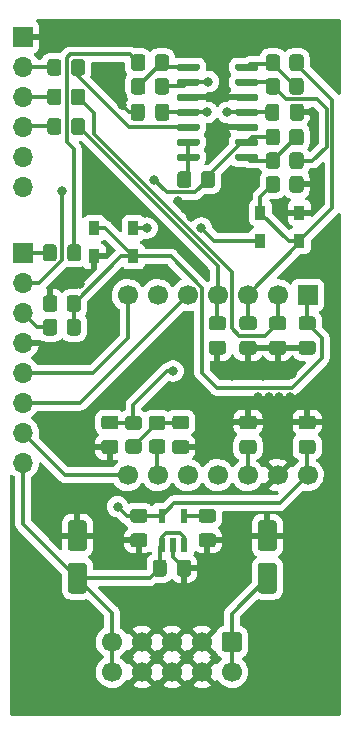
<source format=gtl>
G04 #@! TF.GenerationSoftware,KiCad,Pcbnew,6.0.10+dfsg-1~bpo11+1*
G04 #@! TF.CreationDate,2023-02-18T13:33:13+00:00*
G04 #@! TF.ProjectId,RP2040-VCO,52503230-3430-42d5-9643-4f2e6b696361,rev?*
G04 #@! TF.SameCoordinates,Original*
G04 #@! TF.FileFunction,Copper,L1,Top*
G04 #@! TF.FilePolarity,Positive*
%FSLAX46Y46*%
G04 Gerber Fmt 4.6, Leading zero omitted, Abs format (unit mm)*
G04 Created by KiCad (PCBNEW 6.0.10+dfsg-1~bpo11+1) date 2023-02-18 13:33:13*
%MOMM*%
%LPD*%
G01*
G04 APERTURE LIST*
G04 #@! TA.AperFunction,SMDPad,CuDef*
%ADD10R,0.900000X1.200000*%
G04 #@! TD*
G04 #@! TA.AperFunction,ComponentPad*
%ADD11C,1.700000*%
G04 #@! TD*
G04 #@! TA.AperFunction,ComponentPad*
%ADD12R,1.700000X1.700000*%
G04 #@! TD*
G04 #@! TA.AperFunction,SMDPad,CuDef*
%ADD13R,0.600000X1.200000*%
G04 #@! TD*
G04 #@! TA.AperFunction,ComponentPad*
%ADD14O,1.700000X1.700000*%
G04 #@! TD*
G04 #@! TA.AperFunction,ViaPad*
%ADD15C,0.800000*%
G04 #@! TD*
G04 #@! TA.AperFunction,Conductor*
%ADD16C,0.300000*%
G04 #@! TD*
G04 APERTURE END LIST*
G04 #@! TA.AperFunction,SMDPad,CuDef*
G36*
G01*
X41450000Y-96647500D02*
X40350000Y-96647500D01*
G75*
G02*
X40100000Y-96397500I0J250000D01*
G01*
X40100000Y-94297500D01*
G75*
G02*
X40350000Y-94047500I250000J0D01*
G01*
X41450000Y-94047500D01*
G75*
G02*
X41700000Y-94297500I0J-250000D01*
G01*
X41700000Y-96397500D01*
G75*
G02*
X41450000Y-96647500I-250000J0D01*
G01*
G37*
G04 #@! TD.AperFunction*
G04 #@! TA.AperFunction,SMDPad,CuDef*
G36*
G01*
X41450000Y-93047500D02*
X40350000Y-93047500D01*
G75*
G02*
X40100000Y-92797500I0J250000D01*
G01*
X40100000Y-90697500D01*
G75*
G02*
X40350000Y-90447500I250000J0D01*
G01*
X41450000Y-90447500D01*
G75*
G02*
X41700000Y-90697500I0J-250000D01*
G01*
X41700000Y-92797500D01*
G75*
G02*
X41450000Y-93047500I-250000J0D01*
G01*
G37*
G04 #@! TD.AperFunction*
G04 #@! TA.AperFunction,SMDPad,CuDef*
G36*
G01*
X56430000Y-90447500D02*
X57530000Y-90447500D01*
G75*
G02*
X57780000Y-90697500I0J-250000D01*
G01*
X57780000Y-92797500D01*
G75*
G02*
X57530000Y-93047500I-250000J0D01*
G01*
X56430000Y-93047500D01*
G75*
G02*
X56180000Y-92797500I0J250000D01*
G01*
X56180000Y-90697500D01*
G75*
G02*
X56430000Y-90447500I250000J0D01*
G01*
G37*
G04 #@! TD.AperFunction*
G04 #@! TA.AperFunction,SMDPad,CuDef*
G36*
G01*
X56430000Y-94047500D02*
X57530000Y-94047500D01*
G75*
G02*
X57780000Y-94297500I0J-250000D01*
G01*
X57780000Y-96397500D01*
G75*
G02*
X57530000Y-96647500I-250000J0D01*
G01*
X56430000Y-96647500D01*
G75*
G02*
X56180000Y-96397500I0J250000D01*
G01*
X56180000Y-94297500D01*
G75*
G02*
X56430000Y-94047500I250000J0D01*
G01*
G37*
G04 #@! TD.AperFunction*
G04 #@! TA.AperFunction,SMDPad,CuDef*
G36*
G01*
X48102500Y-84800000D02*
X47202500Y-84800000D01*
G75*
G02*
X46952500Y-84550000I0J250000D01*
G01*
X46952500Y-83850000D01*
G75*
G02*
X47202500Y-83600000I250000J0D01*
G01*
X48102500Y-83600000D01*
G75*
G02*
X48352500Y-83850000I0J-250000D01*
G01*
X48352500Y-84550000D01*
G75*
G02*
X48102500Y-84800000I-250000J0D01*
G01*
G37*
G04 #@! TD.AperFunction*
G04 #@! TA.AperFunction,SMDPad,CuDef*
G36*
G01*
X48102500Y-82800000D02*
X47202500Y-82800000D01*
G75*
G02*
X46952500Y-82550000I0J250000D01*
G01*
X46952500Y-81850000D01*
G75*
G02*
X47202500Y-81600000I250000J0D01*
G01*
X48102500Y-81600000D01*
G75*
G02*
X48352500Y-81850000I0J-250000D01*
G01*
X48352500Y-82550000D01*
G75*
G02*
X48102500Y-82800000I-250000J0D01*
G01*
G37*
G04 #@! TD.AperFunction*
G04 #@! TA.AperFunction,SMDPad,CuDef*
G36*
G01*
X56852500Y-52150000D02*
X56852500Y-51250000D01*
G75*
G02*
X57102500Y-51000000I250000J0D01*
G01*
X57802500Y-51000000D01*
G75*
G02*
X58052500Y-51250000I0J-250000D01*
G01*
X58052500Y-52150000D01*
G75*
G02*
X57802500Y-52400000I-250000J0D01*
G01*
X57102500Y-52400000D01*
G75*
G02*
X56852500Y-52150000I0J250000D01*
G01*
G37*
G04 #@! TD.AperFunction*
G04 #@! TA.AperFunction,SMDPad,CuDef*
G36*
G01*
X58852500Y-52150000D02*
X58852500Y-51250000D01*
G75*
G02*
X59102500Y-51000000I250000J0D01*
G01*
X59802500Y-51000000D01*
G75*
G02*
X60052500Y-51250000I0J-250000D01*
G01*
X60052500Y-52150000D01*
G75*
G02*
X59802500Y-52400000I-250000J0D01*
G01*
X59102500Y-52400000D01*
G75*
G02*
X58852500Y-52150000I0J250000D01*
G01*
G37*
G04 #@! TD.AperFunction*
G04 #@! TA.AperFunction,SMDPad,CuDef*
G36*
G01*
X46102500Y-84800000D02*
X45202500Y-84800000D01*
G75*
G02*
X44952500Y-84550000I0J250000D01*
G01*
X44952500Y-83850000D01*
G75*
G02*
X45202500Y-83600000I250000J0D01*
G01*
X46102500Y-83600000D01*
G75*
G02*
X46352500Y-83850000I0J-250000D01*
G01*
X46352500Y-84550000D01*
G75*
G02*
X46102500Y-84800000I-250000J0D01*
G01*
G37*
G04 #@! TD.AperFunction*
G04 #@! TA.AperFunction,SMDPad,CuDef*
G36*
G01*
X46102500Y-82800000D02*
X45202500Y-82800000D01*
G75*
G02*
X44952500Y-82550000I0J250000D01*
G01*
X44952500Y-81850000D01*
G75*
G02*
X45202500Y-81600000I250000J0D01*
G01*
X46102500Y-81600000D01*
G75*
G02*
X46352500Y-81850000I0J-250000D01*
G01*
X46352500Y-82550000D01*
G75*
G02*
X46102500Y-82800000I-250000J0D01*
G01*
G37*
G04 #@! TD.AperFunction*
G04 #@! TA.AperFunction,SMDPad,CuDef*
G36*
G01*
X56852500Y-58450000D02*
X56852500Y-57550000D01*
G75*
G02*
X57102500Y-57300000I250000J0D01*
G01*
X57802500Y-57300000D01*
G75*
G02*
X58052500Y-57550000I0J-250000D01*
G01*
X58052500Y-58450000D01*
G75*
G02*
X57802500Y-58700000I-250000J0D01*
G01*
X57102500Y-58700000D01*
G75*
G02*
X56852500Y-58450000I0J250000D01*
G01*
G37*
G04 #@! TD.AperFunction*
G04 #@! TA.AperFunction,SMDPad,CuDef*
G36*
G01*
X58852500Y-58450000D02*
X58852500Y-57550000D01*
G75*
G02*
X59102500Y-57300000I250000J0D01*
G01*
X59802500Y-57300000D01*
G75*
G02*
X60052500Y-57550000I0J-250000D01*
G01*
X60052500Y-58450000D01*
G75*
G02*
X59802500Y-58700000I-250000J0D01*
G01*
X59102500Y-58700000D01*
G75*
G02*
X58852500Y-58450000I0J250000D01*
G01*
G37*
G04 #@! TD.AperFunction*
G04 #@! TA.AperFunction,SMDPad,CuDef*
G36*
G01*
X60827500Y-84825000D02*
X59877500Y-84825000D01*
G75*
G02*
X59627500Y-84575000I0J250000D01*
G01*
X59627500Y-83900000D01*
G75*
G02*
X59877500Y-83650000I250000J0D01*
G01*
X60827500Y-83650000D01*
G75*
G02*
X61077500Y-83900000I0J-250000D01*
G01*
X61077500Y-84575000D01*
G75*
G02*
X60827500Y-84825000I-250000J0D01*
G01*
G37*
G04 #@! TD.AperFunction*
G04 #@! TA.AperFunction,SMDPad,CuDef*
G36*
G01*
X60827500Y-82750000D02*
X59877500Y-82750000D01*
G75*
G02*
X59627500Y-82500000I0J250000D01*
G01*
X59627500Y-81825000D01*
G75*
G02*
X59877500Y-81575000I250000J0D01*
G01*
X60827500Y-81575000D01*
G75*
G02*
X61077500Y-81825000I0J-250000D01*
G01*
X61077500Y-82500000D01*
G75*
G02*
X60827500Y-82750000I-250000J0D01*
G01*
G37*
G04 #@! TD.AperFunction*
D10*
X56402500Y-66800000D03*
X59702500Y-66800000D03*
G04 #@! TA.AperFunction,SMDPad,CuDef*
G36*
G01*
X47275000Y-94975000D02*
X47275000Y-94025000D01*
G75*
G02*
X47525000Y-93775000I250000J0D01*
G01*
X48200000Y-93775000D01*
G75*
G02*
X48450000Y-94025000I0J-250000D01*
G01*
X48450000Y-94975000D01*
G75*
G02*
X48200000Y-95225000I-250000J0D01*
G01*
X47525000Y-95225000D01*
G75*
G02*
X47275000Y-94975000I0J250000D01*
G01*
G37*
G04 #@! TD.AperFunction*
G04 #@! TA.AperFunction,SMDPad,CuDef*
G36*
G01*
X49350000Y-94975000D02*
X49350000Y-94025000D01*
G75*
G02*
X49600000Y-93775000I250000J0D01*
G01*
X50275000Y-93775000D01*
G75*
G02*
X50525000Y-94025000I0J-250000D01*
G01*
X50525000Y-94975000D01*
G75*
G02*
X50275000Y-95225000I-250000J0D01*
G01*
X49600000Y-95225000D01*
G75*
G02*
X49350000Y-94975000I0J250000D01*
G01*
G37*
G04 #@! TD.AperFunction*
G04 #@! TA.AperFunction,SMDPad,CuDef*
G36*
G01*
X57377500Y-73175000D02*
X58327500Y-73175000D01*
G75*
G02*
X58577500Y-73425000I0J-250000D01*
G01*
X58577500Y-74100000D01*
G75*
G02*
X58327500Y-74350000I-250000J0D01*
G01*
X57377500Y-74350000D01*
G75*
G02*
X57127500Y-74100000I0J250000D01*
G01*
X57127500Y-73425000D01*
G75*
G02*
X57377500Y-73175000I250000J0D01*
G01*
G37*
G04 #@! TD.AperFunction*
G04 #@! TA.AperFunction,SMDPad,CuDef*
G36*
G01*
X57377500Y-75250000D02*
X58327500Y-75250000D01*
G75*
G02*
X58577500Y-75500000I0J-250000D01*
G01*
X58577500Y-76175000D01*
G75*
G02*
X58327500Y-76425000I-250000J0D01*
G01*
X57377500Y-76425000D01*
G75*
G02*
X57127500Y-76175000I0J250000D01*
G01*
X57127500Y-75500000D01*
G75*
G02*
X57377500Y-75250000I250000J0D01*
G01*
G37*
G04 #@! TD.AperFunction*
G04 #@! TA.AperFunction,SMDPad,CuDef*
G36*
G01*
X43177500Y-81575000D02*
X44127500Y-81575000D01*
G75*
G02*
X44377500Y-81825000I0J-250000D01*
G01*
X44377500Y-82500000D01*
G75*
G02*
X44127500Y-82750000I-250000J0D01*
G01*
X43177500Y-82750000D01*
G75*
G02*
X42927500Y-82500000I0J250000D01*
G01*
X42927500Y-81825000D01*
G75*
G02*
X43177500Y-81575000I250000J0D01*
G01*
G37*
G04 #@! TD.AperFunction*
G04 #@! TA.AperFunction,SMDPad,CuDef*
G36*
G01*
X43177500Y-83650000D02*
X44127500Y-83650000D01*
G75*
G02*
X44377500Y-83900000I0J-250000D01*
G01*
X44377500Y-84575000D01*
G75*
G02*
X44127500Y-84825000I-250000J0D01*
G01*
X43177500Y-84825000D01*
G75*
G02*
X42927500Y-84575000I0J250000D01*
G01*
X42927500Y-83900000D01*
G75*
G02*
X43177500Y-83650000I250000J0D01*
G01*
G37*
G04 #@! TD.AperFunction*
X45650000Y-68100000D03*
X42350000Y-68100000D03*
G04 #@! TA.AperFunction,SMDPad,CuDef*
G36*
G01*
X37975000Y-68275000D02*
X37975000Y-67325000D01*
G75*
G02*
X38225000Y-67075000I250000J0D01*
G01*
X38900000Y-67075000D01*
G75*
G02*
X39150000Y-67325000I0J-250000D01*
G01*
X39150000Y-68275000D01*
G75*
G02*
X38900000Y-68525000I-250000J0D01*
G01*
X38225000Y-68525000D01*
G75*
G02*
X37975000Y-68275000I0J250000D01*
G01*
G37*
G04 #@! TD.AperFunction*
G04 #@! TA.AperFunction,SMDPad,CuDef*
G36*
G01*
X40050000Y-68275000D02*
X40050000Y-67325000D01*
G75*
G02*
X40300000Y-67075000I250000J0D01*
G01*
X40975000Y-67075000D01*
G75*
G02*
X41225000Y-67325000I0J-250000D01*
G01*
X41225000Y-68275000D01*
G75*
G02*
X40975000Y-68525000I-250000J0D01*
G01*
X40300000Y-68525000D01*
G75*
G02*
X40050000Y-68275000I0J250000D01*
G01*
G37*
G04 #@! TD.AperFunction*
G04 #@! TA.AperFunction,SMDPad,CuDef*
G36*
G01*
X60052500Y-61550000D02*
X60052500Y-62450000D01*
G75*
G02*
X59802500Y-62700000I-250000J0D01*
G01*
X59102500Y-62700000D01*
G75*
G02*
X58852500Y-62450000I0J250000D01*
G01*
X58852500Y-61550000D01*
G75*
G02*
X59102500Y-61300000I250000J0D01*
G01*
X59802500Y-61300000D01*
G75*
G02*
X60052500Y-61550000I0J-250000D01*
G01*
G37*
G04 #@! TD.AperFunction*
G04 #@! TA.AperFunction,SMDPad,CuDef*
G36*
G01*
X58052500Y-61550000D02*
X58052500Y-62450000D01*
G75*
G02*
X57802500Y-62700000I-250000J0D01*
G01*
X57102500Y-62700000D01*
G75*
G02*
X56852500Y-62450000I0J250000D01*
G01*
X56852500Y-61550000D01*
G75*
G02*
X57102500Y-61300000I250000J0D01*
G01*
X57802500Y-61300000D01*
G75*
G02*
X58052500Y-61550000I0J-250000D01*
G01*
G37*
G04 #@! TD.AperFunction*
G04 #@! TA.AperFunction,SMDPad,CuDef*
G36*
G01*
X38000000Y-74550000D02*
X38000000Y-73650000D01*
G75*
G02*
X38250000Y-73400000I250000J0D01*
G01*
X38950000Y-73400000D01*
G75*
G02*
X39200000Y-73650000I0J-250000D01*
G01*
X39200000Y-74550000D01*
G75*
G02*
X38950000Y-74800000I-250000J0D01*
G01*
X38250000Y-74800000D01*
G75*
G02*
X38000000Y-74550000I0J250000D01*
G01*
G37*
G04 #@! TD.AperFunction*
G04 #@! TA.AperFunction,SMDPad,CuDef*
G36*
G01*
X40000000Y-74550000D02*
X40000000Y-73650000D01*
G75*
G02*
X40250000Y-73400000I250000J0D01*
G01*
X40950000Y-73400000D01*
G75*
G02*
X41200000Y-73650000I0J-250000D01*
G01*
X41200000Y-74550000D01*
G75*
G02*
X40950000Y-74800000I-250000J0D01*
G01*
X40250000Y-74800000D01*
G75*
G02*
X40000000Y-74550000I0J250000D01*
G01*
G37*
G04 #@! TD.AperFunction*
G04 #@! TA.AperFunction,SMDPad,CuDef*
G36*
G01*
X49302500Y-52240000D02*
X49302500Y-51940000D01*
G75*
G02*
X49452500Y-51790000I150000J0D01*
G01*
X51102500Y-51790000D01*
G75*
G02*
X51252500Y-51940000I0J-150000D01*
G01*
X51252500Y-52240000D01*
G75*
G02*
X51102500Y-52390000I-150000J0D01*
G01*
X49452500Y-52390000D01*
G75*
G02*
X49302500Y-52240000I0J150000D01*
G01*
G37*
G04 #@! TD.AperFunction*
G04 #@! TA.AperFunction,SMDPad,CuDef*
G36*
G01*
X49302500Y-53510000D02*
X49302500Y-53210000D01*
G75*
G02*
X49452500Y-53060000I150000J0D01*
G01*
X51102500Y-53060000D01*
G75*
G02*
X51252500Y-53210000I0J-150000D01*
G01*
X51252500Y-53510000D01*
G75*
G02*
X51102500Y-53660000I-150000J0D01*
G01*
X49452500Y-53660000D01*
G75*
G02*
X49302500Y-53510000I0J150000D01*
G01*
G37*
G04 #@! TD.AperFunction*
G04 #@! TA.AperFunction,SMDPad,CuDef*
G36*
G01*
X49302500Y-54780000D02*
X49302500Y-54480000D01*
G75*
G02*
X49452500Y-54330000I150000J0D01*
G01*
X51102500Y-54330000D01*
G75*
G02*
X51252500Y-54480000I0J-150000D01*
G01*
X51252500Y-54780000D01*
G75*
G02*
X51102500Y-54930000I-150000J0D01*
G01*
X49452500Y-54930000D01*
G75*
G02*
X49302500Y-54780000I0J150000D01*
G01*
G37*
G04 #@! TD.AperFunction*
G04 #@! TA.AperFunction,SMDPad,CuDef*
G36*
G01*
X49302500Y-56050000D02*
X49302500Y-55750000D01*
G75*
G02*
X49452500Y-55600000I150000J0D01*
G01*
X51102500Y-55600000D01*
G75*
G02*
X51252500Y-55750000I0J-150000D01*
G01*
X51252500Y-56050000D01*
G75*
G02*
X51102500Y-56200000I-150000J0D01*
G01*
X49452500Y-56200000D01*
G75*
G02*
X49302500Y-56050000I0J150000D01*
G01*
G37*
G04 #@! TD.AperFunction*
G04 #@! TA.AperFunction,SMDPad,CuDef*
G36*
G01*
X49302500Y-57320000D02*
X49302500Y-57020000D01*
G75*
G02*
X49452500Y-56870000I150000J0D01*
G01*
X51102500Y-56870000D01*
G75*
G02*
X51252500Y-57020000I0J-150000D01*
G01*
X51252500Y-57320000D01*
G75*
G02*
X51102500Y-57470000I-150000J0D01*
G01*
X49452500Y-57470000D01*
G75*
G02*
X49302500Y-57320000I0J150000D01*
G01*
G37*
G04 #@! TD.AperFunction*
G04 #@! TA.AperFunction,SMDPad,CuDef*
G36*
G01*
X49302500Y-58590000D02*
X49302500Y-58290000D01*
G75*
G02*
X49452500Y-58140000I150000J0D01*
G01*
X51102500Y-58140000D01*
G75*
G02*
X51252500Y-58290000I0J-150000D01*
G01*
X51252500Y-58590000D01*
G75*
G02*
X51102500Y-58740000I-150000J0D01*
G01*
X49452500Y-58740000D01*
G75*
G02*
X49302500Y-58590000I0J150000D01*
G01*
G37*
G04 #@! TD.AperFunction*
G04 #@! TA.AperFunction,SMDPad,CuDef*
G36*
G01*
X49302500Y-59860000D02*
X49302500Y-59560000D01*
G75*
G02*
X49452500Y-59410000I150000J0D01*
G01*
X51102500Y-59410000D01*
G75*
G02*
X51252500Y-59560000I0J-150000D01*
G01*
X51252500Y-59860000D01*
G75*
G02*
X51102500Y-60010000I-150000J0D01*
G01*
X49452500Y-60010000D01*
G75*
G02*
X49302500Y-59860000I0J150000D01*
G01*
G37*
G04 #@! TD.AperFunction*
G04 #@! TA.AperFunction,SMDPad,CuDef*
G36*
G01*
X54252500Y-59860000D02*
X54252500Y-59560000D01*
G75*
G02*
X54402500Y-59410000I150000J0D01*
G01*
X56052500Y-59410000D01*
G75*
G02*
X56202500Y-59560000I0J-150000D01*
G01*
X56202500Y-59860000D01*
G75*
G02*
X56052500Y-60010000I-150000J0D01*
G01*
X54402500Y-60010000D01*
G75*
G02*
X54252500Y-59860000I0J150000D01*
G01*
G37*
G04 #@! TD.AperFunction*
G04 #@! TA.AperFunction,SMDPad,CuDef*
G36*
G01*
X54252500Y-58590000D02*
X54252500Y-58290000D01*
G75*
G02*
X54402500Y-58140000I150000J0D01*
G01*
X56052500Y-58140000D01*
G75*
G02*
X56202500Y-58290000I0J-150000D01*
G01*
X56202500Y-58590000D01*
G75*
G02*
X56052500Y-58740000I-150000J0D01*
G01*
X54402500Y-58740000D01*
G75*
G02*
X54252500Y-58590000I0J150000D01*
G01*
G37*
G04 #@! TD.AperFunction*
G04 #@! TA.AperFunction,SMDPad,CuDef*
G36*
G01*
X54252500Y-57320000D02*
X54252500Y-57020000D01*
G75*
G02*
X54402500Y-56870000I150000J0D01*
G01*
X56052500Y-56870000D01*
G75*
G02*
X56202500Y-57020000I0J-150000D01*
G01*
X56202500Y-57320000D01*
G75*
G02*
X56052500Y-57470000I-150000J0D01*
G01*
X54402500Y-57470000D01*
G75*
G02*
X54252500Y-57320000I0J150000D01*
G01*
G37*
G04 #@! TD.AperFunction*
G04 #@! TA.AperFunction,SMDPad,CuDef*
G36*
G01*
X54252500Y-56050000D02*
X54252500Y-55750000D01*
G75*
G02*
X54402500Y-55600000I150000J0D01*
G01*
X56052500Y-55600000D01*
G75*
G02*
X56202500Y-55750000I0J-150000D01*
G01*
X56202500Y-56050000D01*
G75*
G02*
X56052500Y-56200000I-150000J0D01*
G01*
X54402500Y-56200000D01*
G75*
G02*
X54252500Y-56050000I0J150000D01*
G01*
G37*
G04 #@! TD.AperFunction*
G04 #@! TA.AperFunction,SMDPad,CuDef*
G36*
G01*
X54252500Y-54780000D02*
X54252500Y-54480000D01*
G75*
G02*
X54402500Y-54330000I150000J0D01*
G01*
X56052500Y-54330000D01*
G75*
G02*
X56202500Y-54480000I0J-150000D01*
G01*
X56202500Y-54780000D01*
G75*
G02*
X56052500Y-54930000I-150000J0D01*
G01*
X54402500Y-54930000D01*
G75*
G02*
X54252500Y-54780000I0J150000D01*
G01*
G37*
G04 #@! TD.AperFunction*
G04 #@! TA.AperFunction,SMDPad,CuDef*
G36*
G01*
X54252500Y-53510000D02*
X54252500Y-53210000D01*
G75*
G02*
X54402500Y-53060000I150000J0D01*
G01*
X56052500Y-53060000D01*
G75*
G02*
X56202500Y-53210000I0J-150000D01*
G01*
X56202500Y-53510000D01*
G75*
G02*
X56052500Y-53660000I-150000J0D01*
G01*
X54402500Y-53660000D01*
G75*
G02*
X54252500Y-53510000I0J150000D01*
G01*
G37*
G04 #@! TD.AperFunction*
G04 #@! TA.AperFunction,SMDPad,CuDef*
G36*
G01*
X54252500Y-52240000D02*
X54252500Y-51940000D01*
G75*
G02*
X54402500Y-51790000I150000J0D01*
G01*
X56052500Y-51790000D01*
G75*
G02*
X56202500Y-51940000I0J-150000D01*
G01*
X56202500Y-52240000D01*
G75*
G02*
X56052500Y-52390000I-150000J0D01*
G01*
X54402500Y-52390000D01*
G75*
G02*
X54252500Y-52240000I0J150000D01*
G01*
G37*
G04 #@! TD.AperFunction*
G04 #@! TA.AperFunction,SMDPad,CuDef*
G36*
G01*
X49177500Y-81575000D02*
X50127500Y-81575000D01*
G75*
G02*
X50377500Y-81825000I0J-250000D01*
G01*
X50377500Y-82500000D01*
G75*
G02*
X50127500Y-82750000I-250000J0D01*
G01*
X49177500Y-82750000D01*
G75*
G02*
X48927500Y-82500000I0J250000D01*
G01*
X48927500Y-81825000D01*
G75*
G02*
X49177500Y-81575000I250000J0D01*
G01*
G37*
G04 #@! TD.AperFunction*
G04 #@! TA.AperFunction,SMDPad,CuDef*
G36*
G01*
X49177500Y-83650000D02*
X50127500Y-83650000D01*
G75*
G02*
X50377500Y-83900000I0J-250000D01*
G01*
X50377500Y-84575000D01*
G75*
G02*
X50127500Y-84825000I-250000J0D01*
G01*
X49177500Y-84825000D01*
G75*
G02*
X48927500Y-84575000I0J250000D01*
G01*
X48927500Y-83900000D01*
G75*
G02*
X49177500Y-83650000I250000J0D01*
G01*
G37*
G04 #@! TD.AperFunction*
G04 #@! TA.AperFunction,ComponentPad*
G36*
G01*
X53380000Y-99897500D02*
X54580000Y-99897500D01*
G75*
G02*
X54830000Y-100147500I0J-250000D01*
G01*
X54830000Y-101347500D01*
G75*
G02*
X54580000Y-101597500I-250000J0D01*
G01*
X53380000Y-101597500D01*
G75*
G02*
X53130000Y-101347500I0J250000D01*
G01*
X53130000Y-100147500D01*
G75*
G02*
X53380000Y-99897500I250000J0D01*
G01*
G37*
G04 #@! TD.AperFunction*
D11*
X53980000Y-103287500D03*
X51440000Y-100747500D03*
X51440000Y-103287500D03*
X48900000Y-100747500D03*
X48900000Y-103287500D03*
X46360000Y-100747500D03*
X46360000Y-103287500D03*
X43820000Y-100747500D03*
X43820000Y-103287500D03*
G04 #@! TA.AperFunction,SMDPad,CuDef*
G36*
G01*
X45625000Y-89475000D02*
X46575000Y-89475000D01*
G75*
G02*
X46825000Y-89725000I0J-250000D01*
G01*
X46825000Y-90400000D01*
G75*
G02*
X46575000Y-90650000I-250000J0D01*
G01*
X45625000Y-90650000D01*
G75*
G02*
X45375000Y-90400000I0J250000D01*
G01*
X45375000Y-89725000D01*
G75*
G02*
X45625000Y-89475000I250000J0D01*
G01*
G37*
G04 #@! TD.AperFunction*
G04 #@! TA.AperFunction,SMDPad,CuDef*
G36*
G01*
X45625000Y-91550000D02*
X46575000Y-91550000D01*
G75*
G02*
X46825000Y-91800000I0J-250000D01*
G01*
X46825000Y-92475000D01*
G75*
G02*
X46575000Y-92725000I-250000J0D01*
G01*
X45625000Y-92725000D01*
G75*
G02*
X45375000Y-92475000I0J250000D01*
G01*
X45375000Y-91800000D01*
G75*
G02*
X45625000Y-91550000I250000J0D01*
G01*
G37*
G04 #@! TD.AperFunction*
G04 #@! TA.AperFunction,SMDPad,CuDef*
G36*
G01*
X38000000Y-72550000D02*
X38000000Y-71650000D01*
G75*
G02*
X38250000Y-71400000I250000J0D01*
G01*
X38950000Y-71400000D01*
G75*
G02*
X39200000Y-71650000I0J-250000D01*
G01*
X39200000Y-72550000D01*
G75*
G02*
X38950000Y-72800000I-250000J0D01*
G01*
X38250000Y-72800000D01*
G75*
G02*
X38000000Y-72550000I0J250000D01*
G01*
G37*
G04 #@! TD.AperFunction*
G04 #@! TA.AperFunction,SMDPad,CuDef*
G36*
G01*
X40000000Y-72550000D02*
X40000000Y-71650000D01*
G75*
G02*
X40250000Y-71400000I250000J0D01*
G01*
X40950000Y-71400000D01*
G75*
G02*
X41200000Y-71650000I0J-250000D01*
G01*
X41200000Y-72550000D01*
G75*
G02*
X40950000Y-72800000I-250000J0D01*
G01*
X40250000Y-72800000D01*
G75*
G02*
X40000000Y-72550000I0J250000D01*
G01*
G37*
G04 #@! TD.AperFunction*
G04 #@! TA.AperFunction,SMDPad,CuDef*
G36*
G01*
X45452500Y-54150000D02*
X45452500Y-53250000D01*
G75*
G02*
X45702500Y-53000000I250000J0D01*
G01*
X46402500Y-53000000D01*
G75*
G02*
X46652500Y-53250000I0J-250000D01*
G01*
X46652500Y-54150000D01*
G75*
G02*
X46402500Y-54400000I-250000J0D01*
G01*
X45702500Y-54400000D01*
G75*
G02*
X45452500Y-54150000I0J250000D01*
G01*
G37*
G04 #@! TD.AperFunction*
G04 #@! TA.AperFunction,SMDPad,CuDef*
G36*
G01*
X47452500Y-54150000D02*
X47452500Y-53250000D01*
G75*
G02*
X47702500Y-53000000I250000J0D01*
G01*
X48402500Y-53000000D01*
G75*
G02*
X48652500Y-53250000I0J-250000D01*
G01*
X48652500Y-54150000D01*
G75*
G02*
X48402500Y-54400000I-250000J0D01*
G01*
X47702500Y-54400000D01*
G75*
G02*
X47452500Y-54150000I0J250000D01*
G01*
G37*
G04 #@! TD.AperFunction*
G04 #@! TA.AperFunction,SMDPad,CuDef*
G36*
G01*
X56852500Y-60450000D02*
X56852500Y-59550000D01*
G75*
G02*
X57102500Y-59300000I250000J0D01*
G01*
X57802500Y-59300000D01*
G75*
G02*
X58052500Y-59550000I0J-250000D01*
G01*
X58052500Y-60450000D01*
G75*
G02*
X57802500Y-60700000I-250000J0D01*
G01*
X57102500Y-60700000D01*
G75*
G02*
X56852500Y-60450000I0J250000D01*
G01*
G37*
G04 #@! TD.AperFunction*
G04 #@! TA.AperFunction,SMDPad,CuDef*
G36*
G01*
X58852500Y-60450000D02*
X58852500Y-59550000D01*
G75*
G02*
X59102500Y-59300000I250000J0D01*
G01*
X59802500Y-59300000D01*
G75*
G02*
X60052500Y-59550000I0J-250000D01*
G01*
X60052500Y-60450000D01*
G75*
G02*
X59802500Y-60700000I-250000J0D01*
G01*
X59102500Y-60700000D01*
G75*
G02*
X58852500Y-60450000I0J250000D01*
G01*
G37*
G04 #@! TD.AperFunction*
G04 #@! TA.AperFunction,SMDPad,CuDef*
G36*
G01*
X60077500Y-55425000D02*
X60077500Y-56375000D01*
G75*
G02*
X59827500Y-56625000I-250000J0D01*
G01*
X59152500Y-56625000D01*
G75*
G02*
X58902500Y-56375000I0J250000D01*
G01*
X58902500Y-55425000D01*
G75*
G02*
X59152500Y-55175000I250000J0D01*
G01*
X59827500Y-55175000D01*
G75*
G02*
X60077500Y-55425000I0J-250000D01*
G01*
G37*
G04 #@! TD.AperFunction*
G04 #@! TA.AperFunction,SMDPad,CuDef*
G36*
G01*
X58002500Y-55425000D02*
X58002500Y-56375000D01*
G75*
G02*
X57752500Y-56625000I-250000J0D01*
G01*
X57077500Y-56625000D01*
G75*
G02*
X56827500Y-56375000I0J250000D01*
G01*
X56827500Y-55425000D01*
G75*
G02*
X57077500Y-55175000I250000J0D01*
G01*
X57752500Y-55175000D01*
G75*
G02*
X58002500Y-55425000I0J-250000D01*
G01*
G37*
G04 #@! TD.AperFunction*
G04 #@! TA.AperFunction,SMDPad,CuDef*
G36*
G01*
X54877500Y-73175000D02*
X55827500Y-73175000D01*
G75*
G02*
X56077500Y-73425000I0J-250000D01*
G01*
X56077500Y-74100000D01*
G75*
G02*
X55827500Y-74350000I-250000J0D01*
G01*
X54877500Y-74350000D01*
G75*
G02*
X54627500Y-74100000I0J250000D01*
G01*
X54627500Y-73425000D01*
G75*
G02*
X54877500Y-73175000I250000J0D01*
G01*
G37*
G04 #@! TD.AperFunction*
G04 #@! TA.AperFunction,SMDPad,CuDef*
G36*
G01*
X54877500Y-75250000D02*
X55827500Y-75250000D01*
G75*
G02*
X56077500Y-75500000I0J-250000D01*
G01*
X56077500Y-76175000D01*
G75*
G02*
X55827500Y-76425000I-250000J0D01*
G01*
X54877500Y-76425000D01*
G75*
G02*
X54627500Y-76175000I0J250000D01*
G01*
X54627500Y-75500000D01*
G75*
G02*
X54877500Y-75250000I250000J0D01*
G01*
G37*
G04 #@! TD.AperFunction*
G04 #@! TA.AperFunction,SMDPad,CuDef*
G36*
G01*
X38352500Y-57550000D02*
X38352500Y-56650000D01*
G75*
G02*
X38602500Y-56400000I250000J0D01*
G01*
X39302500Y-56400000D01*
G75*
G02*
X39552500Y-56650000I0J-250000D01*
G01*
X39552500Y-57550000D01*
G75*
G02*
X39302500Y-57800000I-250000J0D01*
G01*
X38602500Y-57800000D01*
G75*
G02*
X38352500Y-57550000I0J250000D01*
G01*
G37*
G04 #@! TD.AperFunction*
G04 #@! TA.AperFunction,SMDPad,CuDef*
G36*
G01*
X40352500Y-57550000D02*
X40352500Y-56650000D01*
G75*
G02*
X40602500Y-56400000I250000J0D01*
G01*
X41302500Y-56400000D01*
G75*
G02*
X41552500Y-56650000I0J-250000D01*
G01*
X41552500Y-57550000D01*
G75*
G02*
X41302500Y-57800000I-250000J0D01*
G01*
X40602500Y-57800000D01*
G75*
G02*
X40352500Y-57550000I0J250000D01*
G01*
G37*
G04 #@! TD.AperFunction*
D10*
X56402500Y-64400000D03*
X59702500Y-64400000D03*
G04 #@! TA.AperFunction,SMDPad,CuDef*
G36*
G01*
X49352500Y-62050000D02*
X49352500Y-61150000D01*
G75*
G02*
X49602500Y-60900000I250000J0D01*
G01*
X50302500Y-60900000D01*
G75*
G02*
X50552500Y-61150000I0J-250000D01*
G01*
X50552500Y-62050000D01*
G75*
G02*
X50302500Y-62300000I-250000J0D01*
G01*
X49602500Y-62300000D01*
G75*
G02*
X49352500Y-62050000I0J250000D01*
G01*
G37*
G04 #@! TD.AperFunction*
G04 #@! TA.AperFunction,SMDPad,CuDef*
G36*
G01*
X51352500Y-62050000D02*
X51352500Y-61150000D01*
G75*
G02*
X51602500Y-60900000I250000J0D01*
G01*
X52302500Y-60900000D01*
G75*
G02*
X52552500Y-61150000I0J-250000D01*
G01*
X52552500Y-62050000D01*
G75*
G02*
X52302500Y-62300000I-250000J0D01*
G01*
X51602500Y-62300000D01*
G75*
G02*
X51352500Y-62050000I0J250000D01*
G01*
G37*
G04 #@! TD.AperFunction*
G04 #@! TA.AperFunction,SMDPad,CuDef*
G36*
G01*
X45452500Y-52150000D02*
X45452500Y-51250000D01*
G75*
G02*
X45702500Y-51000000I250000J0D01*
G01*
X46402500Y-51000000D01*
G75*
G02*
X46652500Y-51250000I0J-250000D01*
G01*
X46652500Y-52150000D01*
G75*
G02*
X46402500Y-52400000I-250000J0D01*
G01*
X45702500Y-52400000D01*
G75*
G02*
X45452500Y-52150000I0J250000D01*
G01*
G37*
G04 #@! TD.AperFunction*
G04 #@! TA.AperFunction,SMDPad,CuDef*
G36*
G01*
X47452500Y-52150000D02*
X47452500Y-51250000D01*
G75*
G02*
X47702500Y-51000000I250000J0D01*
G01*
X48402500Y-51000000D01*
G75*
G02*
X48652500Y-51250000I0J-250000D01*
G01*
X48652500Y-52150000D01*
G75*
G02*
X48402500Y-52400000I-250000J0D01*
G01*
X47702500Y-52400000D01*
G75*
G02*
X47452500Y-52150000I0J250000D01*
G01*
G37*
G04 #@! TD.AperFunction*
D12*
X60401000Y-71380000D03*
D11*
X57861000Y-71380000D03*
X55321000Y-71380000D03*
X52781000Y-71380000D03*
X50241000Y-71380000D03*
X47701000Y-71380000D03*
X45161000Y-71380000D03*
X45161000Y-86620000D03*
X47701000Y-86620000D03*
X50241000Y-86620000D03*
X52781000Y-86620000D03*
X55321000Y-86620000D03*
X57861000Y-86620000D03*
X60401000Y-86620000D03*
G04 #@! TA.AperFunction,SMDPad,CuDef*
G36*
G01*
X52277500Y-73175000D02*
X53227500Y-73175000D01*
G75*
G02*
X53477500Y-73425000I0J-250000D01*
G01*
X53477500Y-74100000D01*
G75*
G02*
X53227500Y-74350000I-250000J0D01*
G01*
X52277500Y-74350000D01*
G75*
G02*
X52027500Y-74100000I0J250000D01*
G01*
X52027500Y-73425000D01*
G75*
G02*
X52277500Y-73175000I250000J0D01*
G01*
G37*
G04 #@! TD.AperFunction*
G04 #@! TA.AperFunction,SMDPad,CuDef*
G36*
G01*
X52277500Y-75250000D02*
X53227500Y-75250000D01*
G75*
G02*
X53477500Y-75500000I0J-250000D01*
G01*
X53477500Y-76175000D01*
G75*
G02*
X53227500Y-76425000I-250000J0D01*
G01*
X52277500Y-76425000D01*
G75*
G02*
X52027500Y-76175000I0J250000D01*
G01*
X52027500Y-75500000D01*
G75*
G02*
X52277500Y-75250000I250000J0D01*
G01*
G37*
G04 #@! TD.AperFunction*
G04 #@! TA.AperFunction,SMDPad,CuDef*
G36*
G01*
X59877500Y-73175000D02*
X60827500Y-73175000D01*
G75*
G02*
X61077500Y-73425000I0J-250000D01*
G01*
X61077500Y-74100000D01*
G75*
G02*
X60827500Y-74350000I-250000J0D01*
G01*
X59877500Y-74350000D01*
G75*
G02*
X59627500Y-74100000I0J250000D01*
G01*
X59627500Y-73425000D01*
G75*
G02*
X59877500Y-73175000I250000J0D01*
G01*
G37*
G04 #@! TD.AperFunction*
G04 #@! TA.AperFunction,SMDPad,CuDef*
G36*
G01*
X59877500Y-75250000D02*
X60827500Y-75250000D01*
G75*
G02*
X61077500Y-75500000I0J-250000D01*
G01*
X61077500Y-76175000D01*
G75*
G02*
X60827500Y-76425000I-250000J0D01*
G01*
X59877500Y-76425000D01*
G75*
G02*
X59627500Y-76175000I0J250000D01*
G01*
X59627500Y-75500000D01*
G75*
G02*
X59877500Y-75250000I250000J0D01*
G01*
G37*
G04 #@! TD.AperFunction*
D10*
X45650000Y-65700000D03*
X42350000Y-65700000D03*
G04 #@! TA.AperFunction,SMDPad,CuDef*
G36*
G01*
X38352500Y-55050000D02*
X38352500Y-54150000D01*
G75*
G02*
X38602500Y-53900000I250000J0D01*
G01*
X39302500Y-53900000D01*
G75*
G02*
X39552500Y-54150000I0J-250000D01*
G01*
X39552500Y-55050000D01*
G75*
G02*
X39302500Y-55300000I-250000J0D01*
G01*
X38602500Y-55300000D01*
G75*
G02*
X38352500Y-55050000I0J250000D01*
G01*
G37*
G04 #@! TD.AperFunction*
G04 #@! TA.AperFunction,SMDPad,CuDef*
G36*
G01*
X40352500Y-55050000D02*
X40352500Y-54150000D01*
G75*
G02*
X40602500Y-53900000I250000J0D01*
G01*
X41302500Y-53900000D01*
G75*
G02*
X41552500Y-54150000I0J-250000D01*
G01*
X41552500Y-55050000D01*
G75*
G02*
X41302500Y-55300000I-250000J0D01*
G01*
X40602500Y-55300000D01*
G75*
G02*
X40352500Y-55050000I0J250000D01*
G01*
G37*
G04 #@! TD.AperFunction*
G04 #@! TA.AperFunction,SMDPad,CuDef*
G36*
G01*
X51425000Y-89475000D02*
X52375000Y-89475000D01*
G75*
G02*
X52625000Y-89725000I0J-250000D01*
G01*
X52625000Y-90400000D01*
G75*
G02*
X52375000Y-90650000I-250000J0D01*
G01*
X51425000Y-90650000D01*
G75*
G02*
X51175000Y-90400000I0J250000D01*
G01*
X51175000Y-89725000D01*
G75*
G02*
X51425000Y-89475000I250000J0D01*
G01*
G37*
G04 #@! TD.AperFunction*
G04 #@! TA.AperFunction,SMDPad,CuDef*
G36*
G01*
X51425000Y-91550000D02*
X52375000Y-91550000D01*
G75*
G02*
X52625000Y-91800000I0J-250000D01*
G01*
X52625000Y-92475000D01*
G75*
G02*
X52375000Y-92725000I-250000J0D01*
G01*
X51425000Y-92725000D01*
G75*
G02*
X51175000Y-92475000I0J250000D01*
G01*
X51175000Y-91800000D01*
G75*
G02*
X51425000Y-91550000I250000J0D01*
G01*
G37*
G04 #@! TD.AperFunction*
G04 #@! TA.AperFunction,SMDPad,CuDef*
G36*
G01*
X48677500Y-55425000D02*
X48677500Y-56375000D01*
G75*
G02*
X48427500Y-56625000I-250000J0D01*
G01*
X47752500Y-56625000D01*
G75*
G02*
X47502500Y-56375000I0J250000D01*
G01*
X47502500Y-55425000D01*
G75*
G02*
X47752500Y-55175000I250000J0D01*
G01*
X48427500Y-55175000D01*
G75*
G02*
X48677500Y-55425000I0J-250000D01*
G01*
G37*
G04 #@! TD.AperFunction*
G04 #@! TA.AperFunction,SMDPad,CuDef*
G36*
G01*
X46602500Y-55425000D02*
X46602500Y-56375000D01*
G75*
G02*
X46352500Y-56625000I-250000J0D01*
G01*
X45677500Y-56625000D01*
G75*
G02*
X45427500Y-56375000I0J250000D01*
G01*
X45427500Y-55425000D01*
G75*
G02*
X45677500Y-55175000I250000J0D01*
G01*
X46352500Y-55175000D01*
G75*
G02*
X46602500Y-55425000I0J-250000D01*
G01*
G37*
G04 #@! TD.AperFunction*
G04 #@! TA.AperFunction,SMDPad,CuDef*
G36*
G01*
X38352500Y-52550000D02*
X38352500Y-51650000D01*
G75*
G02*
X38602500Y-51400000I250000J0D01*
G01*
X39302500Y-51400000D01*
G75*
G02*
X39552500Y-51650000I0J-250000D01*
G01*
X39552500Y-52550000D01*
G75*
G02*
X39302500Y-52800000I-250000J0D01*
G01*
X38602500Y-52800000D01*
G75*
G02*
X38352500Y-52550000I0J250000D01*
G01*
G37*
G04 #@! TD.AperFunction*
G04 #@! TA.AperFunction,SMDPad,CuDef*
G36*
G01*
X40352500Y-52550000D02*
X40352500Y-51650000D01*
G75*
G02*
X40602500Y-51400000I250000J0D01*
G01*
X41302500Y-51400000D01*
G75*
G02*
X41552500Y-51650000I0J-250000D01*
G01*
X41552500Y-52550000D01*
G75*
G02*
X41302500Y-52800000I-250000J0D01*
G01*
X40602500Y-52800000D01*
G75*
G02*
X40352500Y-52550000I0J250000D01*
G01*
G37*
G04 #@! TD.AperFunction*
G04 #@! TA.AperFunction,SMDPad,CuDef*
G36*
G01*
X55827500Y-84825000D02*
X54877500Y-84825000D01*
G75*
G02*
X54627500Y-84575000I0J250000D01*
G01*
X54627500Y-83900000D01*
G75*
G02*
X54877500Y-83650000I250000J0D01*
G01*
X55827500Y-83650000D01*
G75*
G02*
X56077500Y-83900000I0J-250000D01*
G01*
X56077500Y-84575000D01*
G75*
G02*
X55827500Y-84825000I-250000J0D01*
G01*
G37*
G04 #@! TD.AperFunction*
G04 #@! TA.AperFunction,SMDPad,CuDef*
G36*
G01*
X55827500Y-82750000D02*
X54877500Y-82750000D01*
G75*
G02*
X54627500Y-82500000I0J250000D01*
G01*
X54627500Y-81825000D01*
G75*
G02*
X54877500Y-81575000I250000J0D01*
G01*
X55827500Y-81575000D01*
G75*
G02*
X56077500Y-81825000I0J-250000D01*
G01*
X56077500Y-82500000D01*
G75*
G02*
X55827500Y-82750000I-250000J0D01*
G01*
G37*
G04 #@! TD.AperFunction*
D13*
X48050000Y-92550000D03*
X49000000Y-92550000D03*
X49950000Y-92550000D03*
X49950000Y-90050000D03*
X48050000Y-90050000D03*
G04 #@! TA.AperFunction,SMDPad,CuDef*
G36*
G01*
X56852500Y-54150000D02*
X56852500Y-53250000D01*
G75*
G02*
X57102500Y-53000000I250000J0D01*
G01*
X57802500Y-53000000D01*
G75*
G02*
X58052500Y-53250000I0J-250000D01*
G01*
X58052500Y-54150000D01*
G75*
G02*
X57802500Y-54400000I-250000J0D01*
G01*
X57102500Y-54400000D01*
G75*
G02*
X56852500Y-54150000I0J250000D01*
G01*
G37*
G04 #@! TD.AperFunction*
G04 #@! TA.AperFunction,SMDPad,CuDef*
G36*
G01*
X58852500Y-54150000D02*
X58852500Y-53250000D01*
G75*
G02*
X59102500Y-53000000I250000J0D01*
G01*
X59802500Y-53000000D01*
G75*
G02*
X60052500Y-53250000I0J-250000D01*
G01*
X60052500Y-54150000D01*
G75*
G02*
X59802500Y-54400000I-250000J0D01*
G01*
X59102500Y-54400000D01*
G75*
G02*
X58852500Y-54150000I0J250000D01*
G01*
G37*
G04 #@! TD.AperFunction*
D12*
X36300000Y-67800000D03*
D14*
X36300000Y-70340000D03*
X36300000Y-72880000D03*
X36300000Y-75420000D03*
X36300000Y-77960000D03*
X36300000Y-80500000D03*
X36300000Y-83040000D03*
X36300000Y-85580000D03*
D12*
X36300000Y-49500000D03*
D14*
X36300000Y-52040000D03*
X36300000Y-54580000D03*
X36300000Y-57120000D03*
X36300000Y-59660000D03*
X36300000Y-62200000D03*
D15*
X54000000Y-77300000D03*
X44300000Y-63400000D03*
X47000000Y-96400000D03*
X40200000Y-69500000D03*
X56200000Y-80000000D03*
X50500000Y-64800000D03*
X59100000Y-77200000D03*
X60400000Y-68700000D03*
X41100000Y-69500000D03*
X44700000Y-54400000D03*
X51600000Y-95100000D03*
X53300000Y-53400000D03*
X56600000Y-78200000D03*
X54100000Y-63600000D03*
X54700000Y-48800000D03*
X52800000Y-58900000D03*
X53800000Y-48800000D03*
X61400000Y-68700000D03*
X52500000Y-95100000D03*
X41100000Y-70400000D03*
X44100000Y-94000000D03*
X60900000Y-67900000D03*
X44100000Y-93100000D03*
X53300000Y-52500000D03*
X45200000Y-63400000D03*
X52800000Y-57900000D03*
X50700000Y-96000000D03*
X52900000Y-48800000D03*
X56600000Y-77300000D03*
X49400000Y-63400000D03*
X40400000Y-83000000D03*
X54100000Y-64500000D03*
X54100000Y-61800000D03*
X59100000Y-78100000D03*
X50000000Y-64100000D03*
X46100000Y-96400000D03*
X60800000Y-56900000D03*
X52800000Y-57000000D03*
X56500000Y-48800000D03*
X58000000Y-80000000D03*
X55600000Y-48800000D03*
X41900000Y-60800000D03*
X54000000Y-78200000D03*
X58900000Y-80000000D03*
X52500000Y-96000000D03*
X58100000Y-64400000D03*
X39600000Y-83400000D03*
X45200000Y-96400000D03*
X40400000Y-83900000D03*
X41900000Y-59900000D03*
X43400000Y-63400000D03*
X57100000Y-80000000D03*
X60800000Y-55900000D03*
X44700000Y-55300000D03*
X51600000Y-96000000D03*
X53300000Y-54400000D03*
X54100000Y-62700000D03*
X61200000Y-63100000D03*
X51900000Y-55900000D03*
X53600000Y-55900000D03*
X44300000Y-89300000D03*
X46800000Y-65700000D03*
X51400000Y-65700000D03*
X39600000Y-62600000D03*
X47400000Y-61600000D03*
X49000000Y-77800000D03*
X52000000Y-53300000D03*
D16*
X46015000Y-55900000D02*
X45300000Y-55900000D01*
X49000000Y-93562500D02*
X49000000Y-92550000D01*
X45300000Y-55900000D02*
X44700000Y-55300000D01*
X49937500Y-94500000D02*
X49000000Y-93562500D01*
X43820000Y-100747500D02*
X43820000Y-103287500D01*
X48090000Y-55900000D02*
X51900000Y-55900000D01*
X47015000Y-95347500D02*
X47862500Y-94500000D01*
X49600000Y-91547500D02*
X48403478Y-91547500D01*
X36300000Y-85600000D02*
X36300000Y-90747500D01*
X40900000Y-95347500D02*
X47015000Y-95347500D01*
X36300000Y-90747500D02*
X40900000Y-95347500D01*
X43820000Y-100747500D02*
X43820000Y-98267500D01*
X48403478Y-91547500D02*
X48050000Y-91900978D01*
X47862500Y-92737500D02*
X48050000Y-92550000D01*
X48050000Y-91900978D02*
X48050000Y-92550000D01*
X43820000Y-98267500D02*
X40900000Y-95347500D01*
X49950000Y-91897500D02*
X49600000Y-91547500D01*
X49950000Y-92550000D02*
X49950000Y-91897500D01*
X47862500Y-94500000D02*
X47862500Y-92737500D01*
X53980000Y-103287500D02*
X53980000Y-100747500D01*
X53980000Y-98347500D02*
X56980000Y-95347500D01*
X53980000Y-100747500D02*
X53980000Y-98347500D01*
X57415000Y-55900000D02*
X53600000Y-55900000D01*
X55517500Y-51800000D02*
X55227500Y-52090000D01*
X57452500Y-51800000D02*
X55517500Y-51800000D01*
X57452500Y-51800000D02*
X59452500Y-53800000D01*
X54600000Y-74800000D02*
X56815000Y-74800000D01*
X56815000Y-74800000D02*
X57852500Y-73762500D01*
X53980511Y-69421583D02*
X53980511Y-74180511D01*
X53980511Y-74180511D02*
X54600000Y-74800000D01*
X57852500Y-73762500D02*
X57852500Y-71388500D01*
X42300000Y-55947500D02*
X42300000Y-57741072D01*
X42300000Y-57741072D02*
X53980511Y-69421583D01*
X40952500Y-54600000D02*
X42300000Y-55947500D01*
X57852500Y-71388500D02*
X57861000Y-71380000D01*
X52781000Y-71380000D02*
X52781000Y-68928500D01*
X52752500Y-73762500D02*
X52752500Y-71408500D01*
X52781000Y-68928500D02*
X40952500Y-57100000D01*
X52752500Y-71408500D02*
X52781000Y-71380000D01*
X61600000Y-75010000D02*
X61600000Y-76700000D01*
X42350000Y-65700000D02*
X43250000Y-65700000D01*
X45650000Y-68100000D02*
X44600000Y-68100000D01*
X51440511Y-77940511D02*
X51440511Y-70740511D01*
X61600000Y-76700000D02*
X59049511Y-79250489D01*
X40600000Y-74100000D02*
X40600000Y-72100000D01*
X60352500Y-73762500D02*
X60352500Y-71428500D01*
X60352500Y-71428500D02*
X60401000Y-71380000D01*
X51440511Y-70740511D02*
X48800000Y-68100000D01*
X43250000Y-65700000D02*
X45650000Y-68100000D01*
X59049511Y-79250489D02*
X52750489Y-79250489D01*
X44600000Y-68100000D02*
X40600000Y-72100000D01*
X52750489Y-79250489D02*
X51440511Y-77940511D01*
X60352500Y-73762500D02*
X61600000Y-75010000D01*
X48800000Y-68100000D02*
X45650000Y-68100000D01*
X46100000Y-90062500D02*
X48037500Y-90062500D01*
X60352500Y-84237500D02*
X60352500Y-86571500D01*
X46100000Y-90062500D02*
X45062500Y-90062500D01*
X49100000Y-89000000D02*
X48050000Y-90050000D01*
X58021000Y-89000000D02*
X49100000Y-89000000D01*
X45062500Y-90062500D02*
X44500000Y-89500000D01*
X44500000Y-89500000D02*
X44300000Y-89300000D01*
X60352500Y-86571500D02*
X60401000Y-86620000D01*
X60401000Y-86620000D02*
X58021000Y-89000000D01*
X48037500Y-90062500D02*
X48050000Y-90050000D01*
X52500000Y-66800000D02*
X56402500Y-66800000D01*
X46800000Y-65700000D02*
X45650000Y-65700000D01*
X55352500Y-86588500D02*
X55321000Y-86620000D01*
X51400000Y-65700000D02*
X52500000Y-66800000D01*
X55352500Y-84237500D02*
X55352500Y-86588500D01*
X47652500Y-82200000D02*
X49615000Y-82200000D01*
X49615000Y-82200000D02*
X49652500Y-82162500D01*
X45652500Y-84200000D02*
X47652500Y-82200000D01*
X59702500Y-66800000D02*
X58802500Y-66800000D01*
X56402500Y-63050000D02*
X57452500Y-62000000D01*
X56402500Y-64400000D02*
X56402500Y-63050000D01*
X62500000Y-64002500D02*
X59702500Y-66800000D01*
X59702500Y-66800000D02*
X59702500Y-66998500D01*
X62500000Y-54847500D02*
X62500000Y-64002500D01*
X59452500Y-51800000D02*
X62500000Y-54847500D01*
X58802500Y-66800000D02*
X56402500Y-64400000D01*
X55352500Y-71411500D02*
X55321000Y-71380000D01*
X59702500Y-66998500D02*
X55321000Y-71380000D01*
X55352500Y-73762500D02*
X55352500Y-71411500D01*
X38562500Y-67800000D02*
X36300000Y-67800000D01*
X36320000Y-57100000D02*
X36300000Y-57120000D01*
X38952500Y-57100000D02*
X36320000Y-57100000D01*
X38952500Y-52100000D02*
X36360000Y-52100000D01*
X37520000Y-74100000D02*
X36300000Y-72880000D01*
X38600000Y-74100000D02*
X37520000Y-74100000D01*
X57452500Y-58000000D02*
X55667500Y-58000000D01*
X47400000Y-61600000D02*
X48449520Y-62649520D01*
X39600000Y-62800000D02*
X39600000Y-62600000D01*
X39600000Y-68422849D02*
X39600000Y-62800000D01*
X48449520Y-62649520D02*
X50902980Y-62649520D01*
X54816073Y-58440000D02*
X55227500Y-58440000D01*
X36300000Y-70340000D02*
X37682849Y-70340000D01*
X37682849Y-70340000D02*
X39600000Y-68422849D01*
X50902980Y-62649520D02*
X51952500Y-61600000D01*
X51952500Y-61303573D02*
X54816073Y-58440000D01*
X51952500Y-61600000D02*
X51952500Y-61303573D01*
X55667500Y-58000000D02*
X55227500Y-58440000D01*
X40952500Y-52852500D02*
X45270000Y-57170000D01*
X45270000Y-57170000D02*
X50277500Y-57170000D01*
X40952500Y-52100000D02*
X40952500Y-52852500D01*
X38952500Y-54600000D02*
X36320000Y-54600000D01*
X36320000Y-54600000D02*
X36300000Y-54580000D01*
X50277500Y-58440000D02*
X50277500Y-59710000D01*
X50277500Y-59710000D02*
X50277500Y-61275000D01*
X50277500Y-61275000D02*
X49952500Y-61600000D01*
X57452500Y-60000000D02*
X55517500Y-60000000D01*
X55517500Y-60000000D02*
X55227500Y-59710000D01*
X57452500Y-60000000D02*
X59452500Y-58000000D01*
X47652500Y-86571500D02*
X47701000Y-86620000D01*
X47652500Y-84200000D02*
X47652500Y-86571500D01*
X58552500Y-54800000D02*
X61200000Y-54800000D01*
X55227500Y-53360000D02*
X57012500Y-53360000D01*
X62000480Y-55600480D02*
X62000480Y-58799520D01*
X60800000Y-60000000D02*
X59452500Y-60000000D01*
X62000480Y-58799520D02*
X60800000Y-60000000D01*
X57452500Y-53700000D02*
X58552500Y-54800000D01*
X61200000Y-54800000D02*
X62000480Y-55600480D01*
X57012500Y-53360000D02*
X57452500Y-53800000D01*
X41121000Y-80500000D02*
X50241000Y-71380000D01*
X36300000Y-80500000D02*
X41121000Y-80500000D01*
X45161000Y-71380000D02*
X45161000Y-75039000D01*
X42240000Y-77960000D02*
X36300000Y-77960000D01*
X45161000Y-75039000D02*
X42240000Y-77960000D01*
X45161000Y-86620000D02*
X39860000Y-86620000D01*
X39860000Y-86620000D02*
X36300000Y-83060000D01*
X49950000Y-90050000D02*
X51887500Y-90050000D01*
X51887500Y-90050000D02*
X51900000Y-90062500D01*
X49000000Y-77800000D02*
X48500000Y-77800000D01*
X45652500Y-80647500D02*
X45652500Y-82200000D01*
X43690000Y-82200000D02*
X43652500Y-82162500D01*
X45652500Y-82200000D02*
X43690000Y-82200000D01*
X48052500Y-53700000D02*
X49937500Y-53700000D01*
X51740000Y-53360000D02*
X51800000Y-53300000D01*
X49937500Y-53700000D02*
X50277500Y-53360000D01*
X50277500Y-53360000D02*
X51740000Y-53360000D01*
X51800000Y-53300000D02*
X52000000Y-53300000D01*
X48500000Y-77800000D02*
X45652500Y-80647500D01*
X40637500Y-67800000D02*
X40600000Y-67762500D01*
X40300000Y-51000000D02*
X45352500Y-51000000D01*
X40002980Y-58402980D02*
X40002980Y-51297020D01*
X40600000Y-59000000D02*
X40002980Y-58402980D01*
X45352500Y-51000000D02*
X46052500Y-51700000D01*
X40600000Y-67762500D02*
X40600000Y-59000000D01*
X40002980Y-51297020D02*
X40300000Y-51000000D01*
X48052500Y-51700000D02*
X48026250Y-51700000D01*
X50277500Y-52090000D02*
X48442500Y-52090000D01*
X48442500Y-52090000D02*
X48052500Y-51700000D01*
X48026250Y-51700000D02*
X46052500Y-53673750D01*
G04 #@! TA.AperFunction,Conductor*
G36*
X63109532Y-64428393D02*
G01*
X63166368Y-64470940D01*
X63191179Y-64537460D01*
X63191500Y-64546449D01*
X63191500Y-106865500D01*
X63171498Y-106933621D01*
X63117842Y-106980114D01*
X63065500Y-106991500D01*
X35334500Y-106991500D01*
X35266379Y-106971498D01*
X35219886Y-106917842D01*
X35208500Y-106865500D01*
X35208500Y-86707947D01*
X35228502Y-86639826D01*
X35282158Y-86593333D01*
X35352432Y-86583229D01*
X35414985Y-86611003D01*
X35425822Y-86620000D01*
X35518126Y-86696632D01*
X35522583Y-86699236D01*
X35522588Y-86699240D01*
X35579070Y-86732245D01*
X35627794Y-86783883D01*
X35641500Y-86841033D01*
X35641500Y-90665444D01*
X35640941Y-90677300D01*
X35639212Y-90685037D01*
X35640397Y-90722738D01*
X35641438Y-90755869D01*
X35641500Y-90759827D01*
X35641500Y-90788932D01*
X35642056Y-90793332D01*
X35642988Y-90805164D01*
X35644438Y-90851331D01*
X35646650Y-90858944D01*
X35646650Y-90858945D01*
X35650419Y-90871916D01*
X35654430Y-90891282D01*
X35657118Y-90912564D01*
X35660034Y-90919929D01*
X35660035Y-90919933D01*
X35674126Y-90955521D01*
X35677965Y-90966731D01*
X35690855Y-91011100D01*
X35701775Y-91029565D01*
X35710466Y-91047305D01*
X35718365Y-91067256D01*
X35745516Y-91104626D01*
X35752033Y-91114548D01*
X35771507Y-91147477D01*
X35771510Y-91147481D01*
X35775547Y-91154307D01*
X35790711Y-91169471D01*
X35803551Y-91184504D01*
X35816159Y-91201857D01*
X35836032Y-91218297D01*
X35851752Y-91231302D01*
X35860532Y-91239292D01*
X37719753Y-93098512D01*
X39554595Y-94933354D01*
X39588621Y-94995666D01*
X39591500Y-95022449D01*
X39591500Y-96447900D01*
X39602474Y-96553666D01*
X39658450Y-96721446D01*
X39751522Y-96871848D01*
X39876697Y-96996805D01*
X39882927Y-97000645D01*
X39882928Y-97000646D01*
X40020090Y-97085194D01*
X40027262Y-97089615D01*
X40073731Y-97105028D01*
X40188611Y-97143132D01*
X40188613Y-97143132D01*
X40195139Y-97145297D01*
X40201975Y-97145997D01*
X40201978Y-97145998D01*
X40245031Y-97150409D01*
X40299600Y-97156000D01*
X41500400Y-97156000D01*
X41503646Y-97155663D01*
X41503650Y-97155663D01*
X41599308Y-97145738D01*
X41599312Y-97145737D01*
X41606166Y-97145026D01*
X41612706Y-97142844D01*
X41612711Y-97142843D01*
X41652327Y-97129627D01*
X41723276Y-97127043D01*
X41781296Y-97160056D01*
X43124595Y-98503355D01*
X43158621Y-98565667D01*
X43161500Y-98592450D01*
X43161500Y-99482205D01*
X43141498Y-99550326D01*
X43101441Y-99587072D01*
X43102570Y-99588864D01*
X43098200Y-99591616D01*
X43093607Y-99594007D01*
X43089465Y-99597117D01*
X42979901Y-99679380D01*
X42914965Y-99728135D01*
X42911393Y-99731873D01*
X42828580Y-99818532D01*
X42760629Y-99889638D01*
X42634743Y-100074180D01*
X42540688Y-100276805D01*
X42480989Y-100492070D01*
X42457251Y-100714195D01*
X42457548Y-100719348D01*
X42457548Y-100719351D01*
X42459910Y-100760312D01*
X42470110Y-100937215D01*
X42471247Y-100942261D01*
X42471248Y-100942267D01*
X42492275Y-101035569D01*
X42519222Y-101155139D01*
X42603266Y-101362116D01*
X42640072Y-101422178D01*
X42690008Y-101503666D01*
X42719987Y-101552588D01*
X42866250Y-101721438D01*
X43038126Y-101864132D01*
X43042583Y-101866736D01*
X43042588Y-101866740D01*
X43099070Y-101899745D01*
X43147794Y-101951383D01*
X43161500Y-102008533D01*
X43161500Y-102022205D01*
X43141498Y-102090326D01*
X43101441Y-102127072D01*
X43102570Y-102128864D01*
X43098200Y-102131616D01*
X43093607Y-102134007D01*
X43089465Y-102137117D01*
X42928677Y-102257840D01*
X42914965Y-102268135D01*
X42760629Y-102429638D01*
X42634743Y-102614180D01*
X42540688Y-102816805D01*
X42480989Y-103032070D01*
X42457251Y-103254195D01*
X42457548Y-103259348D01*
X42457548Y-103259351D01*
X42463011Y-103354090D01*
X42470110Y-103477215D01*
X42471247Y-103482261D01*
X42471248Y-103482267D01*
X42491119Y-103570439D01*
X42519222Y-103695139D01*
X42603266Y-103902116D01*
X42640072Y-103962178D01*
X42717288Y-104088183D01*
X42719987Y-104092588D01*
X42866250Y-104261438D01*
X43038126Y-104404132D01*
X43231000Y-104516838D01*
X43439692Y-104596530D01*
X43444760Y-104597561D01*
X43444763Y-104597562D01*
X43549604Y-104618892D01*
X43658597Y-104641067D01*
X43663772Y-104641257D01*
X43663774Y-104641257D01*
X43876673Y-104649064D01*
X43876677Y-104649064D01*
X43881837Y-104649253D01*
X43886957Y-104648597D01*
X43886959Y-104648597D01*
X44098288Y-104621525D01*
X44098289Y-104621525D01*
X44103416Y-104620868D01*
X44108366Y-104619383D01*
X44312429Y-104558161D01*
X44312434Y-104558159D01*
X44317384Y-104556674D01*
X44517994Y-104458396D01*
X44582544Y-104412353D01*
X45599977Y-104412353D01*
X45605258Y-104419407D01*
X45766756Y-104513779D01*
X45776042Y-104518229D01*
X45975001Y-104594203D01*
X45984899Y-104597079D01*
X46193595Y-104639538D01*
X46203823Y-104640757D01*
X46416650Y-104648562D01*
X46426936Y-104648095D01*
X46638185Y-104621034D01*
X46648262Y-104618892D01*
X46852255Y-104557691D01*
X46861842Y-104553933D01*
X47053098Y-104460238D01*
X47061944Y-104454965D01*
X47109247Y-104421223D01*
X47116211Y-104412353D01*
X48139977Y-104412353D01*
X48145258Y-104419407D01*
X48306756Y-104513779D01*
X48316042Y-104518229D01*
X48515001Y-104594203D01*
X48524899Y-104597079D01*
X48733595Y-104639538D01*
X48743823Y-104640757D01*
X48956650Y-104648562D01*
X48966936Y-104648095D01*
X49178185Y-104621034D01*
X49188262Y-104618892D01*
X49392255Y-104557691D01*
X49401842Y-104553933D01*
X49593098Y-104460238D01*
X49601944Y-104454965D01*
X49649247Y-104421223D01*
X49656211Y-104412353D01*
X50679977Y-104412353D01*
X50685258Y-104419407D01*
X50846756Y-104513779D01*
X50856042Y-104518229D01*
X51055001Y-104594203D01*
X51064899Y-104597079D01*
X51273595Y-104639538D01*
X51283823Y-104640757D01*
X51496650Y-104648562D01*
X51506936Y-104648095D01*
X51718185Y-104621034D01*
X51728262Y-104618892D01*
X51932255Y-104557691D01*
X51941842Y-104553933D01*
X52133098Y-104460238D01*
X52141944Y-104454965D01*
X52189247Y-104421223D01*
X52197648Y-104410523D01*
X52190660Y-104397370D01*
X51452812Y-103659522D01*
X51438868Y-103651908D01*
X51437035Y-103652039D01*
X51430420Y-103656290D01*
X50686737Y-104399973D01*
X50679977Y-104412353D01*
X49656211Y-104412353D01*
X49657648Y-104410523D01*
X49650660Y-104397370D01*
X48912812Y-103659522D01*
X48898868Y-103651908D01*
X48897035Y-103652039D01*
X48890420Y-103656290D01*
X48146737Y-104399973D01*
X48139977Y-104412353D01*
X47116211Y-104412353D01*
X47117648Y-104410523D01*
X47110660Y-104397370D01*
X46372812Y-103659522D01*
X46358868Y-103651908D01*
X46357035Y-103652039D01*
X46350420Y-103656290D01*
X45606737Y-104399973D01*
X45599977Y-104412353D01*
X44582544Y-104412353D01*
X44699860Y-104328673D01*
X44858096Y-104170989D01*
X44917594Y-104088189D01*
X44988453Y-103989577D01*
X44989640Y-103990430D01*
X45036960Y-103946862D01*
X45106897Y-103934645D01*
X45172338Y-103962178D01*
X45200166Y-103994012D01*
X45226459Y-104036919D01*
X45236916Y-104046380D01*
X45245694Y-104042596D01*
X45987978Y-103300312D01*
X45994356Y-103288632D01*
X46724408Y-103288632D01*
X46724539Y-103290465D01*
X46728790Y-103297080D01*
X47470474Y-104038764D01*
X47482484Y-104045323D01*
X47494223Y-104036355D01*
X47528022Y-103989319D01*
X47529149Y-103990129D01*
X47576659Y-103946381D01*
X47646596Y-103934161D01*
X47712038Y-103961691D01*
X47739870Y-103993529D01*
X47766459Y-104036919D01*
X47776916Y-104046380D01*
X47785694Y-104042596D01*
X48527978Y-103300312D01*
X48534356Y-103288632D01*
X49264408Y-103288632D01*
X49264539Y-103290465D01*
X49268790Y-103297080D01*
X50010474Y-104038764D01*
X50022484Y-104045323D01*
X50034223Y-104036355D01*
X50068022Y-103989319D01*
X50069149Y-103990129D01*
X50116659Y-103946381D01*
X50186596Y-103934161D01*
X50252038Y-103961691D01*
X50279870Y-103993529D01*
X50306459Y-104036919D01*
X50316916Y-104046380D01*
X50325694Y-104042596D01*
X51067978Y-103300312D01*
X51074356Y-103288632D01*
X51804408Y-103288632D01*
X51804539Y-103290465D01*
X51808790Y-103297080D01*
X52550474Y-104038764D01*
X52562484Y-104045323D01*
X52574223Y-104036355D01*
X52608022Y-103989319D01*
X52609277Y-103990221D01*
X52656391Y-103946855D01*
X52726330Y-103934648D01*
X52791767Y-103962191D01*
X52819580Y-103994013D01*
X52877287Y-104088183D01*
X52877291Y-104088188D01*
X52879987Y-104092588D01*
X53026250Y-104261438D01*
X53198126Y-104404132D01*
X53391000Y-104516838D01*
X53599692Y-104596530D01*
X53604760Y-104597561D01*
X53604763Y-104597562D01*
X53709604Y-104618892D01*
X53818597Y-104641067D01*
X53823772Y-104641257D01*
X53823774Y-104641257D01*
X54036673Y-104649064D01*
X54036677Y-104649064D01*
X54041837Y-104649253D01*
X54046957Y-104648597D01*
X54046959Y-104648597D01*
X54258288Y-104621525D01*
X54258289Y-104621525D01*
X54263416Y-104620868D01*
X54268366Y-104619383D01*
X54472429Y-104558161D01*
X54472434Y-104558159D01*
X54477384Y-104556674D01*
X54677994Y-104458396D01*
X54859860Y-104328673D01*
X55018096Y-104170989D01*
X55077594Y-104088189D01*
X55145435Y-103993777D01*
X55148453Y-103989577D01*
X55161995Y-103962178D01*
X55245136Y-103793953D01*
X55245137Y-103793951D01*
X55247430Y-103789311D01*
X55312370Y-103575569D01*
X55341529Y-103354090D01*
X55343156Y-103287500D01*
X55324852Y-103064861D01*
X55270431Y-102848202D01*
X55181354Y-102643340D01*
X55060014Y-102455777D01*
X54909670Y-102290551D01*
X54867006Y-102256857D01*
X54825944Y-102198941D01*
X54822712Y-102128018D01*
X54858337Y-102066607D01*
X54891647Y-102043876D01*
X54897007Y-102041365D01*
X54903946Y-102039050D01*
X55054348Y-101945978D01*
X55179305Y-101820803D01*
X55201357Y-101785029D01*
X55268275Y-101676468D01*
X55268276Y-101676466D01*
X55272115Y-101670238D01*
X55327797Y-101502361D01*
X55338500Y-101397900D01*
X55338500Y-100097100D01*
X55338077Y-100093023D01*
X55328238Y-99998192D01*
X55328237Y-99998188D01*
X55327526Y-99991334D01*
X55293598Y-99889638D01*
X55273868Y-99830502D01*
X55271550Y-99823554D01*
X55178478Y-99673152D01*
X55053303Y-99548195D01*
X55047072Y-99544354D01*
X54908968Y-99459225D01*
X54908966Y-99459224D01*
X54902738Y-99455385D01*
X54736248Y-99400163D01*
X54736246Y-99400162D01*
X54734861Y-99399703D01*
X54734943Y-99399456D01*
X54675672Y-99367322D01*
X54641460Y-99305112D01*
X54638500Y-99277960D01*
X54638500Y-98672450D01*
X54658502Y-98604329D01*
X54675405Y-98583355D01*
X56098759Y-97160001D01*
X56161071Y-97125975D01*
X56227521Y-97129503D01*
X56268611Y-97143132D01*
X56268613Y-97143132D01*
X56275139Y-97145297D01*
X56281975Y-97145997D01*
X56281978Y-97145998D01*
X56325031Y-97150409D01*
X56379600Y-97156000D01*
X57580400Y-97156000D01*
X57583646Y-97155663D01*
X57583650Y-97155663D01*
X57679308Y-97145738D01*
X57679312Y-97145737D01*
X57686166Y-97145026D01*
X57692702Y-97142845D01*
X57692704Y-97142845D01*
X57824806Y-97098772D01*
X57853946Y-97089050D01*
X58004348Y-96995978D01*
X58129305Y-96870803D01*
X58222115Y-96720238D01*
X58277797Y-96552361D01*
X58288500Y-96447900D01*
X58288500Y-94247100D01*
X58287922Y-94241525D01*
X58278238Y-94148192D01*
X58278237Y-94148188D01*
X58277526Y-94141334D01*
X58221550Y-93973554D01*
X58128478Y-93823152D01*
X58003303Y-93698195D01*
X57932352Y-93654460D01*
X57884860Y-93601689D01*
X57873436Y-93531617D01*
X57901710Y-93466494D01*
X57932166Y-93440057D01*
X57997807Y-93399437D01*
X58009208Y-93390401D01*
X58123739Y-93275671D01*
X58132751Y-93264260D01*
X58217816Y-93126257D01*
X58223963Y-93113076D01*
X58275138Y-92958790D01*
X58278005Y-92945414D01*
X58287672Y-92851062D01*
X58288000Y-92844646D01*
X58288000Y-92019615D01*
X58283525Y-92004376D01*
X58282135Y-92003171D01*
X58274452Y-92001500D01*
X55690116Y-92001500D01*
X55674877Y-92005975D01*
X55673672Y-92007365D01*
X55672001Y-92015048D01*
X55672001Y-92844595D01*
X55672338Y-92851114D01*
X55682257Y-92946706D01*
X55685149Y-92960100D01*
X55736588Y-93114284D01*
X55742761Y-93127462D01*
X55828063Y-93265307D01*
X55837099Y-93276708D01*
X55951829Y-93391239D01*
X55963240Y-93400251D01*
X56027646Y-93439951D01*
X56075139Y-93492723D01*
X56086563Y-93562794D01*
X56058289Y-93627918D01*
X56027834Y-93654354D01*
X55955652Y-93699022D01*
X55830695Y-93824197D01*
X55737885Y-93974762D01*
X55682203Y-94142639D01*
X55671500Y-94247100D01*
X55671500Y-95672550D01*
X55651498Y-95740671D01*
X55634595Y-95761645D01*
X53572395Y-97823845D01*
X53563615Y-97831835D01*
X53563613Y-97831837D01*
X53556920Y-97836084D01*
X53551494Y-97841862D01*
X53551493Y-97841863D01*
X53508396Y-97887757D01*
X53505641Y-97890599D01*
X53485073Y-97911167D01*
X53482356Y-97914670D01*
X53474648Y-97923695D01*
X53443028Y-97957367D01*
X53439207Y-97964318D01*
X53439206Y-97964319D01*
X53432697Y-97976158D01*
X53421843Y-97992682D01*
X53418432Y-97997080D01*
X53408696Y-98009632D01*
X53405549Y-98016904D01*
X53405548Y-98016906D01*
X53390346Y-98052035D01*
X53385124Y-98062695D01*
X53362876Y-98103163D01*
X53357541Y-98123941D01*
X53351142Y-98142631D01*
X53342620Y-98162324D01*
X53341380Y-98170155D01*
X53335394Y-98207948D01*
X53332987Y-98219571D01*
X53331319Y-98226068D01*
X53321500Y-98264312D01*
X53321500Y-98285759D01*
X53319949Y-98305469D01*
X53316594Y-98326652D01*
X53318760Y-98349560D01*
X53320941Y-98372638D01*
X53321500Y-98384496D01*
X53321500Y-99277958D01*
X53301498Y-99346079D01*
X53247842Y-99392572D01*
X53226322Y-99399716D01*
X53223834Y-99399974D01*
X53056054Y-99455950D01*
X52905652Y-99549022D01*
X52900479Y-99554204D01*
X52844762Y-99610018D01*
X52780695Y-99674197D01*
X52776855Y-99680427D01*
X52776854Y-99680428D01*
X52733630Y-99750551D01*
X52687885Y-99824762D01*
X52685581Y-99831709D01*
X52663236Y-99899077D01*
X52622806Y-99957437D01*
X52596330Y-99973866D01*
X52552811Y-99993899D01*
X51812022Y-100734688D01*
X51804408Y-100748632D01*
X51804539Y-100750465D01*
X51808790Y-100757080D01*
X52550474Y-101498764D01*
X52590998Y-101520893D01*
X52603589Y-101523632D01*
X52653791Y-101573835D01*
X52662726Y-101594342D01*
X52688450Y-101671446D01*
X52781522Y-101821848D01*
X52906697Y-101946805D01*
X52912927Y-101950645D01*
X52912928Y-101950646D01*
X53039104Y-102028422D01*
X53057262Y-102039615D01*
X53064209Y-102041919D01*
X53066276Y-102042883D01*
X53119561Y-102089799D01*
X53139023Y-102158076D01*
X53118482Y-102226036D01*
X53088681Y-102257837D01*
X53074965Y-102268135D01*
X52920629Y-102429638D01*
X52847693Y-102536559D01*
X52812898Y-102587566D01*
X52757987Y-102632569D01*
X52687462Y-102640740D01*
X52623715Y-102609486D01*
X52603017Y-102585001D01*
X52573062Y-102538697D01*
X52562377Y-102529495D01*
X52552812Y-102533898D01*
X51812022Y-103274688D01*
X51804408Y-103288632D01*
X51074356Y-103288632D01*
X51075592Y-103286368D01*
X51075461Y-103284535D01*
X51071210Y-103277920D01*
X50329849Y-102536559D01*
X50318313Y-102530259D01*
X50306028Y-102539884D01*
X50273192Y-102588020D01*
X50218281Y-102633023D01*
X50147756Y-102641194D01*
X50084009Y-102609940D01*
X50063311Y-102585455D01*
X50033062Y-102538697D01*
X50022377Y-102529495D01*
X50012812Y-102533898D01*
X49272022Y-103274688D01*
X49264408Y-103288632D01*
X48534356Y-103288632D01*
X48535592Y-103286368D01*
X48535461Y-103284535D01*
X48531210Y-103277920D01*
X47789849Y-102536559D01*
X47778313Y-102530259D01*
X47766028Y-102539884D01*
X47733192Y-102588020D01*
X47678281Y-102633023D01*
X47607756Y-102641194D01*
X47544009Y-102609940D01*
X47523311Y-102585455D01*
X47493062Y-102538697D01*
X47482377Y-102529495D01*
X47472812Y-102533898D01*
X46732022Y-103274688D01*
X46724408Y-103288632D01*
X45994356Y-103288632D01*
X45995592Y-103286368D01*
X45995461Y-103284535D01*
X45991210Y-103277920D01*
X45249849Y-102536559D01*
X45238313Y-102530259D01*
X45226031Y-102539882D01*
X45193499Y-102587572D01*
X45138587Y-102632575D01*
X45068063Y-102640746D01*
X45004316Y-102609492D01*
X44983618Y-102585008D01*
X44902822Y-102460117D01*
X44902820Y-102460114D01*
X44900014Y-102455777D01*
X44749670Y-102290551D01*
X44745616Y-102287349D01*
X44745615Y-102287348D01*
X44578412Y-102155299D01*
X44574359Y-102152098D01*
X44569841Y-102149604D01*
X44569835Y-102149600D01*
X44543605Y-102135120D01*
X44493635Y-102084687D01*
X44478500Y-102024812D01*
X44478500Y-102011461D01*
X44498502Y-101943340D01*
X44531332Y-101908882D01*
X44570109Y-101881223D01*
X44582544Y-101872353D01*
X45599977Y-101872353D01*
X45605258Y-101879407D01*
X45652479Y-101907001D01*
X45701203Y-101958639D01*
X45714274Y-102028422D01*
X45687543Y-102094194D01*
X45647087Y-102127553D01*
X45638466Y-102132041D01*
X45629734Y-102137539D01*
X45609677Y-102152599D01*
X45601223Y-102163927D01*
X45607968Y-102176258D01*
X46347188Y-102915478D01*
X46361132Y-102923092D01*
X46362965Y-102922961D01*
X46369580Y-102918710D01*
X47113389Y-102174901D01*
X47120410Y-102162044D01*
X47113611Y-102152713D01*
X47109559Y-102150021D01*
X47072116Y-102129352D01*
X47022145Y-102078920D01*
X47007373Y-102009477D01*
X47032489Y-101943072D01*
X47059840Y-101916465D01*
X47109247Y-101881223D01*
X47116211Y-101872353D01*
X48139977Y-101872353D01*
X48145258Y-101879407D01*
X48192479Y-101907001D01*
X48241203Y-101958639D01*
X48254274Y-102028422D01*
X48227543Y-102094194D01*
X48187087Y-102127553D01*
X48178466Y-102132041D01*
X48169734Y-102137539D01*
X48149677Y-102152599D01*
X48141223Y-102163927D01*
X48147968Y-102176258D01*
X48887188Y-102915478D01*
X48901132Y-102923092D01*
X48902965Y-102922961D01*
X48909580Y-102918710D01*
X49653389Y-102174901D01*
X49660410Y-102162044D01*
X49653611Y-102152713D01*
X49649559Y-102150021D01*
X49612116Y-102129352D01*
X49562145Y-102078920D01*
X49547373Y-102009477D01*
X49572489Y-101943072D01*
X49599840Y-101916465D01*
X49649247Y-101881223D01*
X49656211Y-101872353D01*
X50679977Y-101872353D01*
X50685258Y-101879407D01*
X50732479Y-101907001D01*
X50781203Y-101958639D01*
X50794274Y-102028422D01*
X50767543Y-102094194D01*
X50727087Y-102127553D01*
X50718466Y-102132041D01*
X50709734Y-102137539D01*
X50689677Y-102152599D01*
X50681223Y-102163927D01*
X50687968Y-102176258D01*
X51427188Y-102915478D01*
X51441132Y-102923092D01*
X51442965Y-102922961D01*
X51449580Y-102918710D01*
X52193389Y-102174901D01*
X52200410Y-102162044D01*
X52193611Y-102152713D01*
X52189559Y-102150021D01*
X52152116Y-102129352D01*
X52102145Y-102078920D01*
X52087373Y-102009477D01*
X52112489Y-101943072D01*
X52139840Y-101916465D01*
X52189247Y-101881223D01*
X52197648Y-101870523D01*
X52190660Y-101857370D01*
X51452812Y-101119522D01*
X51438868Y-101111908D01*
X51437035Y-101112039D01*
X51430420Y-101116290D01*
X50686737Y-101859973D01*
X50679977Y-101872353D01*
X49656211Y-101872353D01*
X49657648Y-101870523D01*
X49650660Y-101857370D01*
X48912812Y-101119522D01*
X48898868Y-101111908D01*
X48897035Y-101112039D01*
X48890420Y-101116290D01*
X48146737Y-101859973D01*
X48139977Y-101872353D01*
X47116211Y-101872353D01*
X47117648Y-101870523D01*
X47110660Y-101857370D01*
X46372812Y-101119522D01*
X46358868Y-101111908D01*
X46357035Y-101112039D01*
X46350420Y-101116290D01*
X45606737Y-101859973D01*
X45599977Y-101872353D01*
X44582544Y-101872353D01*
X44699860Y-101788673D01*
X44858096Y-101630989D01*
X44884430Y-101594342D01*
X44988453Y-101449577D01*
X44989640Y-101450430D01*
X45036960Y-101406862D01*
X45106897Y-101394645D01*
X45172338Y-101422178D01*
X45200166Y-101454012D01*
X45226459Y-101496919D01*
X45236916Y-101506380D01*
X45245694Y-101502596D01*
X45987978Y-100760312D01*
X45994356Y-100748632D01*
X46724408Y-100748632D01*
X46724539Y-100750465D01*
X46728790Y-100757080D01*
X47470474Y-101498764D01*
X47482484Y-101505323D01*
X47494223Y-101496355D01*
X47528022Y-101449319D01*
X47529149Y-101450129D01*
X47576659Y-101406381D01*
X47646596Y-101394161D01*
X47712038Y-101421691D01*
X47739870Y-101453529D01*
X47766459Y-101496919D01*
X47776916Y-101506380D01*
X47785694Y-101502596D01*
X48527978Y-100760312D01*
X48534356Y-100748632D01*
X49264408Y-100748632D01*
X49264539Y-100750465D01*
X49268790Y-100757080D01*
X50010474Y-101498764D01*
X50022484Y-101505323D01*
X50034223Y-101496355D01*
X50068022Y-101449319D01*
X50069149Y-101450129D01*
X50116659Y-101406381D01*
X50186596Y-101394161D01*
X50252038Y-101421691D01*
X50279870Y-101453529D01*
X50306459Y-101496919D01*
X50316916Y-101506380D01*
X50325694Y-101502596D01*
X51067978Y-100760312D01*
X51075592Y-100746368D01*
X51075461Y-100744535D01*
X51071210Y-100737920D01*
X50329849Y-99996559D01*
X50318313Y-99990259D01*
X50306028Y-99999884D01*
X50273192Y-100048020D01*
X50218281Y-100093023D01*
X50147756Y-100101194D01*
X50084009Y-100069940D01*
X50063311Y-100045455D01*
X50033062Y-99998697D01*
X50022377Y-99989495D01*
X50012812Y-99993898D01*
X49272022Y-100734688D01*
X49264408Y-100748632D01*
X48534356Y-100748632D01*
X48535592Y-100746368D01*
X48535461Y-100744535D01*
X48531210Y-100737920D01*
X47789849Y-99996559D01*
X47778313Y-99990259D01*
X47766028Y-99999884D01*
X47733192Y-100048020D01*
X47678281Y-100093023D01*
X47607756Y-100101194D01*
X47544009Y-100069940D01*
X47523311Y-100045455D01*
X47493062Y-99998697D01*
X47482377Y-99989495D01*
X47472812Y-99993898D01*
X46732022Y-100734688D01*
X46724408Y-100748632D01*
X45994356Y-100748632D01*
X45995592Y-100746368D01*
X45995461Y-100744535D01*
X45991210Y-100737920D01*
X45249849Y-99996559D01*
X45238313Y-99990259D01*
X45226031Y-99999882D01*
X45193499Y-100047572D01*
X45138587Y-100092575D01*
X45068063Y-100100746D01*
X45004316Y-100069492D01*
X44983618Y-100045008D01*
X44902822Y-99920117D01*
X44902820Y-99920114D01*
X44900014Y-99915777D01*
X44749670Y-99750551D01*
X44745619Y-99747352D01*
X44745615Y-99747348D01*
X44589337Y-99623927D01*
X45601223Y-99623927D01*
X45607968Y-99636258D01*
X46347188Y-100375478D01*
X46361132Y-100383092D01*
X46362965Y-100382961D01*
X46369580Y-100378710D01*
X47113389Y-99634901D01*
X47119382Y-99623927D01*
X48141223Y-99623927D01*
X48147968Y-99636258D01*
X48887188Y-100375478D01*
X48901132Y-100383092D01*
X48902965Y-100382961D01*
X48909580Y-100378710D01*
X49653389Y-99634901D01*
X49659382Y-99623927D01*
X50681223Y-99623927D01*
X50687968Y-99636258D01*
X51427188Y-100375478D01*
X51441132Y-100383092D01*
X51442965Y-100382961D01*
X51449580Y-100378710D01*
X52193389Y-99634901D01*
X52200410Y-99622044D01*
X52193611Y-99612713D01*
X52189554Y-99610018D01*
X52003117Y-99507099D01*
X51993705Y-99502869D01*
X51792959Y-99431780D01*
X51782989Y-99429146D01*
X51573327Y-99391801D01*
X51563073Y-99390831D01*
X51350116Y-99388228D01*
X51339832Y-99388948D01*
X51129321Y-99421161D01*
X51119293Y-99423550D01*
X50916868Y-99489712D01*
X50907359Y-99493709D01*
X50718466Y-99592040D01*
X50709734Y-99597539D01*
X50689677Y-99612599D01*
X50681223Y-99623927D01*
X49659382Y-99623927D01*
X49660410Y-99622044D01*
X49653611Y-99612713D01*
X49649554Y-99610018D01*
X49463117Y-99507099D01*
X49453705Y-99502869D01*
X49252959Y-99431780D01*
X49242989Y-99429146D01*
X49033327Y-99391801D01*
X49023073Y-99390831D01*
X48810116Y-99388228D01*
X48799832Y-99388948D01*
X48589321Y-99421161D01*
X48579293Y-99423550D01*
X48376868Y-99489712D01*
X48367359Y-99493709D01*
X48178466Y-99592040D01*
X48169734Y-99597539D01*
X48149677Y-99612599D01*
X48141223Y-99623927D01*
X47119382Y-99623927D01*
X47120410Y-99622044D01*
X47113611Y-99612713D01*
X47109554Y-99610018D01*
X46923117Y-99507099D01*
X46913705Y-99502869D01*
X46712959Y-99431780D01*
X46702989Y-99429146D01*
X46493327Y-99391801D01*
X46483073Y-99390831D01*
X46270116Y-99388228D01*
X46259832Y-99388948D01*
X46049321Y-99421161D01*
X46039293Y-99423550D01*
X45836868Y-99489712D01*
X45827359Y-99493709D01*
X45638466Y-99592040D01*
X45629734Y-99597539D01*
X45609677Y-99612599D01*
X45601223Y-99623927D01*
X44589337Y-99623927D01*
X44578412Y-99615299D01*
X44574359Y-99612098D01*
X44569841Y-99609604D01*
X44569835Y-99609600D01*
X44543605Y-99595120D01*
X44493635Y-99544687D01*
X44478500Y-99484812D01*
X44478500Y-98349560D01*
X44479059Y-98337703D01*
X44480789Y-98329963D01*
X44479712Y-98295676D01*
X44478562Y-98259099D01*
X44478500Y-98255141D01*
X44478500Y-98226068D01*
X44477947Y-98221689D01*
X44477014Y-98209846D01*
X44476955Y-98207948D01*
X44475563Y-98163669D01*
X44469579Y-98143071D01*
X44465571Y-98123718D01*
X44465132Y-98120243D01*
X44462882Y-98102436D01*
X44445875Y-98059482D01*
X44442029Y-98048247D01*
X44431358Y-98011516D01*
X44431357Y-98011513D01*
X44429145Y-98003900D01*
X44418225Y-97985435D01*
X44409534Y-97967695D01*
X44401635Y-97947744D01*
X44374482Y-97910371D01*
X44367967Y-97900452D01*
X44348493Y-97867523D01*
X44348490Y-97867519D01*
X44344453Y-97860693D01*
X44329289Y-97845529D01*
X44316448Y-97830495D01*
X44303841Y-97813143D01*
X44268247Y-97783697D01*
X44259468Y-97775708D01*
X42704855Y-96221095D01*
X42670829Y-96158783D01*
X42675894Y-96087968D01*
X42718441Y-96031132D01*
X42784961Y-96006321D01*
X42793950Y-96006000D01*
X46932944Y-96006000D01*
X46944800Y-96006559D01*
X46944803Y-96006559D01*
X46952537Y-96008288D01*
X47023369Y-96006062D01*
X47027327Y-96006000D01*
X47056432Y-96006000D01*
X47060832Y-96005444D01*
X47072664Y-96004512D01*
X47118831Y-96003062D01*
X47139421Y-95997080D01*
X47158782Y-95993070D01*
X47165770Y-95992188D01*
X47172204Y-95991375D01*
X47172205Y-95991375D01*
X47180064Y-95990382D01*
X47187429Y-95987466D01*
X47187433Y-95987465D01*
X47223021Y-95973374D01*
X47234231Y-95969535D01*
X47278600Y-95956645D01*
X47297065Y-95945725D01*
X47314805Y-95937034D01*
X47334756Y-95929135D01*
X47372129Y-95901982D01*
X47382048Y-95895467D01*
X47414977Y-95875993D01*
X47414981Y-95875990D01*
X47421807Y-95871953D01*
X47436971Y-95856789D01*
X47452005Y-95843948D01*
X47462943Y-95836001D01*
X47469357Y-95831341D01*
X47498803Y-95795747D01*
X47506792Y-95786968D01*
X47523355Y-95770405D01*
X47585667Y-95736379D01*
X47612450Y-95733500D01*
X48250400Y-95733500D01*
X48253646Y-95733163D01*
X48253650Y-95733163D01*
X48349308Y-95723238D01*
X48349312Y-95723237D01*
X48356166Y-95722526D01*
X48362702Y-95720345D01*
X48362704Y-95720345D01*
X48516998Y-95668868D01*
X48523946Y-95666550D01*
X48674348Y-95573478D01*
X48799305Y-95448303D01*
X48802102Y-95443765D01*
X48859353Y-95403176D01*
X48930276Y-95399946D01*
X48991687Y-95435572D01*
X48999062Y-95444068D01*
X49007098Y-95454207D01*
X49121829Y-95568739D01*
X49133240Y-95577751D01*
X49271243Y-95662816D01*
X49284424Y-95668963D01*
X49438710Y-95720138D01*
X49452086Y-95723005D01*
X49546438Y-95732672D01*
X49552854Y-95733000D01*
X49665385Y-95733000D01*
X49680624Y-95728525D01*
X49681829Y-95727135D01*
X49683500Y-95719452D01*
X49683500Y-95714884D01*
X50191500Y-95714884D01*
X50195975Y-95730123D01*
X50197365Y-95731328D01*
X50205048Y-95732999D01*
X50322095Y-95732999D01*
X50328614Y-95732662D01*
X50424206Y-95722743D01*
X50437600Y-95719851D01*
X50591784Y-95668412D01*
X50604962Y-95662239D01*
X50742807Y-95576937D01*
X50754208Y-95567901D01*
X50868739Y-95453171D01*
X50877751Y-95441760D01*
X50962816Y-95303757D01*
X50968963Y-95290576D01*
X51020138Y-95136290D01*
X51023005Y-95122914D01*
X51032672Y-95028562D01*
X51033000Y-95022146D01*
X51033000Y-94772115D01*
X51028525Y-94756876D01*
X51027135Y-94755671D01*
X51019452Y-94754000D01*
X50209615Y-94754000D01*
X50194376Y-94758475D01*
X50193171Y-94759865D01*
X50191500Y-94767548D01*
X50191500Y-95714884D01*
X49683500Y-95714884D01*
X49683500Y-94372000D01*
X49703502Y-94303879D01*
X49757158Y-94257386D01*
X49809500Y-94246000D01*
X51014884Y-94246000D01*
X51030123Y-94241525D01*
X51031328Y-94240135D01*
X51032999Y-94232452D01*
X51032999Y-93977905D01*
X51032662Y-93971386D01*
X51022743Y-93875794D01*
X51019851Y-93862400D01*
X50968412Y-93708216D01*
X50962239Y-93695038D01*
X50876937Y-93557193D01*
X50867901Y-93545792D01*
X50762969Y-93441042D01*
X50728890Y-93378759D01*
X50734005Y-93307641D01*
X50748970Y-93267721D01*
X50748972Y-93267714D01*
X50751745Y-93260316D01*
X50758500Y-93198134D01*
X50758500Y-93180070D01*
X50778502Y-93111949D01*
X50832158Y-93065456D01*
X50902432Y-93055352D01*
X50950678Y-93076070D01*
X50952009Y-93073910D01*
X51096243Y-93162816D01*
X51109424Y-93168963D01*
X51263710Y-93220138D01*
X51277086Y-93223005D01*
X51371438Y-93232672D01*
X51377854Y-93233000D01*
X51627885Y-93233000D01*
X51643124Y-93228525D01*
X51644329Y-93227135D01*
X51646000Y-93219452D01*
X51646000Y-93214884D01*
X52154000Y-93214884D01*
X52158475Y-93230123D01*
X52159865Y-93231328D01*
X52167548Y-93232999D01*
X52422095Y-93232999D01*
X52428614Y-93232662D01*
X52524206Y-93222743D01*
X52537600Y-93219851D01*
X52691784Y-93168412D01*
X52704962Y-93162239D01*
X52842807Y-93076937D01*
X52854208Y-93067901D01*
X52968739Y-92953171D01*
X52977751Y-92941760D01*
X53062816Y-92803757D01*
X53068963Y-92790576D01*
X53120138Y-92636290D01*
X53123005Y-92622914D01*
X53132672Y-92528562D01*
X53133000Y-92522146D01*
X53133000Y-92409615D01*
X53128525Y-92394376D01*
X53127135Y-92393171D01*
X53119452Y-92391500D01*
X52172115Y-92391500D01*
X52156876Y-92395975D01*
X52155671Y-92397365D01*
X52154000Y-92405048D01*
X52154000Y-93214884D01*
X51646000Y-93214884D01*
X51646000Y-92009500D01*
X51666002Y-91941379D01*
X51719658Y-91894886D01*
X51772000Y-91883500D01*
X53114884Y-91883500D01*
X53130123Y-91879025D01*
X53131328Y-91877635D01*
X53132999Y-91869952D01*
X53132999Y-91752905D01*
X53132662Y-91746386D01*
X53122743Y-91650794D01*
X53119851Y-91637400D01*
X53068412Y-91483216D01*
X53064744Y-91475385D01*
X55672000Y-91475385D01*
X55676475Y-91490624D01*
X55677865Y-91491829D01*
X55685548Y-91493500D01*
X56707885Y-91493500D01*
X56723124Y-91489025D01*
X56724329Y-91487635D01*
X56726000Y-91479952D01*
X56726000Y-91475385D01*
X57234000Y-91475385D01*
X57238475Y-91490624D01*
X57239865Y-91491829D01*
X57247548Y-91493500D01*
X58269884Y-91493500D01*
X58285123Y-91489025D01*
X58286328Y-91487635D01*
X58287999Y-91479952D01*
X58287999Y-90650405D01*
X58287662Y-90643886D01*
X58277743Y-90548294D01*
X58274851Y-90534900D01*
X58223412Y-90380716D01*
X58217239Y-90367538D01*
X58131937Y-90229693D01*
X58122901Y-90218292D01*
X58008171Y-90103761D01*
X57996760Y-90094749D01*
X57858757Y-90009684D01*
X57845576Y-90003537D01*
X57691290Y-89952362D01*
X57677914Y-89949495D01*
X57583562Y-89939828D01*
X57577145Y-89939500D01*
X57252115Y-89939500D01*
X57236876Y-89943975D01*
X57235671Y-89945365D01*
X57234000Y-89953048D01*
X57234000Y-91475385D01*
X56726000Y-91475385D01*
X56726000Y-89957616D01*
X56721525Y-89942377D01*
X56720135Y-89941172D01*
X56712452Y-89939501D01*
X56382905Y-89939501D01*
X56376386Y-89939838D01*
X56280794Y-89949757D01*
X56267400Y-89952649D01*
X56113216Y-90004088D01*
X56100038Y-90010261D01*
X55962193Y-90095563D01*
X55950792Y-90104599D01*
X55836261Y-90219329D01*
X55827249Y-90230740D01*
X55742184Y-90368743D01*
X55736037Y-90381924D01*
X55684862Y-90536210D01*
X55681995Y-90549586D01*
X55672328Y-90643938D01*
X55672000Y-90650355D01*
X55672000Y-91475385D01*
X53064744Y-91475385D01*
X53062239Y-91470038D01*
X52976937Y-91332193D01*
X52967901Y-91320792D01*
X52853172Y-91206262D01*
X52844238Y-91199206D01*
X52803177Y-91141288D01*
X52799947Y-91070365D01*
X52835574Y-91008954D01*
X52843407Y-91002154D01*
X52849348Y-90998478D01*
X52974305Y-90873303D01*
X52978146Y-90867072D01*
X53063275Y-90728968D01*
X53063276Y-90728966D01*
X53067115Y-90722738D01*
X53118488Y-90567853D01*
X53120632Y-90561389D01*
X53120632Y-90561387D01*
X53122797Y-90554861D01*
X53124642Y-90536859D01*
X53133172Y-90453598D01*
X53133500Y-90450400D01*
X53133500Y-89784500D01*
X53153502Y-89716379D01*
X53207158Y-89669886D01*
X53259500Y-89658500D01*
X57938944Y-89658500D01*
X57950800Y-89659059D01*
X57950803Y-89659059D01*
X57958537Y-89660788D01*
X58029369Y-89658562D01*
X58033327Y-89658500D01*
X58062432Y-89658500D01*
X58066832Y-89657944D01*
X58078664Y-89657012D01*
X58124831Y-89655562D01*
X58145421Y-89649580D01*
X58164782Y-89645570D01*
X58171770Y-89644688D01*
X58178204Y-89643875D01*
X58178205Y-89643875D01*
X58186064Y-89642882D01*
X58193429Y-89639966D01*
X58193433Y-89639965D01*
X58229021Y-89625874D01*
X58240231Y-89622035D01*
X58284600Y-89609145D01*
X58303065Y-89598225D01*
X58320805Y-89589534D01*
X58340756Y-89581635D01*
X58378129Y-89554482D01*
X58388048Y-89547967D01*
X58420977Y-89528493D01*
X58420981Y-89528490D01*
X58427807Y-89524453D01*
X58442971Y-89509289D01*
X58458005Y-89496448D01*
X58468943Y-89488501D01*
X58475357Y-89483841D01*
X58504803Y-89448247D01*
X58512792Y-89439468D01*
X59974927Y-87977332D01*
X60037239Y-87943307D01*
X60089140Y-87942956D01*
X60239597Y-87973567D01*
X60244773Y-87973757D01*
X60244775Y-87973757D01*
X60457673Y-87981564D01*
X60457677Y-87981564D01*
X60462837Y-87981753D01*
X60467957Y-87981097D01*
X60467959Y-87981097D01*
X60679288Y-87954025D01*
X60679289Y-87954025D01*
X60684416Y-87953368D01*
X60719121Y-87942956D01*
X60893429Y-87890661D01*
X60893434Y-87890659D01*
X60898384Y-87889174D01*
X61098994Y-87790896D01*
X61280860Y-87661173D01*
X61439096Y-87503489D01*
X61569453Y-87322077D01*
X61581105Y-87298502D01*
X61666136Y-87126453D01*
X61666137Y-87126451D01*
X61668430Y-87121811D01*
X61733370Y-86908069D01*
X61762529Y-86686590D01*
X61764156Y-86620000D01*
X61745852Y-86397361D01*
X61691431Y-86180702D01*
X61602354Y-85975840D01*
X61481014Y-85788277D01*
X61330670Y-85623051D01*
X61326619Y-85619852D01*
X61326615Y-85619848D01*
X61159416Y-85487802D01*
X61159413Y-85487800D01*
X61155359Y-85484598D01*
X61150836Y-85482101D01*
X61146617Y-85479298D01*
X61100947Y-85424939D01*
X61091916Y-85354519D01*
X61122391Y-85290396D01*
X61152389Y-85268073D01*
X61151446Y-85266550D01*
X61295620Y-85177332D01*
X61301848Y-85173478D01*
X61426805Y-85048303D01*
X61519615Y-84897738D01*
X61575297Y-84729861D01*
X61576089Y-84722138D01*
X61585667Y-84628650D01*
X61586000Y-84625400D01*
X61586000Y-83849600D01*
X61580812Y-83799600D01*
X61575738Y-83750692D01*
X61575737Y-83750688D01*
X61575026Y-83743834D01*
X61519050Y-83576054D01*
X61425978Y-83425652D01*
X61300803Y-83300695D01*
X61296265Y-83297898D01*
X61255676Y-83240647D01*
X61252446Y-83169724D01*
X61288072Y-83108313D01*
X61296568Y-83100938D01*
X61306707Y-83092902D01*
X61421239Y-82978171D01*
X61430251Y-82966760D01*
X61515316Y-82828757D01*
X61521463Y-82815576D01*
X61572638Y-82661290D01*
X61575505Y-82647914D01*
X61585172Y-82553562D01*
X61585500Y-82547146D01*
X61585500Y-82434615D01*
X61581025Y-82419376D01*
X61579635Y-82418171D01*
X61571952Y-82416500D01*
X59137616Y-82416500D01*
X59122377Y-82420975D01*
X59121172Y-82422365D01*
X59119501Y-82430048D01*
X59119501Y-82547095D01*
X59119838Y-82553614D01*
X59129757Y-82649206D01*
X59132649Y-82662600D01*
X59184088Y-82816784D01*
X59190261Y-82829962D01*
X59275563Y-82967807D01*
X59284599Y-82979208D01*
X59399328Y-83093738D01*
X59408262Y-83100794D01*
X59449323Y-83158712D01*
X59452553Y-83229635D01*
X59416926Y-83291046D01*
X59409093Y-83297846D01*
X59403152Y-83301522D01*
X59278195Y-83426697D01*
X59274355Y-83432927D01*
X59274354Y-83432928D01*
X59216206Y-83527262D01*
X59185385Y-83577262D01*
X59129703Y-83745139D01*
X59119000Y-83849600D01*
X59119000Y-84625400D01*
X59119337Y-84628646D01*
X59119337Y-84628650D01*
X59129252Y-84724206D01*
X59129974Y-84731166D01*
X59132155Y-84737702D01*
X59132155Y-84737704D01*
X59176228Y-84869806D01*
X59185950Y-84898946D01*
X59279022Y-85049348D01*
X59404197Y-85174305D01*
X59410427Y-85178145D01*
X59410428Y-85178146D01*
X59547788Y-85262816D01*
X59554762Y-85267115D01*
X59579521Y-85275327D01*
X59593564Y-85279985D01*
X59651924Y-85320416D01*
X59679160Y-85385981D01*
X59666626Y-85455862D01*
X59629552Y-85500335D01*
X59495965Y-85600635D01*
X59341629Y-85762138D01*
X59234204Y-85919618D01*
X59233898Y-85920066D01*
X59178987Y-85965069D01*
X59108462Y-85973240D01*
X59044715Y-85941986D01*
X59024017Y-85917501D01*
X58994062Y-85871197D01*
X58983377Y-85861995D01*
X58973812Y-85866398D01*
X57107737Y-87732473D01*
X57100977Y-87744853D01*
X57106258Y-87751907D01*
X57267756Y-87846279D01*
X57277042Y-87850729D01*
X57476001Y-87926703D01*
X57485899Y-87929579D01*
X57694595Y-87972038D01*
X57704823Y-87973257D01*
X57813027Y-87977225D01*
X57880369Y-87999709D01*
X57924865Y-88055033D01*
X57932387Y-88125630D01*
X57897505Y-88192235D01*
X57785145Y-88304595D01*
X57722833Y-88338621D01*
X57696050Y-88341500D01*
X49182056Y-88341500D01*
X49170200Y-88340941D01*
X49170197Y-88340941D01*
X49162463Y-88339212D01*
X49107446Y-88340941D01*
X49091631Y-88341438D01*
X49087673Y-88341500D01*
X49058568Y-88341500D01*
X49054168Y-88342056D01*
X49042336Y-88342988D01*
X48996169Y-88344438D01*
X48975579Y-88350420D01*
X48956218Y-88354430D01*
X48949230Y-88355312D01*
X48942796Y-88356125D01*
X48942795Y-88356125D01*
X48934936Y-88357118D01*
X48927571Y-88360034D01*
X48927567Y-88360035D01*
X48891979Y-88374126D01*
X48880769Y-88377965D01*
X48836400Y-88390855D01*
X48817943Y-88401771D01*
X48800193Y-88410466D01*
X48780244Y-88418365D01*
X48773833Y-88423023D01*
X48773831Y-88423024D01*
X48742864Y-88445523D01*
X48732946Y-88452038D01*
X48693193Y-88475548D01*
X48678032Y-88490709D01*
X48663000Y-88503548D01*
X48645643Y-88516159D01*
X48640590Y-88522267D01*
X48616194Y-88551757D01*
X48608204Y-88560537D01*
X48264146Y-88904595D01*
X48201834Y-88938621D01*
X48175051Y-88941500D01*
X47701866Y-88941500D01*
X47639684Y-88948255D01*
X47503295Y-88999385D01*
X47386739Y-89086739D01*
X47381358Y-89093919D01*
X47381357Y-89093920D01*
X47312279Y-89186090D01*
X47255419Y-89228605D01*
X47184601Y-89233631D01*
X47122435Y-89199698D01*
X47053483Y-89130866D01*
X47048303Y-89125695D01*
X47012773Y-89103794D01*
X46903968Y-89036725D01*
X46903966Y-89036724D01*
X46897738Y-89032885D01*
X46737254Y-88979655D01*
X46736389Y-88979368D01*
X46736387Y-88979368D01*
X46729861Y-88977203D01*
X46723025Y-88976503D01*
X46723022Y-88976502D01*
X46679969Y-88972091D01*
X46625400Y-88966500D01*
X45574600Y-88966500D01*
X45571354Y-88966837D01*
X45571350Y-88966837D01*
X45475692Y-88976762D01*
X45475688Y-88976763D01*
X45468834Y-88977474D01*
X45462298Y-88979655D01*
X45462296Y-88979655D01*
X45302061Y-89033114D01*
X45231112Y-89035698D01*
X45170028Y-88999515D01*
X45142352Y-88952527D01*
X45138769Y-88941500D01*
X45134527Y-88928444D01*
X45039040Y-88763056D01*
X44911253Y-88621134D01*
X44756752Y-88508882D01*
X44750724Y-88506198D01*
X44750722Y-88506197D01*
X44588319Y-88433891D01*
X44588318Y-88433891D01*
X44582288Y-88431206D01*
X44484733Y-88410470D01*
X44401944Y-88392872D01*
X44401939Y-88392872D01*
X44395487Y-88391500D01*
X44204513Y-88391500D01*
X44198061Y-88392872D01*
X44198056Y-88392872D01*
X44115267Y-88410470D01*
X44017712Y-88431206D01*
X44011682Y-88433891D01*
X44011681Y-88433891D01*
X43849278Y-88506197D01*
X43849276Y-88506198D01*
X43843248Y-88508882D01*
X43688747Y-88621134D01*
X43560960Y-88763056D01*
X43465473Y-88928444D01*
X43406458Y-89110072D01*
X43405768Y-89116633D01*
X43405768Y-89116635D01*
X43404816Y-89125695D01*
X43386496Y-89300000D01*
X43387186Y-89306565D01*
X43401597Y-89443674D01*
X43406458Y-89489928D01*
X43465473Y-89671556D01*
X43560960Y-89836944D01*
X43565378Y-89841851D01*
X43565379Y-89841852D01*
X43662301Y-89949495D01*
X43688747Y-89978866D01*
X43843248Y-90091118D01*
X43849276Y-90093802D01*
X43849278Y-90093803D01*
X43990840Y-90156830D01*
X44017712Y-90168794D01*
X44093776Y-90184962D01*
X44198056Y-90207128D01*
X44198061Y-90207128D01*
X44204513Y-90208500D01*
X44225050Y-90208500D01*
X44293171Y-90228502D01*
X44314145Y-90245405D01*
X44538845Y-90470105D01*
X44546835Y-90478885D01*
X44551084Y-90485580D01*
X44556862Y-90491006D01*
X44556863Y-90491007D01*
X44602757Y-90534104D01*
X44605599Y-90536859D01*
X44626167Y-90557427D01*
X44629670Y-90560144D01*
X44638695Y-90567852D01*
X44672367Y-90599472D01*
X44679318Y-90603293D01*
X44679319Y-90603294D01*
X44691158Y-90609803D01*
X44707682Y-90620657D01*
X44718365Y-90628943D01*
X44724632Y-90633804D01*
X44731907Y-90636952D01*
X44767036Y-90652154D01*
X44777681Y-90657369D01*
X44818163Y-90679624D01*
X44825837Y-90681594D01*
X44825844Y-90681597D01*
X44838926Y-90684955D01*
X44857634Y-90691360D01*
X44877323Y-90699880D01*
X44881640Y-90700564D01*
X44940144Y-90737925D01*
X44952300Y-90754406D01*
X45026522Y-90874348D01*
X45151697Y-90999305D01*
X45156235Y-91002102D01*
X45196824Y-91059353D01*
X45200054Y-91130276D01*
X45164428Y-91191687D01*
X45155932Y-91199062D01*
X45145793Y-91207098D01*
X45031261Y-91321829D01*
X45022249Y-91333240D01*
X44937184Y-91471243D01*
X44931037Y-91484424D01*
X44879862Y-91638710D01*
X44876995Y-91652086D01*
X44867328Y-91746438D01*
X44867000Y-91752855D01*
X44867000Y-91865385D01*
X44871475Y-91880624D01*
X44872865Y-91881829D01*
X44880548Y-91883500D01*
X46228000Y-91883500D01*
X46296121Y-91903502D01*
X46342614Y-91957158D01*
X46354000Y-92009500D01*
X46354000Y-93214884D01*
X46358475Y-93230123D01*
X46359865Y-93231328D01*
X46367548Y-93232999D01*
X46622095Y-93232999D01*
X46628614Y-93232662D01*
X46724206Y-93222743D01*
X46737600Y-93219851D01*
X46891784Y-93168412D01*
X46904963Y-93162238D01*
X47011697Y-93096189D01*
X47080149Y-93077351D01*
X47147919Y-93098512D01*
X47193490Y-93152953D01*
X47204000Y-93203333D01*
X47204000Y-93261425D01*
X47183998Y-93329546D01*
X47144304Y-93368568D01*
X47050652Y-93426522D01*
X46925695Y-93551697D01*
X46921855Y-93557927D01*
X46921854Y-93557928D01*
X46837760Y-93694354D01*
X46832885Y-93702262D01*
X46777203Y-93870139D01*
X46766500Y-93974600D01*
X46766500Y-94563000D01*
X46746498Y-94631121D01*
X46692842Y-94677614D01*
X46640500Y-94689000D01*
X42334500Y-94689000D01*
X42266379Y-94668998D01*
X42219886Y-94615342D01*
X42208500Y-94563000D01*
X42208500Y-94247100D01*
X42207922Y-94241525D01*
X42198238Y-94148192D01*
X42198237Y-94148188D01*
X42197526Y-94141334D01*
X42141550Y-93973554D01*
X42048478Y-93823152D01*
X41923303Y-93698195D01*
X41852352Y-93654460D01*
X41804860Y-93601689D01*
X41793436Y-93531617D01*
X41821710Y-93466494D01*
X41852166Y-93440057D01*
X41917807Y-93399437D01*
X41929208Y-93390401D01*
X42043739Y-93275671D01*
X42052751Y-93264260D01*
X42137816Y-93126257D01*
X42143963Y-93113076D01*
X42195138Y-92958790D01*
X42198005Y-92945414D01*
X42207672Y-92851062D01*
X42208000Y-92844646D01*
X42208000Y-92522095D01*
X44867001Y-92522095D01*
X44867338Y-92528614D01*
X44877257Y-92624206D01*
X44880149Y-92637600D01*
X44931588Y-92791784D01*
X44937761Y-92804962D01*
X45023063Y-92942807D01*
X45032099Y-92954208D01*
X45146829Y-93068739D01*
X45158240Y-93077751D01*
X45296243Y-93162816D01*
X45309424Y-93168963D01*
X45463710Y-93220138D01*
X45477086Y-93223005D01*
X45571438Y-93232672D01*
X45577854Y-93233000D01*
X45827885Y-93233000D01*
X45843124Y-93228525D01*
X45844329Y-93227135D01*
X45846000Y-93219452D01*
X45846000Y-92409615D01*
X45841525Y-92394376D01*
X45840135Y-92393171D01*
X45832452Y-92391500D01*
X44885116Y-92391500D01*
X44869877Y-92395975D01*
X44868672Y-92397365D01*
X44867001Y-92405048D01*
X44867001Y-92522095D01*
X42208000Y-92522095D01*
X42208000Y-92019615D01*
X42203525Y-92004376D01*
X42202135Y-92003171D01*
X42194452Y-92001500D01*
X39610116Y-92001500D01*
X39594877Y-92005975D01*
X39593672Y-92007365D01*
X39592001Y-92015048D01*
X39592001Y-92804052D01*
X39571999Y-92872173D01*
X39518343Y-92918666D01*
X39448069Y-92928770D01*
X39383489Y-92899276D01*
X39376906Y-92893147D01*
X38503375Y-92019615D01*
X37959145Y-91475385D01*
X39592000Y-91475385D01*
X39596475Y-91490624D01*
X39597865Y-91491829D01*
X39605548Y-91493500D01*
X40627885Y-91493500D01*
X40643124Y-91489025D01*
X40644329Y-91487635D01*
X40646000Y-91479952D01*
X40646000Y-91475385D01*
X41154000Y-91475385D01*
X41158475Y-91490624D01*
X41159865Y-91491829D01*
X41167548Y-91493500D01*
X42189884Y-91493500D01*
X42205123Y-91489025D01*
X42206328Y-91487635D01*
X42207999Y-91479952D01*
X42207999Y-90650405D01*
X42207662Y-90643886D01*
X42197743Y-90548294D01*
X42194851Y-90534900D01*
X42143412Y-90380716D01*
X42137239Y-90367538D01*
X42051937Y-90229693D01*
X42042901Y-90218292D01*
X41928171Y-90103761D01*
X41916760Y-90094749D01*
X41778757Y-90009684D01*
X41765576Y-90003537D01*
X41611290Y-89952362D01*
X41597914Y-89949495D01*
X41503562Y-89939828D01*
X41497145Y-89939500D01*
X41172115Y-89939500D01*
X41156876Y-89943975D01*
X41155671Y-89945365D01*
X41154000Y-89953048D01*
X41154000Y-91475385D01*
X40646000Y-91475385D01*
X40646000Y-89957616D01*
X40641525Y-89942377D01*
X40640135Y-89941172D01*
X40632452Y-89939501D01*
X40302905Y-89939501D01*
X40296386Y-89939838D01*
X40200794Y-89949757D01*
X40187400Y-89952649D01*
X40033216Y-90004088D01*
X40020038Y-90010261D01*
X39882193Y-90095563D01*
X39870792Y-90104599D01*
X39756261Y-90219329D01*
X39747249Y-90230740D01*
X39662184Y-90368743D01*
X39656037Y-90381924D01*
X39604862Y-90536210D01*
X39601995Y-90549586D01*
X39592328Y-90643938D01*
X39592000Y-90650355D01*
X39592000Y-91475385D01*
X37959145Y-91475385D01*
X36995405Y-90511645D01*
X36961379Y-90449333D01*
X36958500Y-90422550D01*
X36958500Y-86843961D01*
X36978502Y-86775840D01*
X37011332Y-86741382D01*
X37024142Y-86732245D01*
X37179860Y-86621173D01*
X37184013Y-86617035D01*
X37334435Y-86467137D01*
X37338096Y-86463489D01*
X37387371Y-86394916D01*
X37465435Y-86286277D01*
X37468453Y-86282077D01*
X37481608Y-86255461D01*
X37565136Y-86086453D01*
X37565137Y-86086451D01*
X37567430Y-86081811D01*
X37610048Y-85941538D01*
X37630865Y-85873023D01*
X37630865Y-85873021D01*
X37632370Y-85868069D01*
X37661529Y-85646590D01*
X37661540Y-85646131D01*
X37686570Y-85580280D01*
X37743669Y-85538088D01*
X37814515Y-85533465D01*
X37876061Y-85567321D01*
X39336341Y-87027600D01*
X39344331Y-87036381D01*
X39344339Y-87036390D01*
X39348584Y-87043080D01*
X39354359Y-87048503D01*
X39400274Y-87091620D01*
X39403116Y-87094375D01*
X39423667Y-87114926D01*
X39426801Y-87117357D01*
X39427163Y-87117638D01*
X39436191Y-87125348D01*
X39469867Y-87156972D01*
X39476818Y-87160793D01*
X39476819Y-87160794D01*
X39488655Y-87167301D01*
X39505184Y-87178158D01*
X39515869Y-87186447D01*
X39515871Y-87186448D01*
X39522131Y-87191304D01*
X39564544Y-87209657D01*
X39575181Y-87214868D01*
X39615663Y-87237124D01*
X39623342Y-87239096D01*
X39623343Y-87239096D01*
X39636434Y-87242457D01*
X39655136Y-87248859D01*
X39674823Y-87257379D01*
X39682652Y-87258619D01*
X39720448Y-87264605D01*
X39732074Y-87267013D01*
X39769135Y-87276529D01*
X39769136Y-87276529D01*
X39776812Y-87278500D01*
X39798258Y-87278500D01*
X39817968Y-87280051D01*
X39839151Y-87283406D01*
X39885140Y-87279059D01*
X39896995Y-87278500D01*
X43900594Y-87278500D01*
X43968715Y-87298502D01*
X44008027Y-87338665D01*
X44060987Y-87425088D01*
X44207250Y-87593938D01*
X44379126Y-87736632D01*
X44572000Y-87849338D01*
X44780692Y-87929030D01*
X44785760Y-87930061D01*
X44785763Y-87930062D01*
X44850865Y-87943307D01*
X44999597Y-87973567D01*
X45004772Y-87973757D01*
X45004774Y-87973757D01*
X45217673Y-87981564D01*
X45217677Y-87981564D01*
X45222837Y-87981753D01*
X45227957Y-87981097D01*
X45227959Y-87981097D01*
X45439288Y-87954025D01*
X45439289Y-87954025D01*
X45444416Y-87953368D01*
X45479121Y-87942956D01*
X45653429Y-87890661D01*
X45653434Y-87890659D01*
X45658384Y-87889174D01*
X45858994Y-87790896D01*
X46040860Y-87661173D01*
X46199096Y-87503489D01*
X46329453Y-87322077D01*
X46330776Y-87323028D01*
X46377645Y-87279857D01*
X46447580Y-87267625D01*
X46513026Y-87295144D01*
X46540875Y-87326994D01*
X46600987Y-87425088D01*
X46747250Y-87593938D01*
X46919126Y-87736632D01*
X47112000Y-87849338D01*
X47320692Y-87929030D01*
X47325760Y-87930061D01*
X47325763Y-87930062D01*
X47390865Y-87943307D01*
X47539597Y-87973567D01*
X47544772Y-87973757D01*
X47544774Y-87973757D01*
X47757673Y-87981564D01*
X47757677Y-87981564D01*
X47762837Y-87981753D01*
X47767957Y-87981097D01*
X47767959Y-87981097D01*
X47979288Y-87954025D01*
X47979289Y-87954025D01*
X47984416Y-87953368D01*
X48019121Y-87942956D01*
X48193429Y-87890661D01*
X48193434Y-87890659D01*
X48198384Y-87889174D01*
X48398994Y-87790896D01*
X48580860Y-87661173D01*
X48739096Y-87503489D01*
X48869453Y-87322077D01*
X48870776Y-87323028D01*
X48917645Y-87279857D01*
X48987580Y-87267625D01*
X49053026Y-87295144D01*
X49080875Y-87326994D01*
X49140987Y-87425088D01*
X49287250Y-87593938D01*
X49459126Y-87736632D01*
X49652000Y-87849338D01*
X49860692Y-87929030D01*
X49865760Y-87930061D01*
X49865763Y-87930062D01*
X49930865Y-87943307D01*
X50079597Y-87973567D01*
X50084772Y-87973757D01*
X50084774Y-87973757D01*
X50297673Y-87981564D01*
X50297677Y-87981564D01*
X50302837Y-87981753D01*
X50307957Y-87981097D01*
X50307959Y-87981097D01*
X50519288Y-87954025D01*
X50519289Y-87954025D01*
X50524416Y-87953368D01*
X50559121Y-87942956D01*
X50733429Y-87890661D01*
X50733434Y-87890659D01*
X50738384Y-87889174D01*
X50938994Y-87790896D01*
X51120860Y-87661173D01*
X51279096Y-87503489D01*
X51409453Y-87322077D01*
X51410776Y-87323028D01*
X51457645Y-87279857D01*
X51527580Y-87267625D01*
X51593026Y-87295144D01*
X51620875Y-87326994D01*
X51680987Y-87425088D01*
X51827250Y-87593938D01*
X51999126Y-87736632D01*
X52192000Y-87849338D01*
X52400692Y-87929030D01*
X52405760Y-87930061D01*
X52405763Y-87930062D01*
X52470865Y-87943307D01*
X52619597Y-87973567D01*
X52624772Y-87973757D01*
X52624774Y-87973757D01*
X52837673Y-87981564D01*
X52837677Y-87981564D01*
X52842837Y-87981753D01*
X52847957Y-87981097D01*
X52847959Y-87981097D01*
X53059288Y-87954025D01*
X53059289Y-87954025D01*
X53064416Y-87953368D01*
X53099121Y-87942956D01*
X53273429Y-87890661D01*
X53273434Y-87890659D01*
X53278384Y-87889174D01*
X53478994Y-87790896D01*
X53660860Y-87661173D01*
X53819096Y-87503489D01*
X53949453Y-87322077D01*
X53950776Y-87323028D01*
X53997645Y-87279857D01*
X54067580Y-87267625D01*
X54133026Y-87295144D01*
X54160875Y-87326994D01*
X54220987Y-87425088D01*
X54367250Y-87593938D01*
X54539126Y-87736632D01*
X54732000Y-87849338D01*
X54940692Y-87929030D01*
X54945760Y-87930061D01*
X54945763Y-87930062D01*
X55010865Y-87943307D01*
X55159597Y-87973567D01*
X55164772Y-87973757D01*
X55164774Y-87973757D01*
X55377673Y-87981564D01*
X55377677Y-87981564D01*
X55382837Y-87981753D01*
X55387957Y-87981097D01*
X55387959Y-87981097D01*
X55599288Y-87954025D01*
X55599289Y-87954025D01*
X55604416Y-87953368D01*
X55639121Y-87942956D01*
X55813429Y-87890661D01*
X55813434Y-87890659D01*
X55818384Y-87889174D01*
X56018994Y-87790896D01*
X56200860Y-87661173D01*
X56359096Y-87503489D01*
X56489453Y-87322077D01*
X56490640Y-87322930D01*
X56537960Y-87279362D01*
X56607897Y-87267145D01*
X56673338Y-87294678D01*
X56701166Y-87326512D01*
X56727459Y-87369419D01*
X56737916Y-87378880D01*
X56746694Y-87375096D01*
X57488978Y-86632812D01*
X57496592Y-86618868D01*
X57496461Y-86617035D01*
X57492210Y-86610420D01*
X56750849Y-85869059D01*
X56739313Y-85862759D01*
X56727031Y-85872382D01*
X56694499Y-85920072D01*
X56639587Y-85965075D01*
X56569063Y-85973246D01*
X56505316Y-85941992D01*
X56484618Y-85917508D01*
X56403822Y-85792617D01*
X56403820Y-85792614D01*
X56401014Y-85788277D01*
X56250670Y-85623051D01*
X56246619Y-85619852D01*
X56246615Y-85619848D01*
X56126742Y-85525178D01*
X56090337Y-85496427D01*
X57102223Y-85496427D01*
X57108968Y-85508758D01*
X57848188Y-86247978D01*
X57862132Y-86255592D01*
X57863965Y-86255461D01*
X57870580Y-86251210D01*
X58614389Y-85507401D01*
X58621410Y-85494544D01*
X58614611Y-85485213D01*
X58610554Y-85482518D01*
X58424117Y-85379599D01*
X58414705Y-85375369D01*
X58213959Y-85304280D01*
X58203989Y-85301646D01*
X57994327Y-85264301D01*
X57984073Y-85263331D01*
X57771116Y-85260728D01*
X57760832Y-85261448D01*
X57550321Y-85293661D01*
X57540293Y-85296050D01*
X57337868Y-85362212D01*
X57328359Y-85366209D01*
X57139466Y-85464540D01*
X57130734Y-85470039D01*
X57110677Y-85485099D01*
X57102223Y-85496427D01*
X56090337Y-85496427D01*
X56086923Y-85493731D01*
X56045861Y-85435815D01*
X56042629Y-85364892D01*
X56078254Y-85303480D01*
X56125139Y-85275327D01*
X56144501Y-85268867D01*
X56151446Y-85266550D01*
X56187213Y-85244417D01*
X56295620Y-85177332D01*
X56301848Y-85173478D01*
X56426805Y-85048303D01*
X56519615Y-84897738D01*
X56575297Y-84729861D01*
X56576089Y-84722138D01*
X56585667Y-84628650D01*
X56586000Y-84625400D01*
X56586000Y-83849600D01*
X56580812Y-83799600D01*
X56575738Y-83750692D01*
X56575737Y-83750688D01*
X56575026Y-83743834D01*
X56519050Y-83576054D01*
X56425978Y-83425652D01*
X56300803Y-83300695D01*
X56296265Y-83297898D01*
X56255676Y-83240647D01*
X56252446Y-83169724D01*
X56288072Y-83108313D01*
X56296568Y-83100938D01*
X56306707Y-83092902D01*
X56421239Y-82978171D01*
X56430251Y-82966760D01*
X56515316Y-82828757D01*
X56521463Y-82815576D01*
X56572638Y-82661290D01*
X56575505Y-82647914D01*
X56585172Y-82553562D01*
X56585500Y-82547146D01*
X56585500Y-82434615D01*
X56581025Y-82419376D01*
X56579635Y-82418171D01*
X56571952Y-82416500D01*
X54137616Y-82416500D01*
X54122377Y-82420975D01*
X54121172Y-82422365D01*
X54119501Y-82430048D01*
X54119501Y-82547095D01*
X54119838Y-82553614D01*
X54129757Y-82649206D01*
X54132649Y-82662600D01*
X54184088Y-82816784D01*
X54190261Y-82829962D01*
X54275563Y-82967807D01*
X54284599Y-82979208D01*
X54399328Y-83093738D01*
X54408262Y-83100794D01*
X54449323Y-83158712D01*
X54452553Y-83229635D01*
X54416926Y-83291046D01*
X54409093Y-83297846D01*
X54403152Y-83301522D01*
X54278195Y-83426697D01*
X54274355Y-83432927D01*
X54274354Y-83432928D01*
X54216206Y-83527262D01*
X54185385Y-83577262D01*
X54129703Y-83745139D01*
X54119000Y-83849600D01*
X54119000Y-84625400D01*
X54119337Y-84628646D01*
X54119337Y-84628650D01*
X54129252Y-84724206D01*
X54129974Y-84731166D01*
X54132155Y-84737702D01*
X54132155Y-84737704D01*
X54176228Y-84869806D01*
X54185950Y-84898946D01*
X54279022Y-85049348D01*
X54404197Y-85174305D01*
X54410427Y-85178145D01*
X54410428Y-85178146D01*
X54517939Y-85244417D01*
X54554762Y-85267115D01*
X54555517Y-85267365D01*
X54606790Y-85312511D01*
X54626250Y-85380788D01*
X54605708Y-85448748D01*
X54575912Y-85480543D01*
X54415965Y-85600635D01*
X54261629Y-85762138D01*
X54154201Y-85919621D01*
X54099293Y-85964621D01*
X54028768Y-85972792D01*
X53965021Y-85941538D01*
X53944324Y-85917054D01*
X53863822Y-85792617D01*
X53863820Y-85792614D01*
X53861014Y-85788277D01*
X53710670Y-85623051D01*
X53706619Y-85619852D01*
X53706615Y-85619848D01*
X53539414Y-85487800D01*
X53539410Y-85487798D01*
X53535359Y-85484598D01*
X53528025Y-85480549D01*
X53471000Y-85449070D01*
X53339789Y-85376638D01*
X53334920Y-85374914D01*
X53334916Y-85374912D01*
X53134087Y-85303795D01*
X53134083Y-85303794D01*
X53129212Y-85302069D01*
X53124119Y-85301162D01*
X53124116Y-85301161D01*
X52914373Y-85263800D01*
X52914367Y-85263799D01*
X52909284Y-85262894D01*
X52835452Y-85261992D01*
X52691081Y-85260228D01*
X52691079Y-85260228D01*
X52685911Y-85260165D01*
X52465091Y-85293955D01*
X52252756Y-85363357D01*
X52054607Y-85466507D01*
X52050474Y-85469610D01*
X52050471Y-85469612D01*
X51930404Y-85559761D01*
X51875965Y-85600635D01*
X51721629Y-85762138D01*
X51614201Y-85919621D01*
X51559293Y-85964621D01*
X51488768Y-85972792D01*
X51425021Y-85941538D01*
X51404324Y-85917054D01*
X51323822Y-85792617D01*
X51323820Y-85792614D01*
X51321014Y-85788277D01*
X51170670Y-85623051D01*
X51166619Y-85619852D01*
X51166615Y-85619848D01*
X50999414Y-85487800D01*
X50999410Y-85487798D01*
X50995359Y-85484598D01*
X50988025Y-85480549D01*
X50931000Y-85449070D01*
X50799789Y-85376638D01*
X50794920Y-85374914D01*
X50794916Y-85374912D01*
X50691247Y-85338201D01*
X50633711Y-85296607D01*
X50607795Y-85230509D01*
X50621729Y-85160893D01*
X50644134Y-85130410D01*
X50721239Y-85053171D01*
X50730251Y-85041760D01*
X50815316Y-84903757D01*
X50821463Y-84890576D01*
X50872638Y-84736290D01*
X50875505Y-84722914D01*
X50885172Y-84628562D01*
X50885500Y-84622146D01*
X50885500Y-84509615D01*
X50881025Y-84494376D01*
X50879635Y-84493171D01*
X50871952Y-84491500D01*
X49524500Y-84491500D01*
X49456379Y-84471498D01*
X49409886Y-84417842D01*
X49398500Y-84365500D01*
X49398500Y-84109500D01*
X49418502Y-84041379D01*
X49472158Y-83994886D01*
X49524500Y-83983500D01*
X50867384Y-83983500D01*
X50882623Y-83979025D01*
X50883828Y-83977635D01*
X50885499Y-83969952D01*
X50885499Y-83852905D01*
X50885162Y-83846386D01*
X50875243Y-83750794D01*
X50872351Y-83737400D01*
X50820912Y-83583216D01*
X50814739Y-83570038D01*
X50729437Y-83432193D01*
X50720401Y-83420792D01*
X50605672Y-83306262D01*
X50596738Y-83299206D01*
X50555677Y-83241288D01*
X50552447Y-83170365D01*
X50588074Y-83108954D01*
X50595907Y-83102154D01*
X50601848Y-83098478D01*
X50726805Y-82973303D01*
X50819615Y-82822738D01*
X50875297Y-82654861D01*
X50886000Y-82550400D01*
X50886000Y-81890385D01*
X54119500Y-81890385D01*
X54123975Y-81905624D01*
X54125365Y-81906829D01*
X54133048Y-81908500D01*
X55080385Y-81908500D01*
X55095624Y-81904025D01*
X55096829Y-81902635D01*
X55098500Y-81894952D01*
X55098500Y-81890385D01*
X55606500Y-81890385D01*
X55610975Y-81905624D01*
X55612365Y-81906829D01*
X55620048Y-81908500D01*
X56567384Y-81908500D01*
X56582623Y-81904025D01*
X56583828Y-81902635D01*
X56585499Y-81894952D01*
X56585499Y-81890385D01*
X59119500Y-81890385D01*
X59123975Y-81905624D01*
X59125365Y-81906829D01*
X59133048Y-81908500D01*
X60080385Y-81908500D01*
X60095624Y-81904025D01*
X60096829Y-81902635D01*
X60098500Y-81894952D01*
X60098500Y-81890385D01*
X60606500Y-81890385D01*
X60610975Y-81905624D01*
X60612365Y-81906829D01*
X60620048Y-81908500D01*
X61567384Y-81908500D01*
X61582623Y-81904025D01*
X61583828Y-81902635D01*
X61585499Y-81894952D01*
X61585499Y-81777905D01*
X61585162Y-81771386D01*
X61575243Y-81675794D01*
X61572351Y-81662400D01*
X61520912Y-81508216D01*
X61514739Y-81495038D01*
X61429437Y-81357193D01*
X61420401Y-81345792D01*
X61305671Y-81231261D01*
X61294260Y-81222249D01*
X61156257Y-81137184D01*
X61143076Y-81131037D01*
X60988790Y-81079862D01*
X60975414Y-81076995D01*
X60881062Y-81067328D01*
X60874645Y-81067000D01*
X60624615Y-81067000D01*
X60609376Y-81071475D01*
X60608171Y-81072865D01*
X60606500Y-81080548D01*
X60606500Y-81890385D01*
X60098500Y-81890385D01*
X60098500Y-81085116D01*
X60094025Y-81069877D01*
X60092635Y-81068672D01*
X60084952Y-81067001D01*
X59830405Y-81067001D01*
X59823886Y-81067338D01*
X59728294Y-81077257D01*
X59714900Y-81080149D01*
X59560716Y-81131588D01*
X59547538Y-81137761D01*
X59409693Y-81223063D01*
X59398292Y-81232099D01*
X59283761Y-81346829D01*
X59274749Y-81358240D01*
X59189684Y-81496243D01*
X59183537Y-81509424D01*
X59132362Y-81663710D01*
X59129495Y-81677086D01*
X59119828Y-81771438D01*
X59119500Y-81777855D01*
X59119500Y-81890385D01*
X56585499Y-81890385D01*
X56585499Y-81777905D01*
X56585162Y-81771386D01*
X56575243Y-81675794D01*
X56572351Y-81662400D01*
X56520912Y-81508216D01*
X56514739Y-81495038D01*
X56429437Y-81357193D01*
X56420401Y-81345792D01*
X56305671Y-81231261D01*
X56294260Y-81222249D01*
X56156257Y-81137184D01*
X56143076Y-81131037D01*
X55988790Y-81079862D01*
X55975414Y-81076995D01*
X55881062Y-81067328D01*
X55874645Y-81067000D01*
X55624615Y-81067000D01*
X55609376Y-81071475D01*
X55608171Y-81072865D01*
X55606500Y-81080548D01*
X55606500Y-81890385D01*
X55098500Y-81890385D01*
X55098500Y-81085116D01*
X55094025Y-81069877D01*
X55092635Y-81068672D01*
X55084952Y-81067001D01*
X54830405Y-81067001D01*
X54823886Y-81067338D01*
X54728294Y-81077257D01*
X54714900Y-81080149D01*
X54560716Y-81131588D01*
X54547538Y-81137761D01*
X54409693Y-81223063D01*
X54398292Y-81232099D01*
X54283761Y-81346829D01*
X54274749Y-81358240D01*
X54189684Y-81496243D01*
X54183537Y-81509424D01*
X54132362Y-81663710D01*
X54129495Y-81677086D01*
X54119828Y-81771438D01*
X54119500Y-81777855D01*
X54119500Y-81890385D01*
X50886000Y-81890385D01*
X50886000Y-81774600D01*
X50885434Y-81769144D01*
X50875738Y-81675692D01*
X50875737Y-81675688D01*
X50875026Y-81668834D01*
X50856508Y-81613327D01*
X50821368Y-81508002D01*
X50819050Y-81501054D01*
X50725978Y-81350652D01*
X50600803Y-81225695D01*
X50562488Y-81202077D01*
X50456468Y-81136725D01*
X50456466Y-81136724D01*
X50450238Y-81132885D01*
X50345750Y-81098228D01*
X50288889Y-81079368D01*
X50288887Y-81079368D01*
X50282361Y-81077203D01*
X50275525Y-81076503D01*
X50275522Y-81076502D01*
X50232469Y-81072091D01*
X50177900Y-81066500D01*
X49127100Y-81066500D01*
X49123854Y-81066837D01*
X49123850Y-81066837D01*
X49028192Y-81076762D01*
X49028188Y-81076763D01*
X49021334Y-81077474D01*
X49014798Y-81079655D01*
X49014796Y-81079655D01*
X48894066Y-81119934D01*
X48853554Y-81133450D01*
X48703152Y-81226522D01*
X48699458Y-81230223D01*
X48634444Y-81256535D01*
X48564680Y-81243363D01*
X48555877Y-81238412D01*
X48431468Y-81161725D01*
X48431466Y-81161724D01*
X48425238Y-81157885D01*
X48278291Y-81109145D01*
X48263889Y-81104368D01*
X48263887Y-81104368D01*
X48257361Y-81102203D01*
X48250525Y-81101503D01*
X48250522Y-81101502D01*
X48207469Y-81097091D01*
X48152900Y-81091500D01*
X47152100Y-81091500D01*
X47148854Y-81091837D01*
X47148850Y-81091837D01*
X47053192Y-81101762D01*
X47053188Y-81101763D01*
X47046334Y-81102474D01*
X47039798Y-81104655D01*
X47039796Y-81104655D01*
X46942296Y-81137184D01*
X46878554Y-81158450D01*
X46728152Y-81251522D01*
X46728036Y-81251638D01*
X46664957Y-81277173D01*
X46595192Y-81264004D01*
X46578249Y-81253136D01*
X46575803Y-81250695D01*
X46440554Y-81167326D01*
X46431468Y-81161725D01*
X46431466Y-81161724D01*
X46425238Y-81157885D01*
X46397330Y-81148628D01*
X46338972Y-81108197D01*
X46311736Y-81042633D01*
X46311000Y-81029036D01*
X46311000Y-80972450D01*
X46331002Y-80904329D01*
X46347905Y-80883355D01*
X48549059Y-78682201D01*
X48611371Y-78648175D01*
X48682186Y-78653240D01*
X48689377Y-78656178D01*
X48717712Y-78668794D01*
X48759340Y-78677642D01*
X48898056Y-78707128D01*
X48898061Y-78707128D01*
X48904513Y-78708500D01*
X49095487Y-78708500D01*
X49101939Y-78707128D01*
X49101944Y-78707128D01*
X49219213Y-78682201D01*
X49282288Y-78668794D01*
X49297375Y-78662077D01*
X49450722Y-78593803D01*
X49450724Y-78593802D01*
X49456752Y-78591118D01*
X49483084Y-78571987D01*
X49512157Y-78550864D01*
X49611253Y-78478866D01*
X49615675Y-78473955D01*
X49734621Y-78341852D01*
X49734622Y-78341851D01*
X49739040Y-78336944D01*
X49834527Y-78171556D01*
X49893542Y-77989928D01*
X49913504Y-77800000D01*
X49893542Y-77610072D01*
X49834527Y-77428444D01*
X49739040Y-77263056D01*
X49697604Y-77217036D01*
X49615675Y-77126045D01*
X49615674Y-77126044D01*
X49611253Y-77121134D01*
X49456752Y-77008882D01*
X49450724Y-77006198D01*
X49450722Y-77006197D01*
X49288319Y-76933891D01*
X49288318Y-76933891D01*
X49282288Y-76931206D01*
X49188888Y-76911353D01*
X49101944Y-76892872D01*
X49101939Y-76892872D01*
X49095487Y-76891500D01*
X48904513Y-76891500D01*
X48898061Y-76892872D01*
X48898056Y-76892872D01*
X48811112Y-76911353D01*
X48717712Y-76931206D01*
X48711682Y-76933891D01*
X48711681Y-76933891D01*
X48549278Y-77006197D01*
X48549276Y-77006198D01*
X48543248Y-77008882D01*
X48388747Y-77121134D01*
X48384325Y-77126045D01*
X48379423Y-77130459D01*
X48377788Y-77128643D01*
X48334130Y-77155079D01*
X48334937Y-77157117D01*
X48291979Y-77174126D01*
X48280769Y-77177965D01*
X48236400Y-77190855D01*
X48217935Y-77201775D01*
X48200195Y-77210466D01*
X48180244Y-77218365D01*
X48145043Y-77243940D01*
X48142874Y-77245516D01*
X48132952Y-77252033D01*
X48100023Y-77271507D01*
X48100019Y-77271510D01*
X48093193Y-77275547D01*
X48078029Y-77290711D01*
X48062996Y-77303551D01*
X48045643Y-77316159D01*
X48016198Y-77351752D01*
X48008208Y-77360532D01*
X45244895Y-80123845D01*
X45236115Y-80131835D01*
X45236113Y-80131837D01*
X45229420Y-80136084D01*
X45223994Y-80141862D01*
X45223993Y-80141863D01*
X45180896Y-80187757D01*
X45178141Y-80190599D01*
X45157573Y-80211167D01*
X45154856Y-80214670D01*
X45147148Y-80223695D01*
X45115528Y-80257367D01*
X45111707Y-80264318D01*
X45111706Y-80264319D01*
X45105197Y-80276158D01*
X45094343Y-80292682D01*
X45086518Y-80302771D01*
X45081196Y-80309632D01*
X45078049Y-80316904D01*
X45078048Y-80316906D01*
X45062846Y-80352035D01*
X45057624Y-80362695D01*
X45035376Y-80403163D01*
X45030041Y-80423941D01*
X45023642Y-80442631D01*
X45015120Y-80462324D01*
X45013880Y-80470155D01*
X45007894Y-80507948D01*
X45005487Y-80519571D01*
X44994000Y-80564312D01*
X44994000Y-80585759D01*
X44992449Y-80605469D01*
X44989094Y-80626652D01*
X44989840Y-80634543D01*
X44993441Y-80672638D01*
X44994000Y-80684496D01*
X44994000Y-81029143D01*
X44973998Y-81097264D01*
X44920342Y-81143757D01*
X44907878Y-81148666D01*
X44885505Y-81156130D01*
X44885498Y-81156133D01*
X44878554Y-81158450D01*
X44759539Y-81232099D01*
X44749412Y-81238366D01*
X44680960Y-81257204D01*
X44613191Y-81236043D01*
X44605762Y-81230645D01*
X44600803Y-81225695D01*
X44576922Y-81210974D01*
X44456468Y-81136725D01*
X44456466Y-81136724D01*
X44450238Y-81132885D01*
X44345750Y-81098228D01*
X44288889Y-81079368D01*
X44288887Y-81079368D01*
X44282361Y-81077203D01*
X44275525Y-81076503D01*
X44275522Y-81076502D01*
X44232469Y-81072091D01*
X44177900Y-81066500D01*
X43127100Y-81066500D01*
X43123854Y-81066837D01*
X43123850Y-81066837D01*
X43028192Y-81076762D01*
X43028188Y-81076763D01*
X43021334Y-81077474D01*
X43014798Y-81079655D01*
X43014796Y-81079655D01*
X42894066Y-81119934D01*
X42853554Y-81133450D01*
X42703152Y-81226522D01*
X42578195Y-81351697D01*
X42485385Y-81502262D01*
X42429703Y-81670139D01*
X42419000Y-81774600D01*
X42419000Y-82550400D01*
X42419337Y-82553646D01*
X42419337Y-82553650D01*
X42429252Y-82649206D01*
X42429974Y-82656166D01*
X42485950Y-82823946D01*
X42579022Y-82974348D01*
X42704197Y-83099305D01*
X42708735Y-83102102D01*
X42749324Y-83159353D01*
X42752554Y-83230276D01*
X42716928Y-83291687D01*
X42708432Y-83299062D01*
X42698293Y-83307098D01*
X42583761Y-83421829D01*
X42574749Y-83433240D01*
X42489684Y-83571243D01*
X42483537Y-83584424D01*
X42432362Y-83738710D01*
X42429495Y-83752086D01*
X42419828Y-83846438D01*
X42419500Y-83852855D01*
X42419500Y-83965385D01*
X42423975Y-83980624D01*
X42425365Y-83981829D01*
X42433048Y-83983500D01*
X43780500Y-83983500D01*
X43848621Y-84003502D01*
X43895114Y-84057158D01*
X43906500Y-84109500D01*
X43906500Y-85314884D01*
X43910975Y-85330123D01*
X43912365Y-85331328D01*
X43920048Y-85332999D01*
X44174595Y-85332999D01*
X44181112Y-85332662D01*
X44229827Y-85327607D01*
X44299648Y-85340472D01*
X44351431Y-85389042D01*
X44368733Y-85457898D01*
X44346063Y-85525178D01*
X44318484Y-85553694D01*
X44310404Y-85559761D01*
X44255965Y-85600635D01*
X44101629Y-85762138D01*
X44098720Y-85766403D01*
X44098714Y-85766411D01*
X44003149Y-85906504D01*
X43948238Y-85951507D01*
X43899061Y-85961500D01*
X40184949Y-85961500D01*
X40116828Y-85941498D01*
X40095854Y-85924595D01*
X38793355Y-84622095D01*
X42419501Y-84622095D01*
X42419838Y-84628614D01*
X42429757Y-84724206D01*
X42432649Y-84737600D01*
X42484088Y-84891784D01*
X42490261Y-84904962D01*
X42575563Y-85042807D01*
X42584599Y-85054208D01*
X42699329Y-85168739D01*
X42710740Y-85177751D01*
X42848743Y-85262816D01*
X42861924Y-85268963D01*
X43016210Y-85320138D01*
X43029586Y-85323005D01*
X43123938Y-85332672D01*
X43130354Y-85333000D01*
X43380385Y-85333000D01*
X43395624Y-85328525D01*
X43396829Y-85327135D01*
X43398500Y-85319452D01*
X43398500Y-84509615D01*
X43394025Y-84494376D01*
X43392635Y-84493171D01*
X43384952Y-84491500D01*
X42437616Y-84491500D01*
X42422377Y-84495975D01*
X42421172Y-84497365D01*
X42419501Y-84505048D01*
X42419501Y-84622095D01*
X38793355Y-84622095D01*
X37654796Y-83483536D01*
X37620770Y-83421224D01*
X37623333Y-83357813D01*
X37632370Y-83328069D01*
X37661529Y-83106590D01*
X37661611Y-83103240D01*
X37663074Y-83043365D01*
X37663074Y-83043361D01*
X37663156Y-83040000D01*
X37644852Y-82817361D01*
X37590431Y-82600702D01*
X37501354Y-82395840D01*
X37380014Y-82208277D01*
X37229670Y-82043051D01*
X37225619Y-82039852D01*
X37225615Y-82039848D01*
X37058414Y-81907800D01*
X37058410Y-81907798D01*
X37054359Y-81904598D01*
X37013053Y-81881796D01*
X36963084Y-81831364D01*
X36948312Y-81761921D01*
X36973428Y-81695516D01*
X37000780Y-81668909D01*
X37058207Y-81627947D01*
X37179860Y-81541173D01*
X37207798Y-81513333D01*
X37334435Y-81387137D01*
X37338096Y-81383489D01*
X37356992Y-81357193D01*
X37462060Y-81210974D01*
X37518055Y-81167326D01*
X37564383Y-81158500D01*
X41038944Y-81158500D01*
X41050800Y-81159059D01*
X41050803Y-81159059D01*
X41058537Y-81160788D01*
X41129369Y-81158562D01*
X41133327Y-81158500D01*
X41162432Y-81158500D01*
X41166832Y-81157944D01*
X41178664Y-81157012D01*
X41224831Y-81155562D01*
X41245421Y-81149580D01*
X41264782Y-81145570D01*
X41271770Y-81144688D01*
X41278204Y-81143875D01*
X41278205Y-81143875D01*
X41286064Y-81142882D01*
X41293429Y-81139966D01*
X41293433Y-81139965D01*
X41329021Y-81125874D01*
X41340231Y-81122035D01*
X41384600Y-81109145D01*
X41403065Y-81098225D01*
X41420805Y-81089534D01*
X41440756Y-81081635D01*
X41478129Y-81054482D01*
X41488048Y-81047967D01*
X41520977Y-81028493D01*
X41520981Y-81028490D01*
X41527807Y-81024453D01*
X41542971Y-81009289D01*
X41558005Y-80996448D01*
X41568943Y-80988501D01*
X41575357Y-80983841D01*
X41604803Y-80948247D01*
X41612792Y-80939468D01*
X49814928Y-72737332D01*
X49877240Y-72703306D01*
X49929140Y-72702956D01*
X50079597Y-72733567D01*
X50084772Y-72733757D01*
X50084774Y-72733757D01*
X50297673Y-72741564D01*
X50297677Y-72741564D01*
X50302837Y-72741753D01*
X50307957Y-72741097D01*
X50307959Y-72741097D01*
X50519288Y-72714025D01*
X50519289Y-72714025D01*
X50524416Y-72713368D01*
X50529373Y-72711881D01*
X50529377Y-72711880D01*
X50619803Y-72684751D01*
X50690798Y-72684333D01*
X50750749Y-72722365D01*
X50780621Y-72786772D01*
X50782011Y-72805436D01*
X50782011Y-77858455D01*
X50781452Y-77870311D01*
X50779723Y-77878048D01*
X50779972Y-77885970D01*
X50781949Y-77948880D01*
X50782011Y-77952838D01*
X50782011Y-77981943D01*
X50782567Y-77986343D01*
X50783499Y-77998175D01*
X50784949Y-78044342D01*
X50787161Y-78051955D01*
X50787161Y-78051956D01*
X50790930Y-78064927D01*
X50794941Y-78084293D01*
X50797629Y-78105575D01*
X50800545Y-78112940D01*
X50800546Y-78112944D01*
X50814637Y-78148532D01*
X50818476Y-78159742D01*
X50831366Y-78204111D01*
X50842286Y-78222576D01*
X50850977Y-78240316D01*
X50858876Y-78260267D01*
X50886027Y-78297637D01*
X50892544Y-78307559D01*
X50912018Y-78340488D01*
X50912021Y-78340492D01*
X50916058Y-78347318D01*
X50931222Y-78362482D01*
X50944062Y-78377515D01*
X50956670Y-78394868D01*
X50992263Y-78424313D01*
X51001043Y-78432303D01*
X52226834Y-79658094D01*
X52234824Y-79666874D01*
X52239073Y-79673569D01*
X52244851Y-79678995D01*
X52244852Y-79678996D01*
X52290746Y-79722093D01*
X52293588Y-79724848D01*
X52314156Y-79745416D01*
X52317659Y-79748133D01*
X52326684Y-79755841D01*
X52360356Y-79787461D01*
X52367307Y-79791282D01*
X52367308Y-79791283D01*
X52379147Y-79797792D01*
X52395671Y-79808646D01*
X52405760Y-79816471D01*
X52412621Y-79821793D01*
X52419893Y-79824940D01*
X52419895Y-79824941D01*
X52455024Y-79840143D01*
X52465684Y-79845365D01*
X52495657Y-79861843D01*
X52506152Y-79867613D01*
X52526930Y-79872948D01*
X52545620Y-79879347D01*
X52565313Y-79887869D01*
X52600052Y-79893371D01*
X52610937Y-79895095D01*
X52622560Y-79897502D01*
X52647243Y-79903839D01*
X52667301Y-79908989D01*
X52688748Y-79908989D01*
X52708458Y-79910540D01*
X52729641Y-79913895D01*
X52775630Y-79909548D01*
X52787485Y-79908989D01*
X58967455Y-79908989D01*
X58979311Y-79909548D01*
X58979314Y-79909548D01*
X58987048Y-79911277D01*
X59057880Y-79909051D01*
X59061838Y-79908989D01*
X59090943Y-79908989D01*
X59095343Y-79908433D01*
X59107175Y-79907501D01*
X59153342Y-79906051D01*
X59173932Y-79900069D01*
X59193293Y-79896059D01*
X59200927Y-79895095D01*
X59206715Y-79894364D01*
X59206716Y-79894364D01*
X59214575Y-79893371D01*
X59221940Y-79890455D01*
X59221944Y-79890454D01*
X59257532Y-79876363D01*
X59268742Y-79872524D01*
X59313111Y-79859634D01*
X59331576Y-79848714D01*
X59349316Y-79840023D01*
X59369267Y-79832124D01*
X59406640Y-79804971D01*
X59416559Y-79798456D01*
X59449488Y-79778982D01*
X59449492Y-79778979D01*
X59456318Y-79774942D01*
X59471482Y-79759778D01*
X59486516Y-79746937D01*
X59503868Y-79734330D01*
X59533314Y-79698736D01*
X59541303Y-79689957D01*
X62007605Y-77223655D01*
X62016385Y-77215665D01*
X62016387Y-77215663D01*
X62023080Y-77211416D01*
X62071605Y-77159742D01*
X62074359Y-77156901D01*
X62094927Y-77136333D01*
X62097647Y-77132826D01*
X62105353Y-77123804D01*
X62111507Y-77117251D01*
X62136972Y-77090133D01*
X62140794Y-77083181D01*
X62147303Y-77071342D01*
X62158157Y-77054818D01*
X62166443Y-77044135D01*
X62166444Y-77044134D01*
X62171304Y-77037868D01*
X62189654Y-76995464D01*
X62194869Y-76984819D01*
X62217124Y-76944337D01*
X62219094Y-76936663D01*
X62219097Y-76936656D01*
X62222455Y-76923574D01*
X62228861Y-76904862D01*
X62234233Y-76892448D01*
X62237380Y-76885177D01*
X62240922Y-76862816D01*
X62244607Y-76839544D01*
X62247012Y-76827930D01*
X62258500Y-76783188D01*
X62258500Y-76761742D01*
X62260051Y-76742032D01*
X62262166Y-76728678D01*
X62262166Y-76728677D01*
X62263406Y-76720848D01*
X62259059Y-76674859D01*
X62258500Y-76663004D01*
X62258500Y-75092056D01*
X62259059Y-75080200D01*
X62259059Y-75080197D01*
X62260788Y-75072463D01*
X62258562Y-75001631D01*
X62258500Y-74997673D01*
X62258500Y-74968568D01*
X62257944Y-74964168D01*
X62257012Y-74952330D01*
X62256659Y-74941075D01*
X62255562Y-74906169D01*
X62249580Y-74885579D01*
X62245570Y-74866216D01*
X62243875Y-74852796D01*
X62243875Y-74852795D01*
X62242882Y-74844936D01*
X62239966Y-74837571D01*
X62239965Y-74837567D01*
X62225876Y-74801982D01*
X62222031Y-74790753D01*
X62212908Y-74759353D01*
X62209145Y-74746399D01*
X62198230Y-74727943D01*
X62189531Y-74710187D01*
X62187422Y-74704861D01*
X62181635Y-74690244D01*
X62154480Y-74652868D01*
X62147965Y-74642949D01*
X62128492Y-74610023D01*
X62128489Y-74610019D01*
X62124452Y-74603193D01*
X62109291Y-74588032D01*
X62096449Y-74572997D01*
X62083841Y-74555643D01*
X62048242Y-74526193D01*
X62039463Y-74518204D01*
X61622905Y-74101646D01*
X61588879Y-74039334D01*
X61586000Y-74012551D01*
X61586000Y-73374600D01*
X61575026Y-73268834D01*
X61546017Y-73181882D01*
X61521368Y-73108002D01*
X61519050Y-73101054D01*
X61425978Y-72950652D01*
X61387538Y-72912279D01*
X61353459Y-72849997D01*
X61358462Y-72779177D01*
X61400959Y-72722304D01*
X61432327Y-72705124D01*
X61432821Y-72704939D01*
X61484480Y-72685573D01*
X61489295Y-72683768D01*
X61489296Y-72683767D01*
X61497705Y-72680615D01*
X61614261Y-72593261D01*
X61701615Y-72476705D01*
X61752745Y-72340316D01*
X61759500Y-72278134D01*
X61759500Y-70481866D01*
X61752745Y-70419684D01*
X61701615Y-70283295D01*
X61614261Y-70166739D01*
X61497705Y-70079385D01*
X61361316Y-70028255D01*
X61299134Y-70021500D01*
X59502866Y-70021500D01*
X59440684Y-70028255D01*
X59304295Y-70079385D01*
X59187739Y-70166739D01*
X59100385Y-70283295D01*
X59097233Y-70291703D01*
X59055919Y-70401907D01*
X59013277Y-70458671D01*
X58946716Y-70483371D01*
X58877367Y-70468163D01*
X58844743Y-70442476D01*
X58794151Y-70386875D01*
X58794142Y-70386866D01*
X58790670Y-70383051D01*
X58786619Y-70379852D01*
X58786615Y-70379848D01*
X58619414Y-70247800D01*
X58619410Y-70247798D01*
X58615359Y-70244598D01*
X58419789Y-70136638D01*
X58414920Y-70134914D01*
X58414916Y-70134912D01*
X58214087Y-70063795D01*
X58214083Y-70063794D01*
X58209212Y-70062069D01*
X58204119Y-70061162D01*
X58204116Y-70061161D01*
X57994373Y-70023800D01*
X57994367Y-70023799D01*
X57989284Y-70022894D01*
X57967183Y-70022624D01*
X57912940Y-70021961D01*
X57845069Y-70001128D01*
X57799235Y-69946908D01*
X57789991Y-69876516D01*
X57820271Y-69812300D01*
X57825385Y-69806875D01*
X59686855Y-67945405D01*
X59749167Y-67911379D01*
X59775950Y-67908500D01*
X60200634Y-67908500D01*
X60262816Y-67901745D01*
X60399205Y-67850615D01*
X60515761Y-67763261D01*
X60603115Y-67646705D01*
X60654245Y-67510316D01*
X60661000Y-67448134D01*
X60661000Y-66824950D01*
X60681002Y-66756829D01*
X60697905Y-66735855D01*
X62907600Y-64526159D01*
X62916381Y-64518169D01*
X62916390Y-64518161D01*
X62923080Y-64513916D01*
X62971621Y-64462225D01*
X62974375Y-64459384D01*
X62976405Y-64457354D01*
X63038717Y-64423328D01*
X63109532Y-64428393D01*
G37*
G04 #@! TD.AperFunction*
G04 #@! TA.AperFunction,Conductor*
G36*
X59133047Y-75583500D02*
G01*
X60480500Y-75583500D01*
X60548621Y-75603502D01*
X60595114Y-75657158D01*
X60606500Y-75709500D01*
X60606500Y-75965500D01*
X60586498Y-76033621D01*
X60532842Y-76080114D01*
X60480500Y-76091500D01*
X59119501Y-76091500D01*
X59119501Y-76091396D01*
X59078246Y-76092869D01*
X59071953Y-76091500D01*
X58124615Y-76091500D01*
X58109376Y-76095975D01*
X58108171Y-76097365D01*
X58106500Y-76105048D01*
X58106500Y-76914884D01*
X58110975Y-76930123D01*
X58112365Y-76931328D01*
X58120048Y-76932999D01*
X58374595Y-76932999D01*
X58381114Y-76932662D01*
X58476706Y-76922743D01*
X58490100Y-76919851D01*
X58644284Y-76868412D01*
X58657462Y-76862239D01*
X58795307Y-76776937D01*
X58806708Y-76767901D01*
X58921239Y-76653171D01*
X58930251Y-76641760D01*
X58995196Y-76536399D01*
X59047968Y-76488906D01*
X59118040Y-76477482D01*
X59183163Y-76505756D01*
X59209600Y-76536212D01*
X59275563Y-76642807D01*
X59284599Y-76654208D01*
X59399329Y-76768739D01*
X59410740Y-76777751D01*
X59548743Y-76862816D01*
X59561924Y-76868963D01*
X59716210Y-76920138D01*
X59729586Y-76923005D01*
X59823938Y-76932672D01*
X59830354Y-76933000D01*
X60131551Y-76932999D01*
X60199671Y-76953001D01*
X60246164Y-77006656D01*
X60256269Y-77076930D01*
X60226776Y-77141511D01*
X60220646Y-77148094D01*
X58813656Y-78555084D01*
X58751344Y-78589110D01*
X58724561Y-78591989D01*
X53075439Y-78591989D01*
X53007318Y-78571987D01*
X52986344Y-78555084D01*
X52135916Y-77704656D01*
X52101890Y-77642344D01*
X52099011Y-77615561D01*
X52099011Y-77058891D01*
X52119013Y-76990770D01*
X52172669Y-76944277D01*
X52227137Y-76933882D01*
X52227137Y-76933000D01*
X52480385Y-76933000D01*
X52495624Y-76928525D01*
X52496829Y-76927135D01*
X52498500Y-76919452D01*
X52498500Y-75709500D01*
X52518502Y-75641379D01*
X52572158Y-75594886D01*
X52624500Y-75583500D01*
X52880500Y-75583500D01*
X52948621Y-75603502D01*
X52995114Y-75657158D01*
X53006500Y-75709500D01*
X53006500Y-76914884D01*
X53010975Y-76930123D01*
X53012365Y-76931328D01*
X53020048Y-76932999D01*
X53274595Y-76932999D01*
X53281114Y-76932662D01*
X53376706Y-76922743D01*
X53390100Y-76919851D01*
X53544284Y-76868412D01*
X53557462Y-76862239D01*
X53695307Y-76776937D01*
X53706708Y-76767901D01*
X53821239Y-76653171D01*
X53830251Y-76641760D01*
X53915316Y-76503757D01*
X53921464Y-76490574D01*
X53932947Y-76455953D01*
X53973377Y-76397593D01*
X54038941Y-76370356D01*
X54108823Y-76382889D01*
X54160835Y-76431214D01*
X54172064Y-76455744D01*
X54184088Y-76491784D01*
X54190261Y-76504962D01*
X54275563Y-76642807D01*
X54284599Y-76654208D01*
X54399329Y-76768739D01*
X54410740Y-76777751D01*
X54548743Y-76862816D01*
X54561924Y-76868963D01*
X54716210Y-76920138D01*
X54729586Y-76923005D01*
X54823938Y-76932672D01*
X54830354Y-76933000D01*
X55080385Y-76933000D01*
X55095624Y-76928525D01*
X55096829Y-76927135D01*
X55098500Y-76919452D01*
X55098500Y-76914884D01*
X55606500Y-76914884D01*
X55610975Y-76930123D01*
X55612365Y-76931328D01*
X55620048Y-76932999D01*
X55874595Y-76932999D01*
X55881114Y-76932662D01*
X55976706Y-76922743D01*
X55990100Y-76919851D01*
X56144284Y-76868412D01*
X56157462Y-76862239D01*
X56295307Y-76776937D01*
X56306708Y-76767901D01*
X56421239Y-76653171D01*
X56430251Y-76641760D01*
X56495196Y-76536399D01*
X56547968Y-76488906D01*
X56618040Y-76477482D01*
X56683163Y-76505756D01*
X56709600Y-76536212D01*
X56775563Y-76642807D01*
X56784599Y-76654208D01*
X56899329Y-76768739D01*
X56910740Y-76777751D01*
X57048743Y-76862816D01*
X57061924Y-76868963D01*
X57216210Y-76920138D01*
X57229586Y-76923005D01*
X57323938Y-76932672D01*
X57330354Y-76933000D01*
X57580385Y-76933000D01*
X57595624Y-76928525D01*
X57596829Y-76927135D01*
X57598500Y-76919452D01*
X57598500Y-76109615D01*
X57594025Y-76094376D01*
X57592635Y-76093171D01*
X57584952Y-76091500D01*
X56619501Y-76091500D01*
X56619501Y-76091396D01*
X56578246Y-76092869D01*
X56571953Y-76091500D01*
X55624615Y-76091500D01*
X55609376Y-76095975D01*
X55608171Y-76097365D01*
X55606500Y-76105048D01*
X55606500Y-76914884D01*
X55098500Y-76914884D01*
X55098500Y-75709500D01*
X55118502Y-75641379D01*
X55172158Y-75594886D01*
X55224500Y-75583500D01*
X56585499Y-75583500D01*
X56585499Y-75583604D01*
X56626754Y-75582131D01*
X56633047Y-75583500D01*
X59085499Y-75583500D01*
X59085499Y-75583604D01*
X59126754Y-75582131D01*
X59133047Y-75583500D01*
G37*
G04 #@! TD.AperFunction*
G04 #@! TA.AperFunction,Conductor*
G36*
X48543171Y-68778502D02*
G01*
X48564145Y-68795405D01*
X49709189Y-69940449D01*
X49743215Y-70002761D01*
X49738150Y-70073576D01*
X49695603Y-70130412D01*
X49678278Y-70141305D01*
X49514607Y-70226507D01*
X49510474Y-70229610D01*
X49510471Y-70229612D01*
X49402287Y-70310839D01*
X49335965Y-70360635D01*
X49296525Y-70401907D01*
X49242280Y-70458671D01*
X49181629Y-70522138D01*
X49074201Y-70679621D01*
X49019293Y-70724621D01*
X48948768Y-70732792D01*
X48885021Y-70701538D01*
X48864324Y-70677054D01*
X48783822Y-70552617D01*
X48783820Y-70552614D01*
X48781014Y-70548277D01*
X48630670Y-70383051D01*
X48626619Y-70379852D01*
X48626615Y-70379848D01*
X48459414Y-70247800D01*
X48459410Y-70247798D01*
X48455359Y-70244598D01*
X48259789Y-70136638D01*
X48254920Y-70134914D01*
X48254916Y-70134912D01*
X48054087Y-70063795D01*
X48054083Y-70063794D01*
X48049212Y-70062069D01*
X48044119Y-70061162D01*
X48044116Y-70061161D01*
X47834373Y-70023800D01*
X47834367Y-70023799D01*
X47829284Y-70022894D01*
X47755452Y-70021992D01*
X47611081Y-70020228D01*
X47611079Y-70020228D01*
X47605911Y-70020165D01*
X47385091Y-70053955D01*
X47172756Y-70123357D01*
X47099757Y-70161358D01*
X46984487Y-70221364D01*
X46974607Y-70226507D01*
X46970474Y-70229610D01*
X46970471Y-70229612D01*
X46862287Y-70310839D01*
X46795965Y-70360635D01*
X46756525Y-70401907D01*
X46702280Y-70458671D01*
X46641629Y-70522138D01*
X46534201Y-70679621D01*
X46479293Y-70724621D01*
X46408768Y-70732792D01*
X46345021Y-70701538D01*
X46324324Y-70677054D01*
X46243822Y-70552617D01*
X46243820Y-70552614D01*
X46241014Y-70548277D01*
X46090670Y-70383051D01*
X46086619Y-70379852D01*
X46086615Y-70379848D01*
X45919414Y-70247800D01*
X45919410Y-70247798D01*
X45915359Y-70244598D01*
X45719789Y-70136638D01*
X45714920Y-70134914D01*
X45714916Y-70134912D01*
X45514087Y-70063795D01*
X45514083Y-70063794D01*
X45509212Y-70062069D01*
X45504119Y-70061162D01*
X45504116Y-70061161D01*
X45294373Y-70023800D01*
X45294367Y-70023799D01*
X45289284Y-70022894D01*
X45215452Y-70021992D01*
X45071081Y-70020228D01*
X45071079Y-70020228D01*
X45065911Y-70020165D01*
X44845091Y-70053955D01*
X44632756Y-70123357D01*
X44559757Y-70161358D01*
X44444487Y-70221364D01*
X44434607Y-70226507D01*
X44430474Y-70229610D01*
X44430471Y-70229612D01*
X44322287Y-70310839D01*
X44255965Y-70360635D01*
X44216525Y-70401907D01*
X44162280Y-70458671D01*
X44101629Y-70522138D01*
X43975743Y-70706680D01*
X43940004Y-70783674D01*
X43888945Y-70893672D01*
X43881688Y-70909305D01*
X43821989Y-71124570D01*
X43798251Y-71346695D01*
X43798548Y-71351848D01*
X43798548Y-71351851D01*
X43809138Y-71535516D01*
X43811110Y-71569715D01*
X43812247Y-71574761D01*
X43812248Y-71574767D01*
X43823199Y-71623357D01*
X43860222Y-71787639D01*
X43900103Y-71885855D01*
X43936281Y-71974950D01*
X43944266Y-71994616D01*
X43981685Y-72055678D01*
X44058291Y-72180688D01*
X44060987Y-72185088D01*
X44207250Y-72353938D01*
X44379126Y-72496632D01*
X44383583Y-72499236D01*
X44383588Y-72499240D01*
X44440070Y-72532245D01*
X44488794Y-72583883D01*
X44502500Y-72641033D01*
X44502500Y-74714050D01*
X44482498Y-74782171D01*
X44465595Y-74803145D01*
X42004145Y-77264595D01*
X41941833Y-77298621D01*
X41915050Y-77301500D01*
X37560632Y-77301500D01*
X37492511Y-77281498D01*
X37454840Y-77243940D01*
X37382822Y-77132617D01*
X37382820Y-77132614D01*
X37380014Y-77128277D01*
X37229670Y-76963051D01*
X37225619Y-76959852D01*
X37225615Y-76959848D01*
X37058414Y-76827800D01*
X37058410Y-76827798D01*
X37054359Y-76824598D01*
X37012569Y-76801529D01*
X36962598Y-76751097D01*
X36947826Y-76681654D01*
X36972942Y-76615248D01*
X37000294Y-76588641D01*
X37175328Y-76463792D01*
X37183200Y-76457139D01*
X37334052Y-76306812D01*
X37340730Y-76298965D01*
X37465003Y-76126020D01*
X37470313Y-76117183D01*
X37564670Y-75926267D01*
X37568469Y-75916672D01*
X37630377Y-75712910D01*
X37632555Y-75702837D01*
X37633986Y-75691962D01*
X37631775Y-75677778D01*
X37618617Y-75674000D01*
X36172000Y-75674000D01*
X36103879Y-75653998D01*
X36057386Y-75600342D01*
X36046000Y-75548000D01*
X36046000Y-75292000D01*
X36066002Y-75223879D01*
X36119658Y-75177386D01*
X36172000Y-75166000D01*
X37618344Y-75166000D01*
X37653247Y-75155751D01*
X37679887Y-75138631D01*
X37750883Y-75138631D01*
X37781502Y-75152267D01*
X37920090Y-75237694D01*
X37927262Y-75242115D01*
X38007005Y-75268564D01*
X38088611Y-75295632D01*
X38088613Y-75295632D01*
X38095139Y-75297797D01*
X38101975Y-75298497D01*
X38101978Y-75298498D01*
X38138844Y-75302275D01*
X38199600Y-75308500D01*
X39000400Y-75308500D01*
X39003646Y-75308163D01*
X39003650Y-75308163D01*
X39099308Y-75298238D01*
X39099312Y-75298237D01*
X39106166Y-75297526D01*
X39112702Y-75295345D01*
X39112704Y-75295345D01*
X39244806Y-75251272D01*
X39273946Y-75241550D01*
X39424348Y-75148478D01*
X39510784Y-75061891D01*
X39573066Y-75027812D01*
X39643886Y-75032815D01*
X39688976Y-75061736D01*
X39776697Y-75149305D01*
X39782927Y-75153145D01*
X39782928Y-75153146D01*
X39920090Y-75237694D01*
X39927262Y-75242115D01*
X40007005Y-75268564D01*
X40088611Y-75295632D01*
X40088613Y-75295632D01*
X40095139Y-75297797D01*
X40101975Y-75298497D01*
X40101978Y-75298498D01*
X40138844Y-75302275D01*
X40199600Y-75308500D01*
X41000400Y-75308500D01*
X41003646Y-75308163D01*
X41003650Y-75308163D01*
X41099308Y-75298238D01*
X41099312Y-75298237D01*
X41106166Y-75297526D01*
X41112702Y-75295345D01*
X41112704Y-75295345D01*
X41244806Y-75251272D01*
X41273946Y-75241550D01*
X41424348Y-75148478D01*
X41549305Y-75023303D01*
X41585457Y-74964654D01*
X41638275Y-74878968D01*
X41638276Y-74878966D01*
X41642115Y-74872738D01*
X41697797Y-74704861D01*
X41698897Y-74694131D01*
X41708172Y-74603598D01*
X41708500Y-74600400D01*
X41708500Y-73599600D01*
X41697526Y-73493834D01*
X41641550Y-73326054D01*
X41548478Y-73175652D01*
X41548362Y-73175536D01*
X41522827Y-73112457D01*
X41535996Y-73042692D01*
X41546864Y-73025749D01*
X41549305Y-73023303D01*
X41597277Y-72945479D01*
X41638275Y-72878968D01*
X41638276Y-72878966D01*
X41642115Y-72872738D01*
X41668564Y-72792995D01*
X41695632Y-72711389D01*
X41695632Y-72711387D01*
X41697797Y-72704861D01*
X41699314Y-72690062D01*
X41704337Y-72641033D01*
X41708500Y-72600400D01*
X41708500Y-71974950D01*
X41728502Y-71906829D01*
X41745405Y-71885855D01*
X43172589Y-70458671D01*
X44618848Y-69012411D01*
X44681160Y-68978385D01*
X44751975Y-68983450D01*
X44808769Y-69025941D01*
X44831357Y-69056080D01*
X44836739Y-69063261D01*
X44953295Y-69150615D01*
X45089684Y-69201745D01*
X45151866Y-69208500D01*
X46148134Y-69208500D01*
X46210316Y-69201745D01*
X46346705Y-69150615D01*
X46463261Y-69063261D01*
X46550615Y-68946705D01*
X46590516Y-68840270D01*
X46633158Y-68783506D01*
X46699719Y-68758806D01*
X46708498Y-68758500D01*
X48475050Y-68758500D01*
X48543171Y-68778502D01*
G37*
G04 #@! TD.AperFunction*
G04 #@! TA.AperFunction,Conductor*
G36*
X43279606Y-66668112D02*
G01*
X43308378Y-66689638D01*
X44104646Y-67485906D01*
X44138672Y-67548218D01*
X44133607Y-67619033D01*
X44104650Y-67664091D01*
X43441897Y-68326843D01*
X43379588Y-68360867D01*
X43326024Y-68360867D01*
X43294455Y-68354000D01*
X42622115Y-68354000D01*
X42606876Y-68358475D01*
X42605671Y-68359865D01*
X42604000Y-68367548D01*
X42604000Y-69112551D01*
X42583998Y-69180672D01*
X42567097Y-69201644D01*
X41740485Y-70028255D01*
X40914145Y-70854595D01*
X40851833Y-70888621D01*
X40825050Y-70891500D01*
X40199600Y-70891500D01*
X40196354Y-70891837D01*
X40196350Y-70891837D01*
X40100692Y-70901762D01*
X40100688Y-70901763D01*
X40093834Y-70902474D01*
X40087298Y-70904655D01*
X40087296Y-70904655D01*
X40001794Y-70933181D01*
X39926054Y-70958450D01*
X39775652Y-71051522D01*
X39770479Y-71056704D01*
X39688862Y-71138463D01*
X39626579Y-71172542D01*
X39555759Y-71167539D01*
X39510671Y-71138618D01*
X39428171Y-71056261D01*
X39416760Y-71047249D01*
X39278757Y-70962184D01*
X39265576Y-70956037D01*
X39111290Y-70904862D01*
X39097914Y-70901995D01*
X39003562Y-70892328D01*
X38997145Y-70892000D01*
X38872115Y-70892000D01*
X38856876Y-70896475D01*
X38855671Y-70897865D01*
X38854000Y-70905548D01*
X38854000Y-72228000D01*
X38833998Y-72296121D01*
X38780342Y-72342614D01*
X38728000Y-72354000D01*
X38472000Y-72354000D01*
X38403879Y-72333998D01*
X38357386Y-72280342D01*
X38346000Y-72228000D01*
X38346000Y-70910116D01*
X38341525Y-70894877D01*
X38340135Y-70893672D01*
X38335890Y-70892749D01*
X38273577Y-70858725D01*
X38239551Y-70796414D01*
X38244614Y-70725598D01*
X38273576Y-70680533D01*
X39929597Y-69024512D01*
X39991909Y-68990486D01*
X40058358Y-68994014D01*
X40138608Y-69020631D01*
X40138610Y-69020631D01*
X40145139Y-69022797D01*
X40151975Y-69023497D01*
X40151978Y-69023498D01*
X40195031Y-69027909D01*
X40249600Y-69033500D01*
X41025400Y-69033500D01*
X41028646Y-69033163D01*
X41028650Y-69033163D01*
X41124308Y-69023238D01*
X41124312Y-69023237D01*
X41131166Y-69022526D01*
X41137702Y-69020345D01*
X41137704Y-69020345D01*
X41291998Y-68968868D01*
X41298946Y-68966550D01*
X41306019Y-68962173D01*
X41314302Y-68957048D01*
X41382754Y-68938211D01*
X41450523Y-68959373D01*
X41481429Y-68988628D01*
X41531714Y-69055723D01*
X41544276Y-69068285D01*
X41646351Y-69144786D01*
X41661946Y-69153324D01*
X41782394Y-69198478D01*
X41797649Y-69202105D01*
X41848514Y-69207631D01*
X41855328Y-69208000D01*
X42077885Y-69208000D01*
X42093124Y-69203525D01*
X42094329Y-69202135D01*
X42096000Y-69194452D01*
X42096000Y-67972000D01*
X42116002Y-67903879D01*
X42169658Y-67857386D01*
X42222000Y-67846000D01*
X43289884Y-67846000D01*
X43305123Y-67841525D01*
X43306328Y-67840135D01*
X43307999Y-67832452D01*
X43307999Y-67455331D01*
X43307629Y-67448510D01*
X43302105Y-67397648D01*
X43298479Y-67382396D01*
X43253324Y-67261946D01*
X43244786Y-67246351D01*
X43168285Y-67144276D01*
X43155724Y-67131715D01*
X43053649Y-67055214D01*
X43038054Y-67046676D01*
X42962226Y-67018249D01*
X42905462Y-66975607D01*
X42880762Y-66909046D01*
X42895970Y-66839697D01*
X42946256Y-66789579D01*
X42962226Y-66782285D01*
X43038297Y-66753767D01*
X43046705Y-66750615D01*
X43143721Y-66677906D01*
X43210224Y-66653059D01*
X43279606Y-66668112D01*
G37*
G04 #@! TD.AperFunction*
G04 #@! TA.AperFunction,Conductor*
G36*
X41245671Y-58328502D02*
G01*
X41266645Y-58345405D01*
X52085595Y-69164355D01*
X52119621Y-69226667D01*
X52122500Y-69253450D01*
X52122500Y-70114705D01*
X52102498Y-70182826D01*
X52062441Y-70219572D01*
X52063570Y-70221364D01*
X52059201Y-70224116D01*
X52054607Y-70226507D01*
X52045151Y-70233607D01*
X52029613Y-70245273D01*
X51963128Y-70270178D01*
X51893733Y-70255185D01*
X51864866Y-70233607D01*
X50600128Y-68968868D01*
X49323655Y-67692395D01*
X49315665Y-67683615D01*
X49315663Y-67683613D01*
X49311416Y-67676920D01*
X49259742Y-67628395D01*
X49256901Y-67625641D01*
X49236333Y-67605073D01*
X49232826Y-67602353D01*
X49223804Y-67594647D01*
X49190133Y-67563028D01*
X49183181Y-67559206D01*
X49171342Y-67552697D01*
X49154818Y-67541843D01*
X49144132Y-67533555D01*
X49137868Y-67528696D01*
X49130596Y-67525549D01*
X49130594Y-67525548D01*
X49095465Y-67510346D01*
X49084805Y-67505124D01*
X49051284Y-67486695D01*
X49051282Y-67486694D01*
X49044337Y-67482876D01*
X49023559Y-67477541D01*
X49004869Y-67471142D01*
X48985176Y-67462620D01*
X48939552Y-67455394D01*
X48927929Y-67452987D01*
X48899928Y-67445798D01*
X48883188Y-67441500D01*
X48861741Y-67441500D01*
X48842031Y-67439949D01*
X48820848Y-67436594D01*
X48774859Y-67440941D01*
X48763004Y-67441500D01*
X46708498Y-67441500D01*
X46640377Y-67421498D01*
X46593884Y-67367842D01*
X46590516Y-67359730D01*
X46553767Y-67261703D01*
X46550615Y-67253295D01*
X46463261Y-67136739D01*
X46346705Y-67049385D01*
X46262938Y-67017982D01*
X46206174Y-66975340D01*
X46181474Y-66908779D01*
X46196681Y-66839430D01*
X46246967Y-66789312D01*
X46262938Y-66782018D01*
X46338297Y-66753767D01*
X46346705Y-66750615D01*
X46463261Y-66663261D01*
X46470907Y-66653059D01*
X46483536Y-66636209D01*
X46540395Y-66593694D01*
X46610555Y-66588528D01*
X46704513Y-66608500D01*
X46895487Y-66608500D01*
X46901939Y-66607128D01*
X46901944Y-66607128D01*
X46997864Y-66586739D01*
X47082288Y-66568794D01*
X47131901Y-66546705D01*
X47250722Y-66493803D01*
X47250724Y-66493802D01*
X47256752Y-66491118D01*
X47272969Y-66479336D01*
X47400758Y-66386491D01*
X47411253Y-66378866D01*
X47539040Y-66236944D01*
X47634527Y-66071556D01*
X47693542Y-65889928D01*
X47708314Y-65749385D01*
X47712814Y-65706565D01*
X47713504Y-65700000D01*
X47693542Y-65510072D01*
X47634527Y-65328444D01*
X47539040Y-65163056D01*
X47525412Y-65147920D01*
X47415675Y-65026045D01*
X47415674Y-65026044D01*
X47411253Y-65021134D01*
X47256752Y-64908882D01*
X47250724Y-64906198D01*
X47250722Y-64906197D01*
X47088319Y-64833891D01*
X47088318Y-64833891D01*
X47082288Y-64831206D01*
X46988888Y-64811353D01*
X46901944Y-64792872D01*
X46901939Y-64792872D01*
X46895487Y-64791500D01*
X46704513Y-64791500D01*
X46610555Y-64811472D01*
X46539767Y-64806070D01*
X46483536Y-64763791D01*
X46468644Y-64743921D01*
X46468642Y-64743919D01*
X46463261Y-64736739D01*
X46346705Y-64649385D01*
X46210316Y-64598255D01*
X46148134Y-64591500D01*
X45151866Y-64591500D01*
X45089684Y-64598255D01*
X44953295Y-64649385D01*
X44836739Y-64736739D01*
X44749385Y-64853295D01*
X44698255Y-64989684D01*
X44691500Y-65051866D01*
X44691500Y-65906050D01*
X44671498Y-65974171D01*
X44617842Y-66020664D01*
X44547568Y-66030768D01*
X44482988Y-66001274D01*
X44476405Y-65995145D01*
X43773655Y-65292395D01*
X43765665Y-65283615D01*
X43765663Y-65283613D01*
X43761416Y-65276920D01*
X43709742Y-65228395D01*
X43706901Y-65225641D01*
X43686333Y-65205073D01*
X43682826Y-65202353D01*
X43673804Y-65194647D01*
X43645913Y-65168456D01*
X43640133Y-65163028D01*
X43633181Y-65159206D01*
X43621342Y-65152697D01*
X43604818Y-65141843D01*
X43594132Y-65133555D01*
X43587868Y-65128696D01*
X43580596Y-65125549D01*
X43580594Y-65125548D01*
X43545465Y-65110346D01*
X43534805Y-65105124D01*
X43501284Y-65086695D01*
X43501282Y-65086694D01*
X43494337Y-65082876D01*
X43473559Y-65077541D01*
X43454869Y-65071142D01*
X43435176Y-65062620D01*
X43402526Y-65057449D01*
X43394894Y-65056240D01*
X43330741Y-65025827D01*
X43296623Y-64976021D01*
X43253767Y-64861703D01*
X43250615Y-64853295D01*
X43163261Y-64736739D01*
X43046705Y-64649385D01*
X42910316Y-64598255D01*
X42848134Y-64591500D01*
X41851866Y-64591500D01*
X41789684Y-64598255D01*
X41653295Y-64649385D01*
X41536739Y-64736739D01*
X41531358Y-64743919D01*
X41531357Y-64743920D01*
X41485326Y-64805339D01*
X41428467Y-64847854D01*
X41357648Y-64852880D01*
X41295355Y-64818820D01*
X41261365Y-64756489D01*
X41258500Y-64729774D01*
X41258500Y-59082059D01*
X41259059Y-59070203D01*
X41260789Y-59062463D01*
X41258827Y-59000024D01*
X41258562Y-58991609D01*
X41258500Y-58987651D01*
X41258500Y-58958568D01*
X41257946Y-58954179D01*
X41257013Y-58942337D01*
X41255811Y-58904094D01*
X41255562Y-58896169D01*
X41249580Y-58875579D01*
X41245570Y-58856216D01*
X41244902Y-58850923D01*
X41242882Y-58834936D01*
X41239966Y-58827571D01*
X41239965Y-58827567D01*
X41225874Y-58791979D01*
X41222035Y-58780769D01*
X41209145Y-58736400D01*
X41198225Y-58717935D01*
X41189534Y-58700195D01*
X41181635Y-58680244D01*
X41154482Y-58642871D01*
X41147967Y-58632952D01*
X41128493Y-58600023D01*
X41128490Y-58600019D01*
X41124453Y-58593193D01*
X41109289Y-58578029D01*
X41096448Y-58562995D01*
X41088501Y-58552057D01*
X41083841Y-58545643D01*
X41066847Y-58531584D01*
X41027109Y-58472750D01*
X41025488Y-58401772D01*
X41062497Y-58341185D01*
X41126387Y-58310225D01*
X41147163Y-58308500D01*
X41177550Y-58308500D01*
X41245671Y-58328502D01*
G37*
G04 #@! TD.AperFunction*
G04 #@! TA.AperFunction,Conductor*
G36*
X53943319Y-60348181D02*
G01*
X53983709Y-60374139D01*
X53983825Y-60373989D01*
X53985511Y-60375297D01*
X53988382Y-60377142D01*
X53995693Y-60384453D01*
X54002517Y-60388489D01*
X54002520Y-60388491D01*
X54088718Y-60439468D01*
X54138899Y-60469145D01*
X54146510Y-60471356D01*
X54146512Y-60471357D01*
X54188148Y-60483453D01*
X54298669Y-60515562D01*
X54305074Y-60516066D01*
X54305079Y-60516067D01*
X54333542Y-60518307D01*
X54333550Y-60518307D01*
X54335998Y-60518500D01*
X55062693Y-60518500D01*
X55126184Y-60539127D01*
X55127368Y-60536973D01*
X55146158Y-60547303D01*
X55162682Y-60558157D01*
X55172771Y-60565982D01*
X55179632Y-60571304D01*
X55186904Y-60574451D01*
X55186906Y-60574452D01*
X55222035Y-60589654D01*
X55232695Y-60594876D01*
X55262668Y-60611354D01*
X55273163Y-60617124D01*
X55293941Y-60622459D01*
X55312631Y-60628858D01*
X55332324Y-60637380D01*
X55367063Y-60642882D01*
X55377948Y-60644606D01*
X55389571Y-60647013D01*
X55414254Y-60653350D01*
X55434312Y-60658500D01*
X55455759Y-60658500D01*
X55475469Y-60660051D01*
X55496652Y-60663406D01*
X55542641Y-60659059D01*
X55554496Y-60658500D01*
X56281643Y-60658500D01*
X56349764Y-60678502D01*
X56396257Y-60732158D01*
X56401166Y-60744622D01*
X56408630Y-60766995D01*
X56408633Y-60767002D01*
X56410950Y-60773946D01*
X56504022Y-60924348D01*
X56504138Y-60924464D01*
X56529673Y-60987543D01*
X56516504Y-61057308D01*
X56505636Y-61074251D01*
X56503195Y-61076697D01*
X56482418Y-61110403D01*
X56428548Y-61197797D01*
X56410385Y-61227262D01*
X56383936Y-61307005D01*
X56372283Y-61342138D01*
X56354703Y-61395139D01*
X56344000Y-61499600D01*
X56344000Y-62125050D01*
X56323998Y-62193171D01*
X56307095Y-62214145D01*
X55994897Y-62526343D01*
X55986118Y-62534332D01*
X55986112Y-62534337D01*
X55979420Y-62538584D01*
X55973995Y-62544361D01*
X55930895Y-62590258D01*
X55928140Y-62593100D01*
X55907573Y-62613667D01*
X55904856Y-62617170D01*
X55897148Y-62626195D01*
X55865528Y-62659867D01*
X55861707Y-62666818D01*
X55861706Y-62666819D01*
X55855197Y-62678658D01*
X55844343Y-62695182D01*
X55839202Y-62701811D01*
X55831196Y-62712132D01*
X55828049Y-62719404D01*
X55828048Y-62719406D01*
X55812846Y-62754535D01*
X55807624Y-62765195D01*
X55791049Y-62795345D01*
X55785376Y-62805663D01*
X55780041Y-62826441D01*
X55773642Y-62845131D01*
X55765120Y-62864824D01*
X55763880Y-62872655D01*
X55757894Y-62910448D01*
X55755487Y-62922071D01*
X55748298Y-62950072D01*
X55744000Y-62966812D01*
X55744000Y-62988259D01*
X55742449Y-63007969D01*
X55739094Y-63029152D01*
X55743211Y-63072700D01*
X55743441Y-63075138D01*
X55744000Y-63086996D01*
X55744000Y-63257725D01*
X55723998Y-63325846D01*
X55693565Y-63358551D01*
X55589239Y-63436739D01*
X55501885Y-63553295D01*
X55450755Y-63689684D01*
X55444000Y-63751866D01*
X55444000Y-65048134D01*
X55450755Y-65110316D01*
X55501885Y-65246705D01*
X55589239Y-65363261D01*
X55705795Y-65450615D01*
X55714203Y-65453767D01*
X55789562Y-65482018D01*
X55846326Y-65524660D01*
X55871026Y-65591221D01*
X55855819Y-65660570D01*
X55805533Y-65710688D01*
X55789562Y-65717982D01*
X55705795Y-65749385D01*
X55589239Y-65836739D01*
X55501885Y-65953295D01*
X55498733Y-65961703D01*
X55461984Y-66059730D01*
X55419342Y-66116494D01*
X55352781Y-66141194D01*
X55344002Y-66141500D01*
X52824950Y-66141500D01*
X52756829Y-66121498D01*
X52735855Y-66104595D01*
X52342970Y-65711710D01*
X52308944Y-65649398D01*
X52306755Y-65635786D01*
X52294232Y-65516636D01*
X52294232Y-65516635D01*
X52293542Y-65510072D01*
X52290837Y-65501745D01*
X52236569Y-65334729D01*
X52234527Y-65328444D01*
X52139040Y-65163056D01*
X52125412Y-65147920D01*
X52015675Y-65026045D01*
X52015674Y-65026044D01*
X52011253Y-65021134D01*
X51856752Y-64908882D01*
X51850724Y-64906198D01*
X51850722Y-64906197D01*
X51688319Y-64833891D01*
X51688318Y-64833891D01*
X51682288Y-64831206D01*
X51588888Y-64811353D01*
X51501944Y-64792872D01*
X51501939Y-64792872D01*
X51495487Y-64791500D01*
X51304513Y-64791500D01*
X51298061Y-64792872D01*
X51298056Y-64792872D01*
X51211112Y-64811353D01*
X51117712Y-64831206D01*
X51111682Y-64833891D01*
X51111681Y-64833891D01*
X50949278Y-64906197D01*
X50949276Y-64906198D01*
X50943248Y-64908882D01*
X50788747Y-65021134D01*
X50784325Y-65026045D01*
X50784324Y-65026046D01*
X50746147Y-65068445D01*
X50685701Y-65105684D01*
X50614717Y-65104332D01*
X50563417Y-65073229D01*
X49013303Y-63523115D01*
X48979277Y-63460803D01*
X48984342Y-63389988D01*
X49026889Y-63333152D01*
X49093409Y-63308341D01*
X49102398Y-63308020D01*
X50820924Y-63308020D01*
X50832780Y-63308579D01*
X50832783Y-63308579D01*
X50840517Y-63310308D01*
X50911349Y-63308082D01*
X50915307Y-63308020D01*
X50944412Y-63308020D01*
X50948812Y-63307464D01*
X50960644Y-63306532D01*
X51006811Y-63305082D01*
X51027401Y-63299100D01*
X51046762Y-63295090D01*
X51053750Y-63294208D01*
X51060184Y-63293395D01*
X51060185Y-63293395D01*
X51068044Y-63292402D01*
X51075409Y-63289486D01*
X51075413Y-63289485D01*
X51111001Y-63275394D01*
X51122211Y-63271555D01*
X51166580Y-63258665D01*
X51185045Y-63247745D01*
X51202785Y-63239054D01*
X51222736Y-63231155D01*
X51260109Y-63204002D01*
X51270028Y-63197487D01*
X51302957Y-63178013D01*
X51302961Y-63178010D01*
X51309787Y-63173973D01*
X51324951Y-63158809D01*
X51339985Y-63145968D01*
X51350923Y-63138021D01*
X51357337Y-63133361D01*
X51386783Y-63097767D01*
X51394772Y-63088988D01*
X51638355Y-62845405D01*
X51700667Y-62811379D01*
X51727450Y-62808500D01*
X52352900Y-62808500D01*
X52356146Y-62808163D01*
X52356150Y-62808163D01*
X52451808Y-62798238D01*
X52451812Y-62798237D01*
X52458666Y-62797526D01*
X52465202Y-62795345D01*
X52465204Y-62795345D01*
X52619498Y-62743868D01*
X52626446Y-62741550D01*
X52776848Y-62648478D01*
X52901805Y-62523303D01*
X52915923Y-62500400D01*
X52990775Y-62378968D01*
X52990776Y-62378966D01*
X52994615Y-62372738D01*
X53030934Y-62263240D01*
X53048132Y-62211389D01*
X53048132Y-62211387D01*
X53050297Y-62204861D01*
X53061000Y-62100400D01*
X53061000Y-61178524D01*
X53081002Y-61110403D01*
X53097905Y-61089429D01*
X53810192Y-60377142D01*
X53872504Y-60343116D01*
X53943319Y-60348181D01*
G37*
G04 #@! TD.AperFunction*
G04 #@! TA.AperFunction,Conductor*
G36*
X61759532Y-60075894D02*
G01*
X61816368Y-60118441D01*
X61841179Y-60184961D01*
X61841500Y-60193950D01*
X61841500Y-63677551D01*
X61821498Y-63745672D01*
X61804595Y-63766646D01*
X60864825Y-64706416D01*
X60802513Y-64740442D01*
X60731698Y-64735377D01*
X60674862Y-64692830D01*
X60657508Y-64658161D01*
X60654635Y-64655671D01*
X60646952Y-64654000D01*
X58762616Y-64654000D01*
X58747377Y-64658475D01*
X58746172Y-64659865D01*
X58744501Y-64667548D01*
X58744501Y-65044669D01*
X58744871Y-65051490D01*
X58750395Y-65102352D01*
X58754021Y-65117604D01*
X58799176Y-65238054D01*
X58807714Y-65253649D01*
X58884215Y-65355724D01*
X58896776Y-65368285D01*
X58998851Y-65444786D01*
X59014446Y-65453324D01*
X59090274Y-65481751D01*
X59147038Y-65524393D01*
X59171738Y-65590954D01*
X59156530Y-65660303D01*
X59106244Y-65710421D01*
X59090274Y-65717715D01*
X59089562Y-65717982D01*
X59005795Y-65749385D01*
X58908779Y-65822094D01*
X58842276Y-65846941D01*
X58772894Y-65831888D01*
X58744122Y-65810362D01*
X57397905Y-64464145D01*
X57363879Y-64401833D01*
X57361000Y-64375050D01*
X57361000Y-63751866D01*
X57354245Y-63689684D01*
X57303115Y-63553295D01*
X57215761Y-63436739D01*
X57208581Y-63431358D01*
X57202231Y-63425008D01*
X57204478Y-63422761D01*
X57171357Y-63378456D01*
X57166338Y-63307637D01*
X57200403Y-63245347D01*
X57262738Y-63211362D01*
X57289441Y-63208500D01*
X57852900Y-63208500D01*
X57856146Y-63208163D01*
X57856150Y-63208163D01*
X57951808Y-63198238D01*
X57951812Y-63198237D01*
X57958666Y-63197526D01*
X57965202Y-63195345D01*
X57965204Y-63195345D01*
X58119498Y-63143868D01*
X58126446Y-63141550D01*
X58276848Y-63048478D01*
X58310352Y-63014916D01*
X58363638Y-62961537D01*
X58425921Y-62927458D01*
X58496741Y-62932461D01*
X58541829Y-62961382D01*
X58624329Y-63043739D01*
X58635740Y-63052751D01*
X58773743Y-63137816D01*
X58786924Y-63143963D01*
X58900470Y-63181625D01*
X58958829Y-63222056D01*
X58986066Y-63287620D01*
X58973532Y-63357502D01*
X58936366Y-63402045D01*
X58896775Y-63431716D01*
X58884215Y-63444276D01*
X58807714Y-63546351D01*
X58799176Y-63561946D01*
X58754022Y-63682394D01*
X58750395Y-63697649D01*
X58744869Y-63748514D01*
X58744500Y-63755328D01*
X58744500Y-64127885D01*
X58748975Y-64143124D01*
X58750365Y-64144329D01*
X58758048Y-64146000D01*
X60642384Y-64146000D01*
X60657623Y-64141525D01*
X60658828Y-64140135D01*
X60660499Y-64132452D01*
X60660499Y-63755331D01*
X60660129Y-63748510D01*
X60654605Y-63697648D01*
X60650979Y-63682396D01*
X60605824Y-63561946D01*
X60597286Y-63546351D01*
X60520785Y-63444276D01*
X60508224Y-63431715D01*
X60406149Y-63355214D01*
X60390554Y-63346676D01*
X60262707Y-63298748D01*
X60263548Y-63296504D01*
X60212272Y-63267216D01*
X60179447Y-63204263D01*
X60185868Y-63133558D01*
X60229495Y-63077548D01*
X60236754Y-63072700D01*
X60270310Y-63051934D01*
X60281708Y-63042901D01*
X60396239Y-62928171D01*
X60405251Y-62916760D01*
X60490316Y-62778757D01*
X60496463Y-62765576D01*
X60547638Y-62611290D01*
X60550505Y-62597914D01*
X60560172Y-62503562D01*
X60560500Y-62497146D01*
X60560500Y-62272115D01*
X60556025Y-62256876D01*
X60554635Y-62255671D01*
X60546952Y-62254000D01*
X59324500Y-62254000D01*
X59256379Y-62233998D01*
X59209886Y-62180342D01*
X59198500Y-62128000D01*
X59198500Y-61872000D01*
X59218502Y-61803879D01*
X59272158Y-61757386D01*
X59324500Y-61746000D01*
X60542384Y-61746000D01*
X60557623Y-61741525D01*
X60558828Y-61740135D01*
X60560499Y-61732452D01*
X60560499Y-61502905D01*
X60560162Y-61496386D01*
X60550243Y-61400794D01*
X60547351Y-61387400D01*
X60495912Y-61233216D01*
X60489739Y-61220038D01*
X60404436Y-61082191D01*
X60401645Y-61078670D01*
X60375006Y-61012860D01*
X60388176Y-60943096D01*
X60399196Y-60925917D01*
X60401805Y-60923303D01*
X60422742Y-60889338D01*
X60490775Y-60778968D01*
X60490776Y-60778966D01*
X60494615Y-60772738D01*
X60503872Y-60744830D01*
X60544303Y-60686472D01*
X60609867Y-60659236D01*
X60623464Y-60658500D01*
X60717944Y-60658500D01*
X60729800Y-60659059D01*
X60729803Y-60659059D01*
X60737537Y-60660788D01*
X60808369Y-60658562D01*
X60812327Y-60658500D01*
X60841432Y-60658500D01*
X60845832Y-60657944D01*
X60857664Y-60657012D01*
X60903831Y-60655562D01*
X60924421Y-60649580D01*
X60943782Y-60645570D01*
X60951416Y-60644606D01*
X60957204Y-60643875D01*
X60957205Y-60643875D01*
X60965064Y-60642882D01*
X60972429Y-60639966D01*
X60972433Y-60639965D01*
X61008021Y-60625874D01*
X61019231Y-60622035D01*
X61063600Y-60609145D01*
X61082065Y-60598225D01*
X61099805Y-60589534D01*
X61119756Y-60581635D01*
X61157129Y-60554482D01*
X61167048Y-60547967D01*
X61199977Y-60528493D01*
X61199981Y-60528490D01*
X61206807Y-60524453D01*
X61221971Y-60509289D01*
X61237005Y-60496448D01*
X61247943Y-60488501D01*
X61254357Y-60483841D01*
X61283803Y-60448247D01*
X61291792Y-60439468D01*
X61626405Y-60104855D01*
X61688717Y-60070829D01*
X61759532Y-60075894D01*
G37*
G04 #@! TD.AperFunction*
G04 #@! TA.AperFunction,Conductor*
G36*
X52827884Y-56397709D02*
G01*
X52852868Y-56426542D01*
X52853776Y-56425882D01*
X52857659Y-56431226D01*
X52860960Y-56436944D01*
X52988747Y-56578866D01*
X53143248Y-56691118D01*
X53149276Y-56693802D01*
X53149278Y-56693803D01*
X53311681Y-56766109D01*
X53317712Y-56768794D01*
X53411113Y-56788647D01*
X53498056Y-56807128D01*
X53498061Y-56807128D01*
X53504513Y-56808500D01*
X53626663Y-56808500D01*
X53694784Y-56828502D01*
X53741277Y-56882158D01*
X53746182Y-56904552D01*
X53750980Y-56911971D01*
X53759870Y-56916000D01*
X55355500Y-56916000D01*
X55423621Y-56936002D01*
X55470114Y-56989658D01*
X55481500Y-57042000D01*
X55481500Y-57275591D01*
X55461498Y-57343712D01*
X55407061Y-57389937D01*
X55403900Y-57390855D01*
X55385435Y-57401775D01*
X55367684Y-57410470D01*
X55355857Y-57415153D01*
X55309477Y-57424000D01*
X53765622Y-57424000D01*
X53752091Y-57427973D01*
X53750956Y-57435871D01*
X53791607Y-57575790D01*
X53797852Y-57590221D01*
X53874411Y-57719677D01*
X53880371Y-57727360D01*
X53906320Y-57793444D01*
X53892422Y-57863067D01*
X53882079Y-57879161D01*
X53878047Y-57883193D01*
X53793355Y-58026399D01*
X53746938Y-58186169D01*
X53744000Y-58223498D01*
X53744000Y-58528623D01*
X53723998Y-58596744D01*
X53707095Y-58617718D01*
X51970218Y-60354595D01*
X51907906Y-60388621D01*
X51881123Y-60391500D01*
X51774111Y-60391500D01*
X51705990Y-60371498D01*
X51659497Y-60317842D01*
X51649393Y-60247568D01*
X51665656Y-60201364D01*
X51711645Y-60123601D01*
X51758062Y-59963831D01*
X51759707Y-59942939D01*
X51760807Y-59928958D01*
X51760807Y-59928950D01*
X51761000Y-59926502D01*
X51761000Y-59493498D01*
X51758062Y-59456169D01*
X51711645Y-59296399D01*
X51626953Y-59153193D01*
X51624271Y-59150511D01*
X51598998Y-59086139D01*
X51612900Y-59016516D01*
X51623072Y-59000688D01*
X51626953Y-58996807D01*
X51711645Y-58853601D01*
X51717742Y-58832617D01*
X51737411Y-58764914D01*
X51758062Y-58693831D01*
X51758755Y-58685038D01*
X51760807Y-58658958D01*
X51760807Y-58658950D01*
X51761000Y-58656502D01*
X51761000Y-58223498D01*
X51758062Y-58186169D01*
X51711645Y-58026399D01*
X51626953Y-57883193D01*
X51624271Y-57880511D01*
X51598998Y-57816139D01*
X51612900Y-57746516D01*
X51623072Y-57730688D01*
X51626953Y-57726807D01*
X51711645Y-57583601D01*
X51713915Y-57575790D01*
X51729028Y-57523769D01*
X51758062Y-57423831D01*
X51759114Y-57410472D01*
X51760807Y-57388958D01*
X51760807Y-57388950D01*
X51761000Y-57386502D01*
X51761000Y-56953498D01*
X51760283Y-56944384D01*
X51774880Y-56874904D01*
X51824723Y-56824346D01*
X51885895Y-56808500D01*
X51995487Y-56808500D01*
X52001939Y-56807128D01*
X52001944Y-56807128D01*
X52088887Y-56788647D01*
X52182288Y-56768794D01*
X52188319Y-56766109D01*
X52350722Y-56693803D01*
X52350724Y-56693802D01*
X52356752Y-56691118D01*
X52511253Y-56578866D01*
X52639040Y-56436944D01*
X52642341Y-56431226D01*
X52646224Y-56425882D01*
X52647878Y-56427084D01*
X52692259Y-56384764D01*
X52761972Y-56371325D01*
X52827884Y-56397709D01*
G37*
G04 #@! TD.AperFunction*
G04 #@! TA.AperFunction,Conductor*
G36*
X60943171Y-55478502D02*
G01*
X60964145Y-55495405D01*
X61305075Y-55836335D01*
X61339101Y-55898647D01*
X61341980Y-55925430D01*
X61341980Y-58474570D01*
X61321978Y-58542691D01*
X61305075Y-58563665D01*
X60663379Y-59205361D01*
X60601067Y-59239387D01*
X60530252Y-59234322D01*
X60473416Y-59191775D01*
X60467146Y-59182578D01*
X60400978Y-59075652D01*
X60400862Y-59075536D01*
X60375327Y-59012457D01*
X60388496Y-58942692D01*
X60399364Y-58925749D01*
X60401805Y-58923303D01*
X60486158Y-58786458D01*
X60490775Y-58778968D01*
X60490776Y-58778966D01*
X60494615Y-58772738D01*
X60533953Y-58654138D01*
X60548132Y-58611389D01*
X60548132Y-58611387D01*
X60550297Y-58604861D01*
X60551493Y-58593193D01*
X60558124Y-58528472D01*
X60561000Y-58500400D01*
X60561000Y-57499600D01*
X60560663Y-57496350D01*
X60550738Y-57400692D01*
X60550737Y-57400688D01*
X60550026Y-57393834D01*
X60494050Y-57226054D01*
X60400978Y-57075652D01*
X60395799Y-57070482D01*
X60395795Y-57070477D01*
X60389056Y-57063750D01*
X60354979Y-57001467D01*
X60359984Y-56930647D01*
X60388904Y-56885562D01*
X60421239Y-56853171D01*
X60430251Y-56841760D01*
X60515316Y-56703757D01*
X60521463Y-56690576D01*
X60572638Y-56536290D01*
X60575505Y-56522914D01*
X60585172Y-56428562D01*
X60585500Y-56422146D01*
X60585500Y-56172115D01*
X60581025Y-56156876D01*
X60579635Y-56155671D01*
X60571952Y-56154000D01*
X59362000Y-56154000D01*
X59293879Y-56133998D01*
X59247386Y-56080342D01*
X59236000Y-56028000D01*
X59236000Y-55772000D01*
X59256002Y-55703879D01*
X59309658Y-55657386D01*
X59362000Y-55646000D01*
X60567384Y-55646000D01*
X60582623Y-55641525D01*
X60583828Y-55640135D01*
X60585499Y-55632452D01*
X60585499Y-55584500D01*
X60605501Y-55516379D01*
X60659157Y-55469886D01*
X60711499Y-55458500D01*
X60875050Y-55458500D01*
X60943171Y-55478502D01*
G37*
G04 #@! TD.AperFunction*
G04 #@! TA.AperFunction,Conductor*
G36*
X44886121Y-51678502D02*
G01*
X44932614Y-51732158D01*
X44944000Y-51784500D01*
X44944000Y-52200400D01*
X44944337Y-52203646D01*
X44944337Y-52203650D01*
X44950946Y-52267340D01*
X44954974Y-52306166D01*
X44957155Y-52312702D01*
X44957155Y-52312704D01*
X44967540Y-52343831D01*
X45010950Y-52473946D01*
X45104022Y-52624348D01*
X45104138Y-52624464D01*
X45129673Y-52687543D01*
X45116504Y-52757308D01*
X45105636Y-52774251D01*
X45103195Y-52776697D01*
X45010385Y-52927262D01*
X44987666Y-52995758D01*
X44962709Y-53071003D01*
X44954703Y-53095139D01*
X44954003Y-53101975D01*
X44954002Y-53101978D01*
X44950000Y-53141042D01*
X44944000Y-53199600D01*
X44944000Y-54200400D01*
X44944337Y-54203646D01*
X44944337Y-54203650D01*
X44954074Y-54297489D01*
X44954974Y-54306166D01*
X44957155Y-54312702D01*
X44957155Y-54312704D01*
X44982071Y-54387386D01*
X45010950Y-54473946D01*
X45104022Y-54624348D01*
X45109204Y-54629521D01*
X45109208Y-54629526D01*
X45165941Y-54686161D01*
X45200020Y-54748443D01*
X45195017Y-54819263D01*
X45166096Y-54864351D01*
X45083761Y-54946829D01*
X45074749Y-54958240D01*
X44989684Y-55096243D01*
X44983537Y-55109424D01*
X44932362Y-55263710D01*
X44929495Y-55277086D01*
X44919828Y-55371438D01*
X44919500Y-55377855D01*
X44919500Y-55584050D01*
X44899498Y-55652171D01*
X44845842Y-55698664D01*
X44775568Y-55708768D01*
X44710988Y-55679274D01*
X44704405Y-55673145D01*
X42027018Y-52995758D01*
X41992992Y-52933446D01*
X41996520Y-52866996D01*
X42048132Y-52711389D01*
X42048132Y-52711387D01*
X42050297Y-52704861D01*
X42052072Y-52687543D01*
X42058814Y-52621734D01*
X42061000Y-52600400D01*
X42061000Y-51784500D01*
X42081002Y-51716379D01*
X42134658Y-51669886D01*
X42187000Y-51658500D01*
X44818000Y-51658500D01*
X44886121Y-51678502D01*
G37*
G04 #@! TD.AperFunction*
G04 #@! TA.AperFunction,Conductor*
G36*
X63133621Y-48028502D02*
G01*
X63180114Y-48082158D01*
X63191500Y-48134500D01*
X63191500Y-54297489D01*
X63171498Y-54365610D01*
X63117842Y-54412103D01*
X63047568Y-54422207D01*
X62983865Y-54393114D01*
X62983841Y-54393143D01*
X62983732Y-54393053D01*
X62948247Y-54363697D01*
X62939468Y-54355708D01*
X60597905Y-52014145D01*
X60563879Y-51951833D01*
X60561000Y-51925050D01*
X60561000Y-51199600D01*
X60560093Y-51190855D01*
X60550738Y-51100692D01*
X60550737Y-51100688D01*
X60550026Y-51093834D01*
X60537639Y-51056704D01*
X60496368Y-50933002D01*
X60494050Y-50926054D01*
X60400978Y-50775652D01*
X60275803Y-50650695D01*
X60174181Y-50588054D01*
X60131468Y-50561725D01*
X60131466Y-50561724D01*
X60125238Y-50557885D01*
X60045495Y-50531436D01*
X59963889Y-50504368D01*
X59963887Y-50504368D01*
X59957361Y-50502203D01*
X59950525Y-50501503D01*
X59950522Y-50501502D01*
X59907469Y-50497091D01*
X59852900Y-50491500D01*
X59052100Y-50491500D01*
X59048854Y-50491837D01*
X59048850Y-50491837D01*
X58953192Y-50501762D01*
X58953188Y-50501763D01*
X58946334Y-50502474D01*
X58939798Y-50504655D01*
X58939796Y-50504655D01*
X58905315Y-50516159D01*
X58778554Y-50558450D01*
X58628152Y-50651522D01*
X58574045Y-50705724D01*
X58541716Y-50738109D01*
X58479434Y-50772188D01*
X58408614Y-50767185D01*
X58363525Y-50738264D01*
X58280983Y-50655866D01*
X58275803Y-50650695D01*
X58174181Y-50588054D01*
X58131468Y-50561725D01*
X58131466Y-50561724D01*
X58125238Y-50557885D01*
X58045495Y-50531436D01*
X57963889Y-50504368D01*
X57963887Y-50504368D01*
X57957361Y-50502203D01*
X57950525Y-50501503D01*
X57950522Y-50501502D01*
X57907469Y-50497091D01*
X57852900Y-50491500D01*
X57052100Y-50491500D01*
X57048854Y-50491837D01*
X57048850Y-50491837D01*
X56953192Y-50501762D01*
X56953188Y-50501763D01*
X56946334Y-50502474D01*
X56939798Y-50504655D01*
X56939796Y-50504655D01*
X56905315Y-50516159D01*
X56778554Y-50558450D01*
X56628152Y-50651522D01*
X56503195Y-50776697D01*
X56499355Y-50782927D01*
X56499354Y-50782928D01*
X56425665Y-50902474D01*
X56410385Y-50927262D01*
X56392149Y-50982242D01*
X56367961Y-51055167D01*
X56327531Y-51113527D01*
X56261966Y-51140764D01*
X56248368Y-51141500D01*
X55599559Y-51141500D01*
X55587703Y-51140941D01*
X55579963Y-51139211D01*
X55572037Y-51139460D01*
X55572036Y-51139460D01*
X55509111Y-51141438D01*
X55505153Y-51141500D01*
X55476068Y-51141500D01*
X55472137Y-51141997D01*
X55472130Y-51141997D01*
X55471679Y-51142054D01*
X55459843Y-51142986D01*
X55413669Y-51144438D01*
X55393079Y-51150420D01*
X55373718Y-51154430D01*
X55366730Y-51155312D01*
X55360296Y-51156125D01*
X55360295Y-51156125D01*
X55352436Y-51157118D01*
X55345071Y-51160034D01*
X55345067Y-51160035D01*
X55309479Y-51174126D01*
X55298269Y-51177965D01*
X55253900Y-51190855D01*
X55235435Y-51201775D01*
X55217695Y-51210466D01*
X55197744Y-51218365D01*
X55160374Y-51245516D01*
X55150451Y-51252034D01*
X55130295Y-51263954D01*
X55066157Y-51281500D01*
X54335998Y-51281500D01*
X54333550Y-51281693D01*
X54333542Y-51281693D01*
X54305079Y-51283933D01*
X54305074Y-51283934D01*
X54298669Y-51284438D01*
X54198731Y-51313472D01*
X54146512Y-51328643D01*
X54146510Y-51328644D01*
X54138899Y-51330855D01*
X54132072Y-51334892D01*
X54132073Y-51334892D01*
X54002520Y-51411509D01*
X54002517Y-51411511D01*
X53995693Y-51415547D01*
X53878047Y-51533193D01*
X53874011Y-51540017D01*
X53874009Y-51540020D01*
X53810393Y-51647589D01*
X53793355Y-51676399D01*
X53746938Y-51836169D01*
X53744000Y-51873498D01*
X53744000Y-52306502D01*
X53746938Y-52343831D01*
X53748733Y-52350008D01*
X53784740Y-52473946D01*
X53793355Y-52503601D01*
X53878047Y-52646807D01*
X53880729Y-52649489D01*
X53906002Y-52713861D01*
X53892100Y-52783484D01*
X53881928Y-52799312D01*
X53878047Y-52803193D01*
X53793355Y-52946399D01*
X53746938Y-53106169D01*
X53744000Y-53143498D01*
X53744000Y-53576502D01*
X53746938Y-53613831D01*
X53765202Y-53676697D01*
X53787259Y-53752617D01*
X53793355Y-53773601D01*
X53878047Y-53916807D01*
X53880987Y-53919747D01*
X53906320Y-53984266D01*
X53892421Y-54053889D01*
X53880374Y-54072636D01*
X53874410Y-54080324D01*
X53797852Y-54209779D01*
X53791607Y-54224210D01*
X53752561Y-54358605D01*
X53752601Y-54372706D01*
X53759870Y-54376000D01*
X55355500Y-54376000D01*
X55423621Y-54396002D01*
X55470114Y-54449658D01*
X55481500Y-54502000D01*
X55481500Y-54758000D01*
X55461498Y-54826121D01*
X55407842Y-54872614D01*
X55355500Y-54884000D01*
X53765622Y-54884000D01*
X53750451Y-54888455D01*
X53723251Y-54948013D01*
X53663524Y-54986396D01*
X53628027Y-54991500D01*
X53504513Y-54991500D01*
X53498061Y-54992872D01*
X53498056Y-54992872D01*
X53411112Y-55011353D01*
X53317712Y-55031206D01*
X53311682Y-55033891D01*
X53311681Y-55033891D01*
X53149278Y-55106197D01*
X53149276Y-55106198D01*
X53143248Y-55108882D01*
X52988747Y-55221134D01*
X52984326Y-55226044D01*
X52984325Y-55226045D01*
X52888781Y-55332158D01*
X52860960Y-55363056D01*
X52857659Y-55368774D01*
X52853776Y-55374118D01*
X52852122Y-55372916D01*
X52807741Y-55415236D01*
X52738028Y-55428675D01*
X52672116Y-55402291D01*
X52647132Y-55373458D01*
X52646224Y-55374118D01*
X52642341Y-55368774D01*
X52639040Y-55363056D01*
X52611220Y-55332158D01*
X52515675Y-55226045D01*
X52515674Y-55226044D01*
X52511253Y-55221134D01*
X52356752Y-55108882D01*
X52350724Y-55106198D01*
X52350722Y-55106197D01*
X52188319Y-55033891D01*
X52188318Y-55033891D01*
X52182288Y-55031206D01*
X52088888Y-55011353D01*
X52001944Y-54992872D01*
X52001939Y-54992872D01*
X51995487Y-54991500D01*
X51878337Y-54991500D01*
X51810216Y-54971498D01*
X51763723Y-54917842D01*
X51758818Y-54895448D01*
X51754020Y-54888029D01*
X51745130Y-54884000D01*
X50149500Y-54884000D01*
X50081379Y-54863998D01*
X50034886Y-54810342D01*
X50023500Y-54758000D01*
X50023500Y-54502000D01*
X50043502Y-54433879D01*
X50097158Y-54387386D01*
X50149500Y-54376000D01*
X51739378Y-54376000D01*
X51752909Y-54372027D01*
X51754706Y-54359524D01*
X51754889Y-54295346D01*
X51793443Y-54235729D01*
X51858108Y-54206420D01*
X51891366Y-54207573D01*
X51891485Y-54206437D01*
X51898056Y-54207128D01*
X51904513Y-54208500D01*
X52095487Y-54208500D01*
X52101939Y-54207128D01*
X52101944Y-54207128D01*
X52188888Y-54188647D01*
X52282288Y-54168794D01*
X52288319Y-54166109D01*
X52450722Y-54093803D01*
X52450724Y-54093802D01*
X52456752Y-54091118D01*
X52611253Y-53978866D01*
X52615675Y-53973955D01*
X52734621Y-53841852D01*
X52734622Y-53841851D01*
X52739040Y-53836944D01*
X52805323Y-53722138D01*
X52831223Y-53677279D01*
X52831224Y-53677278D01*
X52834527Y-53671556D01*
X52893542Y-53489928D01*
X52896851Y-53458450D01*
X52912814Y-53306565D01*
X52913504Y-53300000D01*
X52893542Y-53110072D01*
X52834527Y-52928444D01*
X52739040Y-52763056D01*
X52733865Y-52757308D01*
X52615675Y-52626045D01*
X52615674Y-52626044D01*
X52611253Y-52621134D01*
X52456752Y-52508882D01*
X52450724Y-52506198D01*
X52450722Y-52506197D01*
X52288319Y-52433891D01*
X52288318Y-52433891D01*
X52282288Y-52431206D01*
X52188887Y-52411353D01*
X52101944Y-52392872D01*
X52101939Y-52392872D01*
X52095487Y-52391500D01*
X51904513Y-52391500D01*
X51899595Y-52392545D01*
X51830328Y-52379876D01*
X51778483Y-52331372D01*
X51761000Y-52267340D01*
X51761000Y-51873498D01*
X51758062Y-51836169D01*
X51711645Y-51676399D01*
X51694607Y-51647589D01*
X51630991Y-51540020D01*
X51630989Y-51540017D01*
X51626953Y-51533193D01*
X51509307Y-51415547D01*
X51502483Y-51411511D01*
X51502480Y-51411509D01*
X51372927Y-51334892D01*
X51372928Y-51334892D01*
X51366101Y-51330855D01*
X51358490Y-51328644D01*
X51358488Y-51328643D01*
X51306269Y-51313472D01*
X51206331Y-51284438D01*
X51199926Y-51283934D01*
X51199921Y-51283933D01*
X51171458Y-51281693D01*
X51171450Y-51281693D01*
X51169002Y-51281500D01*
X49385998Y-51281500D01*
X49383550Y-51281693D01*
X49383542Y-51281693D01*
X49355079Y-51283933D01*
X49355074Y-51283934D01*
X49348669Y-51284438D01*
X49331550Y-51289412D01*
X49319940Y-51292784D01*
X49248944Y-51292579D01*
X49189329Y-51254024D01*
X49159463Y-51184789D01*
X49158624Y-51176697D01*
X49154734Y-51139211D01*
X49150738Y-51100693D01*
X49150737Y-51100690D01*
X49150026Y-51093834D01*
X49137639Y-51056704D01*
X49096368Y-50933002D01*
X49094050Y-50926054D01*
X49000978Y-50775652D01*
X48875803Y-50650695D01*
X48774181Y-50588054D01*
X48731468Y-50561725D01*
X48731466Y-50561724D01*
X48725238Y-50557885D01*
X48645495Y-50531436D01*
X48563889Y-50504368D01*
X48563887Y-50504368D01*
X48557361Y-50502203D01*
X48550525Y-50501503D01*
X48550522Y-50501502D01*
X48507469Y-50497091D01*
X48452900Y-50491500D01*
X47652100Y-50491500D01*
X47648854Y-50491837D01*
X47648850Y-50491837D01*
X47553192Y-50501762D01*
X47553188Y-50501763D01*
X47546334Y-50502474D01*
X47539798Y-50504655D01*
X47539796Y-50504655D01*
X47505315Y-50516159D01*
X47378554Y-50558450D01*
X47228152Y-50651522D01*
X47174045Y-50705724D01*
X47141716Y-50738109D01*
X47079434Y-50772188D01*
X47008614Y-50767185D01*
X46963525Y-50738264D01*
X46880983Y-50655866D01*
X46875803Y-50650695D01*
X46774181Y-50588054D01*
X46731468Y-50561725D01*
X46731466Y-50561724D01*
X46725238Y-50557885D01*
X46645495Y-50531436D01*
X46563889Y-50504368D01*
X46563887Y-50504368D01*
X46557361Y-50502203D01*
X46550525Y-50501503D01*
X46550522Y-50501502D01*
X46507469Y-50497091D01*
X46452900Y-50491500D01*
X45821071Y-50491500D01*
X45747495Y-50467594D01*
X45742633Y-50463028D01*
X45735691Y-50459212D01*
X45735686Y-50459208D01*
X45723842Y-50452697D01*
X45707318Y-50441843D01*
X45696632Y-50433555D01*
X45690368Y-50428696D01*
X45683096Y-50425549D01*
X45683094Y-50425548D01*
X45647965Y-50410346D01*
X45637305Y-50405124D01*
X45603784Y-50386695D01*
X45603782Y-50386694D01*
X45596837Y-50382876D01*
X45576059Y-50377541D01*
X45557369Y-50371142D01*
X45537676Y-50362620D01*
X45492052Y-50355394D01*
X45480429Y-50352987D01*
X45446161Y-50344189D01*
X45435688Y-50341500D01*
X45414241Y-50341500D01*
X45394531Y-50339949D01*
X45373348Y-50336594D01*
X45327359Y-50340941D01*
X45315504Y-50341500D01*
X40382059Y-50341500D01*
X40370203Y-50340941D01*
X40362463Y-50339211D01*
X40354537Y-50339460D01*
X40354536Y-50339460D01*
X40291611Y-50341438D01*
X40287653Y-50341500D01*
X40258568Y-50341500D01*
X40254637Y-50341997D01*
X40254630Y-50341997D01*
X40254179Y-50342054D01*
X40242343Y-50342986D01*
X40196169Y-50344438D01*
X40175579Y-50350420D01*
X40156218Y-50354430D01*
X40149230Y-50355312D01*
X40142796Y-50356125D01*
X40142795Y-50356125D01*
X40134936Y-50357118D01*
X40127571Y-50360034D01*
X40127567Y-50360035D01*
X40091979Y-50374126D01*
X40080769Y-50377965D01*
X40036400Y-50390855D01*
X40017935Y-50401775D01*
X40000195Y-50410466D01*
X39980244Y-50418365D01*
X39942874Y-50445516D01*
X39932952Y-50452033D01*
X39900023Y-50471507D01*
X39900019Y-50471510D01*
X39893193Y-50475547D01*
X39878029Y-50490711D01*
X39862996Y-50503551D01*
X39845643Y-50516159D01*
X39816198Y-50551752D01*
X39808208Y-50560532D01*
X39595375Y-50773365D01*
X39586595Y-50781355D01*
X39586593Y-50781357D01*
X39579900Y-50785604D01*
X39574474Y-50791382D01*
X39574473Y-50791383D01*
X39531376Y-50837277D01*
X39528621Y-50840119D01*
X39508053Y-50860687D01*
X39506449Y-50859083D01*
X39454432Y-50892506D01*
X39406102Y-50896951D01*
X39352900Y-50891500D01*
X38552100Y-50891500D01*
X38548854Y-50891837D01*
X38548850Y-50891837D01*
X38453192Y-50901762D01*
X38453188Y-50901763D01*
X38446334Y-50902474D01*
X38439798Y-50904655D01*
X38439796Y-50904655D01*
X38351213Y-50934209D01*
X38278554Y-50958450D01*
X38128152Y-51051522D01*
X38003195Y-51176697D01*
X37999355Y-51182927D01*
X37999354Y-51182928D01*
X37931638Y-51292784D01*
X37910385Y-51327262D01*
X37903721Y-51347354D01*
X37901129Y-51355169D01*
X37860697Y-51413528D01*
X37795133Y-51440764D01*
X37781536Y-51441500D01*
X37599448Y-51441500D01*
X37531327Y-51421498D01*
X37493656Y-51383940D01*
X37382822Y-51212617D01*
X37382820Y-51212614D01*
X37380014Y-51208277D01*
X37376540Y-51204459D01*
X37376533Y-51204450D01*
X37232435Y-51046088D01*
X37201383Y-50982242D01*
X37209779Y-50911744D01*
X37254956Y-50856976D01*
X37281400Y-50843307D01*
X37388052Y-50803325D01*
X37403649Y-50794786D01*
X37505724Y-50718285D01*
X37518285Y-50705724D01*
X37594786Y-50603649D01*
X37603324Y-50588054D01*
X37648478Y-50467606D01*
X37652105Y-50452351D01*
X37657631Y-50401486D01*
X37658000Y-50394672D01*
X37658000Y-49772115D01*
X37653525Y-49756876D01*
X37652135Y-49755671D01*
X37644452Y-49754000D01*
X36172000Y-49754000D01*
X36103879Y-49733998D01*
X36057386Y-49680342D01*
X36046000Y-49628000D01*
X36046000Y-49372000D01*
X36066002Y-49303879D01*
X36119658Y-49257386D01*
X36172000Y-49246000D01*
X37639884Y-49246000D01*
X37655123Y-49241525D01*
X37656328Y-49240135D01*
X37657999Y-49232452D01*
X37657999Y-48605331D01*
X37657629Y-48598510D01*
X37652105Y-48547648D01*
X37648479Y-48532396D01*
X37603324Y-48411946D01*
X37594786Y-48396351D01*
X37518285Y-48294276D01*
X37505724Y-48281715D01*
X37443827Y-48235326D01*
X37401312Y-48178467D01*
X37396286Y-48107649D01*
X37430346Y-48045355D01*
X37492677Y-48011365D01*
X37519392Y-48008500D01*
X63065500Y-48008500D01*
X63133621Y-48028502D01*
G37*
G04 #@! TD.AperFunction*
M02*

</source>
